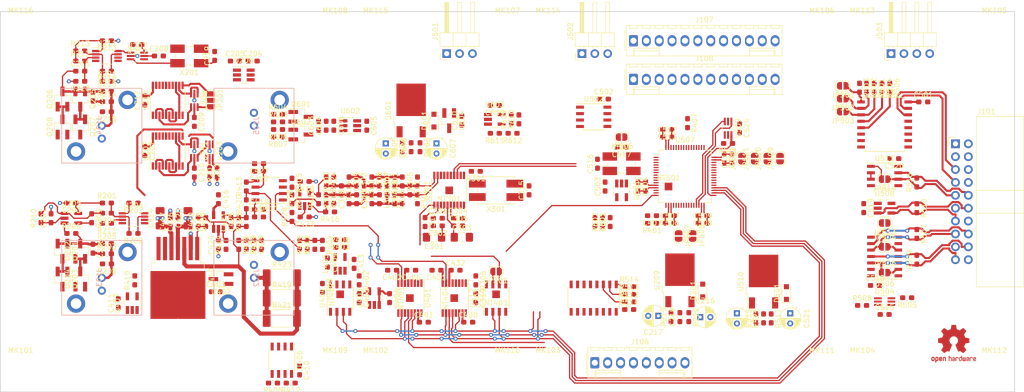
<source format=kicad_pcb>
(kicad_pcb (version 20171130) (host pcbnew "(5.0.1)-4")
  (layers (0 F.Cu signal) (31 B.Cu signal) (34 B.Paste user) (35 F.Paste user) (36 B.SilkS user) (37 F.SilkS user) (38 B.Mask user hide) (39 F.Mask user hide) (44 Edge.Cuts user))
  (net 0 "")
  (net 1 +12V)
  (net 2 /UMON_SQR)
  (net 3 +15V)
  (net 4 -15V)
  (net 5 /SQR)
  (net 6 /SYNC)
  (net 7 /PWM)
  (net 8 /RPM0)
  (net 9 /RPM1)
  (net 10 "Net-(Q201-Pad3)")
  (net 11 /EF)
  (net 12 /SIG_D)
  (net 13 /~DDS~)
  (net 14 /~FS_ADJ~)
  (net 15 /~LVL_CL~)
  (net 16 /~DAC_GAIN~)
  (net 17 /~DAC_OFFSET~)
  (net 18 "Net-(C304-Pad1)")
  (net 19 "Net-(C310-Pad1)")
  (net 20 "Net-(C311-Pad2)")
  (net 21 "Net-(C312-Pad2)")
  (net 22 "/Frequency Counter Input Stages/SIG_IN")
  (net 23 "Net-(R213-Pad2)")
  (net 24 "Net-(R216-Pad1)")
  (net 25 "/Frequency Counter Input Stages/D1_S")
  (net 26 "/Frequency Counter Input Stages/D0_S")
  (net 27 "/Frequency Counter Input Stages/D2_S")
  (net 28 "/Frequency Counter Input Stages/D3_S")
  (net 29 "/Frequency Counter Input Stages/D4_S")
  (net 30 "/Frequency Counter Input Stages/D1_R")
  (net 31 "/Frequency Counter Input Stages/D0_R")
  (net 32 "/Frequency Counter Input Stages/D2_R")
  (net 33 "/Frequency Counter Input Stages/D3_R")
  (net 34 "/Frequency Counter Input Stages/D4_R")
  (net 35 "Net-(U301-Pad8)")
  (net 36 /BUS_CLKR_N)
  (net 37 /BUS_CLKR_P)
  (net 38 /BUS_TRIG_N)
  (net 39 /BUS_TRIG_P)
  (net 40 /MISO)
  (net 41 /MOSI)
  (net 42 /SCLK)
  (net 43 /VREF)
  (net 44 /BUS_SCL)
  (net 45 /BUS_SDA)
  (net 46 /BUS_RX_N)
  (net 47 /BUS_RX_P)
  (net 48 /BUS_TX_N)
  (net 49 /BUS_TX_P)
  (net 50 "/Frequency Counter Input Stages/RCLK_IN")
  (net 51 "/Control logic/BOOT0")
  (net 52 "/Control logic/SWCLK")
  (net 53 "/Control logic/SWDIO")
  (net 54 "/Control logic/DBG_RX")
  (net 55 "/Control logic/DBG_TX")
  (net 56 "Net-(JP201-Pad3)")
  (net 57 "/Control logic/RCLK")
  (net 58 "Net-(JP201-Pad1)")
  (net 59 "Net-(JP301-Pad2)")
  (net 60 "Net-(JP301-Pad1)")
  (net 61 "Net-(JP501-Pad1)")
  (net 62 "Net-(JP502-Pad1)")
  (net 63 "Net-(JP503-Pad1)")
  (net 64 "/Control logic/TX")
  (net 65 "/Control logic/CLKR")
  (net 66 "/Control logic/RX")
  (net 67 "/Control logic/ID0")
  (net 68 "/Control logic/ID1")
  (net 69 "/Control logic/ID2")
  (net 70 "/Control logic/ID3")
  (net 71 "/Control logic/ID4")
  (net 72 "/Control logic/ID5")
  (net 73 "/Control logic/TRIG_OUT")
  (net 74 "/Control logic/DIV_SEL")
  (net 75 "/Control logic/ADJ_TRIG")
  (net 76 "/Control logic/RCLK_SEL")
  (net 77 /ADJ_SQR)
  (net 78 "Net-(R415-Pad2)")
  (net 79 "/Control logic/NRST")
  (net 80 /LDAC)
  (net 81 "/Frequency Counter Input Stages/SIG")
  (net 82 /TMON0)
  (net 83 /TMON1)
  (net 84 "/Control logic/RX_EN")
  (net 85 "/Control logic/TX_EN")
  (net 86 "/Control logic/TRIG_IN")
  (net 87 "/Control logic/TRIG_DIR")
  (net 88 /RESET)
  (net 89 "Net-(R405-Pad1)")
  (net 90 "Net-(R511-Pad1)")
  (net 91 "Net-(U203-Pad8)")
  (net 92 /UMON_VREF)
  (net 93 "/Control logic/CS_A2")
  (net 94 "/Control logic/CS_A1")
  (net 95 "/Control logic/CS_A0")
  (net 96 /~ADJ_NULL~)
  (net 97 "/Control logic/SDA")
  (net 98 "/Control logic/SCL")
  (net 99 "/Control logic/WP")
  (net 100 "Net-(C308-Pad2)")
  (net 101 "Net-(R403-Pad1)")
  (net 102 "Net-(R406-Pad1)")
  (net 103 GND)
  (net 104 +3V3D)
  (net 105 GNDA)
  (net 106 +5V0A)
  (net 107 +5V0D)
  (net 108 "Net-(C206-Pad2)")
  (net 109 "Net-(C206-Pad1)")
  (net 110 -5V0A)
  (net 111 +3V3A)
  (net 112 "Net-(C214-Pad1)")
  (net 113 "Net-(C214-Pad2)")
  (net 114 "Net-(C215-Pad2)")
  (net 115 "Net-(C218-Pad2)")
  (net 116 "Net-(C306-Pad2)")
  (net 117 "Net-(C307-Pad1)")
  (net 118 "Net-(C307-Pad2)")
  (net 119 "/Analog Output Stage/SIG_N")
  (net 120 "Net-(C313-Pad2)")
  (net 121 "/Analog Output Stage/SIG_P")
  (net 122 VREF)
  (net 123 "/Analog Output Stage/FB_NULL")
  (net 124 "Net-(C420-Pad1)")
  (net 125 "Net-(C420-Pad2)")
  (net 126 "Net-(C421-Pad2)")
  (net 127 "Net-(C425-Pad1)")
  (net 128 "/Analog Output Stage/UMON_OUT")
  (net 129 "Net-(C504-Pad2)")
  (net 130 "Net-(C516-Pad1)")
  (net 131 "Net-(C517-Pad1)")
  (net 132 "Net-(C523-Pad2)")
  (net 133 "Net-(C602-Pad1)")
  (net 134 "Net-(C608-Pad2)")
  (net 135 "/Analog Output Stage/ANALOG_OUT")
  (net 136 "/Digital Output Stage/DIGITAL_OUT")
  (net 137 "Net-(Q202-Pad1)")
  (net 138 "Net-(Q205-Pad3)")
  (net 139 "Net-(Q206-Pad1)")
  (net 140 "Net-(Q601-Pad2)")
  (net 141 "Net-(Q601-Pad1)")
  (net 142 "Net-(Q602-Pad2)")
  (net 143 "Net-(R201-Pad2)")
  (net 144 "Net-(R202-Pad1)")
  (net 145 "Net-(R204-Pad2)")
  (net 146 "Net-(R206-Pad1)")
  (net 147 "Net-(R209-Pad2)")
  (net 148 "Net-(R402-Pad1)")
  (net 149 "Net-(R405-Pad2)")
  (net 150 "Net-(R410-Pad1)")
  (net 151 "Net-(R410-Pad2)")
  (net 152 "Net-(R411-Pad2)")
  (net 153 "Net-(R412-Pad2)")
  (net 154 "Net-(R413-Pad2)")
  (net 155 "Net-(R414-Pad2)")
  (net 156 "Net-(R414-Pad1)")
  (net 157 "Net-(R417-Pad2)")
  (net 158 "Net-(R422-Pad2)")
  (net 159 "Net-(R428-Pad1)")
  (net 160 "Net-(R505-Pad2)")
  (net 161 "Net-(R508-Pad2)")
  (net 162 "Net-(R608-Pad2)")
  (net 163 "Net-(R609-Pad1)")
  (net 164 "Net-(U201-Pad6)")
  (net 165 "Net-(U201-Pad1)")
  (net 166 "Net-(U202-Pad11)")
  (net 167 "Net-(U204-Pad8)")
  (net 168 "Net-(U207-Pad1)")
  (net 169 "Net-(U207-Pad3)")
  (net 170 "Net-(U208-Pad1)")
  (net 171 "Net-(U404-Pad6)")
  (net 172 "Net-(U406-Pad6)")
  (net 173 "Net-(U503-Pad6)")
  (net 174 "Net-(U507-Pad30)")
  (module Resistor_SMD:R_0603_1608Metric_Pad1.05x0.95mm_HandSolder (layer F.Cu) (at 96.5 88.5 90)
    (fp_text reference R427 (at 0 -1.43 90) (layer F.SilkS))
    (fp_text value 2k4)
    (pad 2 smd roundrect (at 0.875 0 90) (size 1.05 0.95) (layers F.Cu F.Paste F.Mask) (net 128 "/Analog Output Stage/UMON_OUT"))
    (pad 1 smd roundrect (at -0.875 0 90) (size 1.05 0.95) (layers F.Cu F.Paste F.Mask) (net 122 VREF))
  )
  (module Resistor_SMD:R_0603_1608Metric_Pad1.05x0.95mm_HandSolder (layer F.Cu) (at 105.5 88.5 90)
    (fp_text reference R409 (at 0 -1.43 90) (layer F.SilkS))
    (fp_text value 2k7)
    (pad 2 smd roundrect (at 0.875 0 90) (size 1.05 0.95) (layers F.Cu F.Paste F.Mask) (net 123 "/Analog Output Stage/FB_NULL"))
    (pad 1 smd roundrect (at -0.875 0 90) (size 1.05 0.95) (layers F.Cu F.Paste F.Mask) (net 105 GNDA))
  )
  (module Resistor_SMD:R_0603_1608Metric_Pad1.05x0.95mm_HandSolder (layer F.Cu) (at 102.5 76.25 270)
    (fp_text reference R405 (at 0 -1.43 270) (layer F.SilkS))
    (fp_text value 100k)
    (pad 1 smd roundrect (at -0.875 0 270) (size 1.05 0.95) (layers F.Cu F.Paste F.Mask) (net 89 "Net-(R405-Pad1)"))
    (pad 2 smd roundrect (at 0.875 0 270) (size 1.05 0.95) (layers F.Cu F.Paste F.Mask) (net 149 "Net-(R405-Pad2)"))
  )
  (module Resistor_SMD:R_0603_1608Metric_Pad1.05x0.95mm_HandSolder (layer F.Cu) (at 138.75 95.5 270)
    (fp_text reference R306 (at 0 -1.43 270) (layer F.SilkS))
    (fp_text value 6k8)
    (pad 1 smd roundrect (at -0.875 0 270) (size 1.05 0.95) (layers F.Cu F.Paste F.Mask) (net 59 "Net-(JP301-Pad2)"))
    (pad 2 smd roundrect (at 0.875 0 270) (size 1.05 0.95) (layers F.Cu F.Paste F.Mask) (net 105 GNDA))
  )
  (module Capacitor_SMD:C_0603_1608Metric_Pad1.05x0.95mm_HandSolder (layer F.Cu) (at 71.25 80.25 180)
    (fp_text reference C202 (at 0 -1.43 180) (layer F.SilkS))
    (fp_text value 100n)
    (pad 1 smd roundrect (at -0.875 0 180) (size 1.05 0.95) (layers F.Cu F.Paste F.Mask) (net 105 GNDA))
    (pad 2 smd roundrect (at 0.875 0 180) (size 1.05 0.95) (layers F.Cu F.Paste F.Mask) (net 106 +5V0A))
  )
  (module Package_TO_SOT_SMD:SOT-23_Handsoldering (layer F.Cu) (at 57.25 89.75 270)
    (fp_text reference Q201 (at 0 -2.5 270) (layer F.SilkS))
    (fp_text value BCW60)
    (pad 3 smd rect (at 1.5 0 270) (size 1.9 0.8) (layers F.Cu F.Paste F.Mask) (net 10 "Net-(Q201-Pad3)"))
    (pad 2 smd rect (at -1.5 0.95 270) (size 1.9 0.8) (layers F.Cu F.Paste F.Mask) (net 109 "Net-(C206-Pad1)"))
    (pad 1 smd rect (at -1.5 -0.95 270) (size 1.9 0.8) (layers F.Cu F.Paste F.Mask) (net 109 "Net-(C206-Pad1)"))
  )
  (module Package_TO_SOT_SMD:SOT-23_Handsoldering (layer F.Cu) (at 57.25 95.25 270)
    (fp_text reference Q203 (at 0 -2.5 270) (layer F.SilkS))
    (fp_text value BCW60)
    (pad 1 smd rect (at -1.5 -0.95 270) (size 1.9 0.8) (layers F.Cu F.Paste F.Mask) (net 10 "Net-(Q201-Pad3)"))
    (pad 2 smd rect (at -1.5 0.95 270) (size 1.9 0.8) (layers F.Cu F.Paste F.Mask) (net 10 "Net-(Q201-Pad3)"))
    (pad 3 smd rect (at 1.5 0 270) (size 1.9 0.8) (layers F.Cu F.Paste F.Mask) (net 105 GNDA))
  )
  (module Crystal:Crystal_SMD_EuroQuartz_MQ-4Pin_7.0x5.0mm_HandSoldering (layer F.Cu) (at 142.75 77.75 180)
    (fp_text reference X301 (at 0 -3.7 180) (layer F.SilkS))
    (fp_text value CFPS-73)
    (pad 1 smd rect (at -3.7 1.32 180) (size 3.3 1.54) (layers F.Cu F.Paste F.Mask))
    (pad 2 smd rect (at 3.7 1.32 180) (size 3.3 1.54) (layers F.Cu F.Paste F.Mask) (net 103 GND))
    (pad 3 smd rect (at 3.7 -1.32 180) (size 3.3 1.54) (layers F.Cu F.Paste F.Mask) (net 35 "Net-(U301-Pad8)"))
    (pad 4 smd rect (at -3.7 -1.32 180) (size 3.3 1.54) (layers F.Cu F.Paste F.Mask) (net 104 +3V3D))
  )
  (module Package_QFP:LQFP-64_10x10mm_P0.5mm (layer F.Cu) (at 180 75)
    (fp_text reference U507 (at 0 -7.2) (layer F.SilkS))
    (fp_text value STM32F101RCTx)
    (pad 1 smd rect (at -5.7 -3.75) (size 1 0.25) (layers F.Cu F.Paste F.Mask) (net 104 +3V3D))
    (pad 2 smd rect (at -5.7 -3.25) (size 1 0.25) (layers F.Cu F.Paste F.Mask) (net 95 "/Control logic/CS_A0"))
    (pad 3 smd rect (at -5.7 -2.75) (size 1 0.25) (layers F.Cu F.Paste F.Mask) (net 94 "/Control logic/CS_A1"))
    (pad 4 smd rect (at -5.7 -2.25) (size 1 0.25) (layers F.Cu F.Paste F.Mask) (net 93 "/Control logic/CS_A2"))
    (pad 5 smd rect (at -5.7 -1.75) (size 1 0.25) (layers F.Cu F.Paste F.Mask) (net 131 "Net-(C517-Pad1)"))
    (pad 6 smd rect (at -5.7 -1.25) (size 1 0.25) (layers F.Cu F.Paste F.Mask) (net 130 "Net-(C516-Pad1)"))
    (pad 7 smd rect (at -5.7 -0.75) (size 1 0.25) (layers F.Cu F.Paste F.Mask) (net 79 "/Control logic/NRST"))
    (pad 8 smd rect (at -5.7 -0.25) (size 1 0.25) (layers F.Cu F.Paste F.Mask))
    (pad 9 smd rect (at -5.7 0.25) (size 1 0.25) (layers F.Cu F.Paste F.Mask))
    (pad 10 smd rect (at -5.7 0.75) (size 1 0.25) (layers F.Cu F.Paste F.Mask) (net 82 /TMON0))
    (pad 11 smd rect (at -5.7 1.25) (size 1 0.25) (layers F.Cu F.Paste F.Mask) (net 83 /TMON1))
    (pad 12 smd rect (at -5.7 1.75) (size 1 0.25) (layers F.Cu F.Paste F.Mask) (net 105 GNDA))
    (pad 13 smd rect (at -5.7 2.25) (size 1 0.25) (layers F.Cu F.Paste F.Mask) (net 129 "Net-(C504-Pad2)"))
    (pad 14 smd rect (at -5.7 2.75) (size 1 0.25) (layers F.Cu F.Paste F.Mask))
    (pad 15 smd rect (at -5.7 3.25) (size 1 0.25) (layers F.Cu F.Paste F.Mask))
    (pad 16 smd rect (at -5.7 3.75) (size 1 0.25) (layers F.Cu F.Paste F.Mask) (net 128 "/Analog Output Stage/UMON_OUT"))
    (pad 17 smd rect (at -3.75 5.7 90) (size 1 0.25) (layers F.Cu F.Paste F.Mask) (net 123 "/Analog Output Stage/FB_NULL"))
    (pad 18 smd rect (at -3.25 5.7 90) (size 1 0.25) (layers F.Cu F.Paste F.Mask) (net 103 GND))
    (pad 19 smd rect (at -2.75 5.7 90) (size 1 0.25) (layers F.Cu F.Paste F.Mask) (net 104 +3V3D))
    (pad 20 smd rect (at -2.25 5.7 90) (size 1 0.25) (layers F.Cu F.Paste F.Mask) (net 75 "/Control logic/ADJ_TRIG"))
    (pad 21 smd rect (at -1.75 5.7 90) (size 1 0.25) (layers F.Cu F.Paste F.Mask) (net 77 /ADJ_SQR))
    (pad 22 smd rect (at -1.25 5.7 90) (size 1 0.25) (layers F.Cu F.Paste F.Mask) (net 2 /UMON_SQR))
    (pad 23 smd rect (at -0.75 5.7 90) (size 1 0.25) (layers F.Cu F.Paste F.Mask) (net 92 /UMON_VREF))
    (pad 24 smd rect (at -0.25 5.7 90) (size 1 0.25) (layers F.Cu F.Paste F.Mask) (net 67 "/Control logic/ID0"))
    (pad 25 smd rect (at 0.25 5.7 90) (size 1 0.25) (layers F.Cu F.Paste F.Mask) (net 68 "/Control logic/ID1"))
    (pad 26 smd rect (at 0.75 5.7 90) (size 1 0.25) (layers F.Cu F.Paste F.Mask) (net 86 "/Control logic/TRIG_IN"))
    (pad 27 smd rect (at 1.25 5.7 90) (size 1 0.25) (layers F.Cu F.Paste F.Mask) (net 73 "/Control logic/TRIG_OUT"))
    (pad 28 smd rect (at 1.75 5.7 90) (size 1 0.25) (layers F.Cu F.Paste F.Mask) (net 87 "/Control logic/TRIG_DIR"))
    (pad 29 smd rect (at 2.25 5.7 90) (size 1 0.25) (layers F.Cu F.Paste F.Mask) (net 5 /SQR))
    (pad 30 smd rect (at 2.75 5.7 90) (size 1 0.25) (layers F.Cu F.Paste F.Mask) (net 174 "Net-(U507-Pad30)"))
    (pad 31 smd rect (at 3.25 5.7 90) (size 1 0.25) (layers F.Cu F.Paste F.Mask) (net 103 GND))
    (pad 32 smd rect (at 3.75 5.7 90) (size 1 0.25) (layers F.Cu F.Paste F.Mask) (net 104 +3V3D))
    (pad 33 smd rect (at 5.7 3.75) (size 1 0.25) (layers F.Cu F.Paste F.Mask) (net 90 "Net-(R511-Pad1)"))
    (pad 34 smd rect (at 5.7 3.25) (size 1 0.25) (layers F.Cu F.Paste F.Mask) (net 42 /SCLK))
    (pad 35 smd rect (at 5.7 2.75) (size 1 0.25) (layers F.Cu F.Paste F.Mask) (net 40 /MISO))
    (pad 36 smd rect (at 5.7 2.25) (size 1 0.25) (layers F.Cu F.Paste F.Mask) (net 41 /MOSI))
    (pad 37 smd rect (at 5.7 1.75) (size 1 0.25) (layers F.Cu F.Paste F.Mask) (net 69 "/Control logic/ID2"))
    (pad 38 smd rect (at 5.7 1.25) (size 1 0.25) (layers F.Cu F.Paste F.Mask) (net 70 "/Control logic/ID3"))
    (pad 39 smd rect (at 5.7 0.75) (size 1 0.25) (layers F.Cu F.Paste F.Mask) (net 71 "/Control logic/ID4"))
    (pad 40 smd rect (at 5.7 0.25) (size 1 0.25) (layers F.Cu F.Paste F.Mask) (net 72 "/Control logic/ID5"))
    (pad 41 smd rect (at 5.7 -0.25) (size 1 0.25) (layers F.Cu F.Paste F.Mask))
    (pad 42 smd rect (at 5.7 -0.75) (size 1 0.25) (layers F.Cu F.Paste F.Mask) (net 64 "/Control logic/TX"))
    (pad 43 smd rect (at 5.7 -1.25) (size 1 0.25) (layers F.Cu F.Paste F.Mask) (net 66 "/Control logic/RX"))
    (pad 44 smd rect (at 5.7 -1.75) (size 1 0.25) (layers F.Cu F.Paste F.Mask) (net 161 "Net-(R508-Pad2)"))
    (pad 45 smd rect (at 5.7 -2.25) (size 1 0.25) (layers F.Cu F.Paste F.Mask) (net 76 "/Control logic/RCLK_SEL"))
    (pad 46 smd rect (at 5.7 -2.75) (size 1 0.25) (layers F.Cu F.Paste F.Mask) (net 53 "/Control logic/SWDIO"))
    (pad 47 smd rect (at 5.7 -3.25) (size 1 0.25) (layers F.Cu F.Paste F.Mask) (net 103 GND))
    (pad 48 smd rect (at 5.7 -3.75) (size 1 0.25) (layers F.Cu F.Paste F.Mask) (net 104 +3V3D))
    (pad 49 smd rect (at 3.75 -5.7 90) (size 1 0.25) (layers F.Cu F.Paste F.Mask) (net 52 "/Control logic/SWCLK"))
    (pad 50 smd rect (at 3.25 -5.7 90) (size 1 0.25) (layers F.Cu F.Paste F.Mask) (net 57 "/Control logic/RCLK"))
    (pad 51 smd rect (at 2.75 -5.7 90) (size 1 0.25) (layers F.Cu F.Paste F.Mask) (net 54 "/Control logic/DBG_RX"))
    (pad 52 smd rect (at 2.25 -5.7 90) (size 1 0.25) (layers F.Cu F.Paste F.Mask) (net 55 "/Control logic/DBG_TX"))
    (pad 53 smd rect (at 1.75 -5.7 90) (size 1 0.25) (layers F.Cu F.Paste F.Mask) (net 88 /RESET))
    (pad 54 smd rect (at 1.25 -5.7 90) (size 1 0.25) (layers F.Cu F.Paste F.Mask) (net 11 /EF))
    (pad 55 smd rect (at 0.75 -5.7 90) (size 1 0.25) (layers F.Cu F.Paste F.Mask) (net 81 "/Frequency Counter Input Stages/SIG"))
    (pad 56 smd rect (at 0.25 -5.7 90) (size 1 0.25) (layers F.Cu F.Paste F.Mask) (net 74 "/Control logic/DIV_SEL"))
    (pad 57 smd rect (at -0.25 -5.7 90) (size 1 0.25) (layers F.Cu F.Paste F.Mask) (net 99 "/Control logic/WP"))
    (pad 58 smd rect (at -0.75 -5.7 90) (size 1 0.25) (layers F.Cu F.Paste F.Mask) (net 98 "/Control logic/SCL"))
    (pad 59 smd rect (at -1.25 -5.7 90) (size 1 0.25) (layers F.Cu F.Paste F.Mask) (net 97 "/Control logic/SDA"))
    (pad 60 smd rect (at -1.75 -5.7 90) (size 1 0.25) (layers F.Cu F.Paste F.Mask) (net 51 "/Control logic/BOOT0"))
    (pad 61 smd rect (at -2.25 -5.7 90) (size 1 0.25) (layers F.Cu F.Paste F.Mask))
    (pad 62 smd rect (at -2.75 -5.7 90) (size 1 0.25) (layers F.Cu F.Paste F.Mask))
    (pad 63 smd rect (at -3.25 -5.7 90) (size 1 0.25) (layers F.Cu F.Paste F.Mask) (net 103 GND))
    (pad 64 smd rect (at -3.75 -5.7 90) (size 1 0.25) (layers F.Cu F.Paste F.Mask) (net 104 +3V3D))
  )
  (module Package_TO_SOT_SMD:SOT-363_SC-70-6_Handsoldering (layer F.Cu) (at 83.25 70 270)
    (fp_text reference U201 (at 0 -2 270) (layer F.SilkS))
    (fp_text value 74LVC2G14)
    (pad 6 smd rect (at 1.33 -0.65 270) (size 1.5 0.4) (layers F.Cu F.Paste F.Mask) (net 164 "Net-(U201-Pad6)"))
    (pad 5 smd rect (at 1.33 0 270) (size 1.5 0.4) (layers F.Cu F.Paste F.Mask) (net 104 +3V3D))
    (pad 4 smd rect (at 1.33 0.65 270) (size 1.5 0.4) (layers F.Cu F.Paste F.Mask) (net 26 "/Frequency Counter Input Stages/D0_S"))
    (pad 3 smd rect (at -1.33 0.65 270) (size 1.5 0.4) (layers F.Cu F.Paste F.Mask) (net 165 "Net-(U201-Pad1)"))
    (pad 2 smd rect (at -1.33 0 270) (size 1.5 0.4) (layers F.Cu F.Paste F.Mask) (net 103 GND))
    (pad 1 smd rect (at -1.33 -0.65 270) (size 1.5 0.4) (layers F.Cu F.Paste F.Mask) (net 165 "Net-(U201-Pad1)"))
  )
  (module Package_TO_SOT_SMD:SOT-363_SC-70-6_Handsoldering (layer F.Cu) (at 86.25 70 270)
    (fp_text reference U203 (at 0 -2 270) (layer F.SilkS))
    (fp_text value 74LVC1G157)
    (pad 6 smd rect (at 1.33 -0.65 270) (size 1.5 0.4) (layers F.Cu F.Paste F.Mask) (net 74 "/Control logic/DIV_SEL"))
    (pad 5 smd rect (at 1.33 0 270) (size 1.5 0.4) (layers F.Cu F.Paste F.Mask) (net 104 +3V3D))
    (pad 4 smd rect (at 1.33 0.65 270) (size 1.5 0.4) (layers F.Cu F.Paste F.Mask) (net 81 "/Frequency Counter Input Stages/SIG"))
    (pad 3 smd rect (at -1.33 0.65 270) (size 1.5 0.4) (layers F.Cu F.Paste F.Mask) (net 164 "Net-(U201-Pad6)"))
    (pad 2 smd rect (at -1.33 0 270) (size 1.5 0.4) (layers F.Cu F.Paste F.Mask) (net 103 GND))
    (pad 1 smd rect (at -1.33 -0.65 270) (size 1.5 0.4) (layers F.Cu F.Paste F.Mask) (net 166 "Net-(U202-Pad11)"))
  )
  (module Package_TO_SOT_SMD:SOT-23-5_HandSoldering (layer F.Cu) (at 59 83.25)
    (fp_text reference U205 (at 0 -2.9) (layer F.SilkS))
    (fp_text value AD8065)
    (pad 5 smd rect (at 1.35 -0.95) (size 1.56 0.65) (layers F.Cu F.Paste F.Mask) (net 106 +5V0A))
    (pad 4 smd rect (at 1.35 0.95) (size 1.56 0.65) (layers F.Cu F.Paste F.Mask) (net 147 "Net-(R209-Pad2)"))
    (pad 3 smd rect (at -1.35 0.95) (size 1.56 0.65) (layers F.Cu F.Paste F.Mask) (net 146 "Net-(R206-Pad1)"))
    (pad 2 smd rect (at -1.35 0) (size 1.56 0.65) (layers F.Cu F.Paste F.Mask) (net 110 -5V0A))
    (pad 1 smd rect (at -1.35 -0.95) (size 1.56 0.65) (layers F.Cu F.Paste F.Mask) (net 145 "Net-(R204-Pad2)"))
  )
  (module Package_TO_SOT_SMD:SOT-363_SC-70-6_Handsoldering (layer F.Cu) (at 72 51.25)
    (fp_text reference U207 (at 0 -2) (layer F.SilkS))
    (fp_text value 74LVC1G157)
    (pad 1 smd rect (at -1.33 -0.65) (size 1.5 0.4) (layers F.Cu F.Paste F.Mask) (net 168 "Net-(U207-Pad1)"))
    (pad 2 smd rect (at -1.33 0) (size 1.5 0.4) (layers F.Cu F.Paste F.Mask) (net 103 GND))
    (pad 3 smd rect (at -1.33 0.65) (size 1.5 0.4) (layers F.Cu F.Paste F.Mask) (net 169 "Net-(U207-Pad3)"))
    (pad 4 smd rect (at 1.33 0.65) (size 1.5 0.4) (layers F.Cu F.Paste F.Mask) (net 58 "Net-(JP201-Pad1)"))
    (pad 5 smd rect (at 1.33 0) (size 1.5 0.4) (layers F.Cu F.Paste F.Mask) (net 104 +3V3D))
    (pad 6 smd rect (at 1.33 -0.65) (size 1.5 0.4) (layers F.Cu F.Paste F.Mask) (net 76 "/Control logic/RCLK_SEL"))
  )
  (module Package_TO_SOT_SMD:SOT-363_SC-70-6_Handsoldering (layer F.Cu) (at 83.25 60 270)
    (fp_text reference U208 (at 0 -2 270) (layer F.SilkS))
    (fp_text value 74LVC2G14)
    (pad 1 smd rect (at -1.33 -0.65 270) (size 1.5 0.4) (layers F.Cu F.Paste F.Mask) (net 170 "Net-(U208-Pad1)"))
    (pad 2 smd rect (at -1.33 0 270) (size 1.5 0.4) (layers F.Cu F.Paste F.Mask) (net 103 GND))
    (pad 3 smd rect (at -1.33 0.65 270) (size 1.5 0.4) (layers F.Cu F.Paste F.Mask) (net 170 "Net-(U208-Pad1)"))
    (pad 4 smd rect (at 1.33 0.65 270) (size 1.5 0.4) (layers F.Cu F.Paste F.Mask) (net 31 "/Frequency Counter Input Stages/D0_R"))
    (pad 5 smd rect (at 1.33 0 270) (size 1.5 0.4) (layers F.Cu F.Paste F.Mask) (net 104 +3V3D))
    (pad 6 smd rect (at 1.33 -0.65 270) (size 1.5 0.4) (layers F.Cu F.Paste F.Mask) (net 56 "Net-(JP201-Pad3)"))
  )
  (module Package_TO_SOT_SMD:SOT-23-5_HandSoldering (layer F.Cu) (at 118.75 99 90)
    (fp_text reference U403 (at 0 -2.9 90) (layer F.SilkS))
    (fp_text value LM4132-2)
    (pad 5 smd rect (at 1.35 -0.95 90) (size 1.56 0.65) (layers F.Cu F.Paste F.Mask) (net 122 VREF))
    (pad 4 smd rect (at 1.35 0.95 90) (size 1.56 0.65) (layers F.Cu F.Paste F.Mask) (net 106 +5V0A))
    (pad 3 smd rect (at -1.35 0.95 90) (size 1.56 0.65) (layers F.Cu F.Paste F.Mask) (net 106 +5V0A))
    (pad 2 smd rect (at -1.35 0 90) (size 1.56 0.65) (layers F.Cu F.Paste F.Mask) (net 105 GNDA))
    (pad 1 smd rect (at -1.35 -0.95 90) (size 1.56 0.65) (layers F.Cu F.Paste F.Mask))
  )
  (module Package_TO_SOT_SMD:SOT-23-5_HandSoldering (layer F.Cu) (at 105 79.5 90)
    (fp_text reference U408 (at 0 -2.9 90) (layer F.SilkS))
    (fp_text value TLV271)
    (pad 1 smd rect (at -1.35 -0.95 90) (size 1.56 0.65) (layers F.Cu F.Paste F.Mask) (net 157 "Net-(R417-Pad2)"))
    (pad 2 smd rect (at -1.35 0 90) (size 1.56 0.65) (layers F.Cu F.Paste F.Mask) (net 110 -5V0A))
    (pad 3 smd rect (at -1.35 0.95 90) (size 1.56 0.65) (layers F.Cu F.Paste F.Mask) (net 78 "Net-(R415-Pad2)"))
    (pad 4 smd rect (at 1.35 0.95 90) (size 1.56 0.65) (layers F.Cu F.Paste F.Mask) (net 158 "Net-(R422-Pad2)"))
    (pad 5 smd rect (at 1.35 -0.95 90) (size 1.56 0.65) (layers F.Cu F.Paste F.Mask) (net 106 +5V0A))
  )
  (module Package_TO_SOT_SMD:SOT-23-5_HandSoldering (layer F.Cu) (at 88 84 90)
    (fp_text reference U409 (at 0 -2.9 90) (layer F.SilkS))
    (fp_text value LM7121)
    (pad 1 smd rect (at -1.35 -0.95 90) (size 1.56 0.65) (layers F.Cu F.Paste F.Mask) (net 125 "Net-(C420-Pad2)"))
    (pad 2 smd rect (at -1.35 0 90) (size 1.56 0.65) (layers F.Cu F.Paste F.Mask) (net 4 -15V))
    (pad 3 smd rect (at -1.35 0.95 90) (size 1.56 0.65) (layers F.Cu F.Paste F.Mask) (net 155 "Net-(R414-Pad2)"))
    (pad 4 smd rect (at 1.35 0.95 90) (size 1.56 0.65) (layers F.Cu F.Paste F.Mask) (net 126 "Net-(C421-Pad2)"))
    (pad 5 smd rect (at 1.35 -0.95 90) (size 1.56 0.65) (layers F.Cu F.Paste F.Mask) (net 3 +15V))
  )
  (module Package_TO_SOT_SMD:TO-263-7_TabPin8 (layer F.Cu) (at 80 95 270)
    (fp_text reference U410 (at 0 -6.65 270) (layer F.SilkS))
    (fp_text value LMH6321)
    (pad 1 smd rect (at -5.775 -3.81 270) (size 4.6 0.8) (layers F.Cu F.Paste F.Mask) (net 124 "Net-(C420-Pad1)"))
    (pad 2 smd rect (at -5.775 -2.54 270) (size 4.6 0.8) (layers F.Cu F.Paste F.Mask) (net 105 GNDA))
    (pad 3 smd rect (at -5.775 -1.27 270) (size 4.6 0.8) (layers F.Cu F.Paste F.Mask) (net 127 "Net-(C425-Pad1)"))
    (pad 4 smd rect (at -5.775 0 270) (size 4.6 0.8) (layers F.Cu F.Paste F.Mask) (net 4 -15V))
    (pad 5 smd rect (at -5.775 1.27 270) (size 4.6 0.8) (layers F.Cu F.Paste F.Mask) (net 3 +15V))
    (pad 6 smd rect (at -5.775 2.54 270) (size 4.6 0.8) (layers F.Cu F.Paste F.Mask) (net 11 /EF))
    (pad 7 smd rect (at -5.775 3.81 270) (size 4.6 0.8) (layers F.Cu F.Paste F.Mask) (net 151 "Net-(R410-Pad2)"))
    (pad 8 smd rect (at 3.375 0 270) (size 9.4 10.8) (layers F.Cu F.Mask) (net 4 -15V))
    (pad 8 smd rect (at 5.8 2.775 270) (size 4.55 5.25) (layers F.Cu F.Paste) (net 4 -15V))
    (pad 8 smd rect (at 0.95 -2.775 270) (size 4.55 5.25) (layers F.Cu F.Paste) (net 4 -15V))
    (pad 8 smd rect (at 5.8 -2.775 270) (size 4.55 5.25) (layers F.Cu F.Paste) (net 4 -15V))
    (pad 8 smd rect (at 0.95 2.775 270) (size 4.55 5.25) (layers F.Cu F.Paste) (net 4 -15V))
  )
  (module Package_TO_SOT_SMD:SOT-363_SC-70-6_Handsoldering (layer F.Cu) (at 188.5 65.5 270)
    (fp_text reference U509 (at 0 -2 270) (layer F.SilkS))
    (fp_text value 74LVC1G157)
    (pad 6 smd rect (at 1.33 -0.65 270) (size 1.5 0.4) (layers F.Cu F.Paste F.Mask) (net 90 "Net-(R511-Pad1)"))
    (pad 5 smd rect (at 1.33 0 270) (size 1.5 0.4) (layers F.Cu F.Paste F.Mask) (net 103 GND))
    (pad 4 smd rect (at 1.33 0.65 270) (size 1.5 0.4) (layers F.Cu F.Paste F.Mask) (net 12 /SIG_D))
    (pad 3 smd rect (at -1.33 0.65 270) (size 1.5 0.4) (layers F.Cu F.Paste F.Mask) (net 5 /SQR))
    (pad 2 smd rect (at -1.33 0 270) (size 1.5 0.4) (layers F.Cu F.Paste F.Mask) (net 104 +3V3D))
    (pad 1 smd rect (at -1.33 -0.65 270) (size 1.5 0.4) (layers F.Cu F.Paste F.Mask) (net 174 "Net-(U507-Pad30)"))
  )
  (module Package_TO_SOT_SMD:SOT-363_SC-70-6_Handsoldering (layer F.Cu) (at 219.37 99.685)
    (fp_text reference U504 (at 0 -2) (layer F.SilkS))
    (fp_text value 74LVC1G157)
    (pad 1 smd rect (at -1.33 -0.65) (size 1.5 0.4) (layers F.Cu F.Paste F.Mask) (net 173 "Net-(U503-Pad6)"))
    (pad 2 smd rect (at -1.33 0) (size 1.5 0.4) (layers F.Cu F.Paste F.Mask) (net 104 +3V3D))
    (pad 3 smd rect (at -1.33 0.65) (size 1.5 0.4) (layers F.Cu F.Paste F.Mask) (net 161 "Net-(R508-Pad2)"))
    (pad 4 smd rect (at 1.33 0.65) (size 1.5 0.4) (layers F.Cu F.Paste F.Mask) (net 85 "/Control logic/TX_EN"))
    (pad 5 smd rect (at 1.33 0) (size 1.5 0.4) (layers F.Cu F.Paste F.Mask) (net 103 GND))
    (pad 6 smd rect (at 1.33 -0.65) (size 1.5 0.4) (layers F.Cu F.Paste F.Mask) (net 160 "Net-(R505-Pad2)"))
  )
  (module Package_TO_SOT_SMD:SOT-23-5_HandSoldering (layer F.Cu) (at 219.37 81.27)
    (fp_text reference U508 (at 0 -2.9) (layer F.SilkS))
    (fp_text value SN65LVDS2)
    (pad 1 smd rect (at -1.35 -0.95) (size 1.56 0.65) (layers F.Cu F.Paste F.Mask) (net 104 +3V3D))
    (pad 2 smd rect (at -1.35 0) (size 1.56 0.65) (layers F.Cu F.Paste F.Mask) (net 103 GND))
    (pad 3 smd rect (at -1.35 0.95) (size 1.56 0.65) (layers F.Cu F.Paste F.Mask) (net 37 /BUS_CLKR_P))
    (pad 4 smd rect (at 1.35 0.95) (size 1.56 0.65) (layers F.Cu F.Paste F.Mask) (net 36 /BUS_CLKR_N))
    (pad 5 smd rect (at 1.35 -0.95) (size 1.56 0.65) (layers F.Cu F.Paste F.Mask) (net 65 "/Control logic/CLKR"))
  )
  (module Crystal:Crystal_SMD_EuroQuartz_MJ-4Pin_5.0x3.2mm_HandSoldering (layer F.Cu) (at 82.25 51.25 180)
    (fp_text reference X201 (at 0 -3.25 180) (layer F.SilkS))
    (fp_text value FOX924B-10.000)
    (pad 1 smd rect (at -2.325 1.425 180) (size 2.85 1.65) (layers F.Cu F.Paste F.Mask))
    (pad 2 smd rect (at 2.325 1.425 180) (size 2.85 1.65) (layers F.Cu F.Paste F.Mask) (net 103 GND))
    (pad 3 smd rect (at 2.325 -1.425 180) (size 2.85 1.65) (layers F.Cu F.Paste F.Mask) (net 169 "Net-(U207-Pad3)"))
    (pad 4 smd rect (at -2.325 -1.425 180) (size 2.85 1.65) (layers F.Cu F.Paste F.Mask) (net 104 +3V3D))
  )
  (module Resistor_SMD:R_0603_1608Metric_Pad1.05x0.95mm_HandSolder (layer F.Cu) (at 138.75 74 180)
    (fp_text reference R301 (at 0 -1.43 180) (layer F.SilkS))
    (fp_text value 33k)
    (pad 1 smd roundrect (at -0.875 0 180) (size 1.05 0.95) (layers F.Cu F.Paste F.Mask) (net 104 +3V3D))
    (pad 2 smd roundrect (at 0.875 0 180) (size 1.05 0.95) (layers F.Cu F.Paste F.Mask) (net 88 /RESET))
  )
  (module Capacitor_SMD:C_0603_1608Metric_Pad1.05x0.95mm_HandSolder (layer F.Cu) (at 63.25 89.25 270)
    (fp_text reference C206 (at 0 -1.43 270) (layer F.SilkS))
    (fp_text value 22p)
    (pad 2 smd roundrect (at 0.875 0 270) (size 1.05 0.95) (layers F.Cu F.Paste F.Mask) (net 108 "Net-(C206-Pad2)"))
    (pad 1 smd roundrect (at -0.875 0 270) (size 1.05 0.95) (layers F.Cu F.Paste F.Mask) (net 109 "Net-(C206-Pad1)"))
  )
  (module Capacitor_SMD:C_0603_1608Metric_Pad1.05x0.95mm_HandSolder (layer F.Cu) (at 63.25 59.25 270)
    (fp_text reference C214 (at 0 -1.43 270) (layer F.SilkS))
    (fp_text value 22p)
    (pad 1 smd roundrect (at -0.875 0 270) (size 1.05 0.95) (layers F.Cu F.Paste F.Mask) (net 112 "Net-(C214-Pad1)"))
    (pad 2 smd roundrect (at 0.875 0 270) (size 1.05 0.95) (layers F.Cu F.Paste F.Mask) (net 113 "Net-(C214-Pad2)"))
  )
  (module Capacitor_SMD:C_0603_1608Metric_Pad1.05x0.95mm_HandSolder (layer F.Cu) (at 60.75 54.25)
    (fp_text reference C215 (at 0 -1.43) (layer F.SilkS))
    (fp_text value 10n)
    (pad 2 smd roundrect (at 0.875 0) (size 1.05 0.95) (layers F.Cu F.Paste F.Mask) (net 114 "Net-(C215-Pad2)"))
    (pad 1 smd roundrect (at -0.875 0) (size 1.05 0.95) (layers F.Cu F.Paste F.Mask) (net 112 "Net-(C214-Pad1)"))
  )
  (module Capacitor_SMD:C_0603_1608Metric_Pad1.05x0.95mm_HandSolder (layer F.Cu) (at 59 80.25 180)
    (fp_text reference C203 (at 0 -1.43 180) (layer F.SilkS))
    (fp_text value 100n)
    (pad 2 smd roundrect (at 0.875 0 180) (size 1.05 0.95) (layers F.Cu F.Paste F.Mask) (net 105 GNDA))
    (pad 1 smd roundrect (at -0.875 0 180) (size 1.05 0.95) (layers F.Cu F.Paste F.Mask) (net 106 +5V0A))
  )
  (module Capacitor_SMD:C_0603_1608Metric_Pad1.05x0.95mm_HandSolder (layer F.Cu) (at 87.25 51.25 90)
    (fp_text reference C219 (at 0 -1.43 90) (layer F.SilkS))
    (fp_text value 100n)
    (pad 1 smd roundrect (at -0.875 0 90) (size 1.05 0.95) (layers F.Cu F.Paste F.Mask) (net 104 +3V3D))
    (pad 2 smd roundrect (at 0.875 0 90) (size 1.05 0.95) (layers F.Cu F.Paste F.Mask) (net 103 GND))
  )
  (module Capacitor_SMD:C_0603_1608Metric_Pad1.05x0.95mm_HandSolder (layer F.Cu) (at 55 83.25 90)
    (fp_text reference C207 (at 0 -1.43 90) (layer F.SilkS))
    (fp_text value 100n)
    (pad 1 smd roundrect (at -0.875 0 90) (size 1.05 0.95) (layers F.Cu F.Paste F.Mask) (net 110 -5V0A))
    (pad 2 smd roundrect (at 0.875 0 90) (size 1.05 0.95) (layers F.Cu F.Paste F.Mask) (net 105 GNDA))
  )
  (module Capacitor_SMD:C_0603_1608Metric_Pad1.05x0.95mm_HandSolder (layer F.Cu) (at 66 48.25 180)
    (fp_text reference C213 (at 0 -1.43 180) (layer F.SilkS))
    (fp_text value 100n)
    (pad 1 smd roundrect (at -0.875 0 180) (size 1.05 0.95) (layers F.Cu F.Paste F.Mask) (net 105 GNDA))
    (pad 2 smd roundrect (at 0.875 0 180) (size 1.05 0.95) (layers F.Cu F.Paste F.Mask) (net 111 +3V3A))
  )
  (module Capacitor_SMD:C_0603_1608Metric_Pad1.05x0.95mm_HandSolder (layer F.Cu) (at 73.5 70 270)
    (fp_text reference C201 (at 0 -1.43 270) (layer F.SilkS))
    (fp_text value 100n)
    (pad 2 smd roundrect (at 0.875 0 270) (size 1.05 0.95) (layers F.Cu F.Paste F.Mask) (net 103 GND))
    (pad 1 smd roundrect (at -0.875 0 270) (size 1.05 0.95) (layers F.Cu F.Paste F.Mask) (net 104 +3V3D))
  )
  (module Capacitor_SMD:C_0603_1608Metric_Pad1.05x0.95mm_HandSolder (layer F.Cu) (at 73.5 60 90)
    (fp_text reference C212 (at 0 -1.43 90) (layer F.SilkS))
    (fp_text value 100n)
    (pad 1 smd roundrect (at -0.875 0 90) (size 1.05 0.95) (layers F.Cu F.Paste F.Mask) (net 103 GND))
    (pad 2 smd roundrect (at 0.875 0 90) (size 1.05 0.95) (layers F.Cu F.Paste F.Mask) (net 104 +3V3D))
  )
  (module Capacitor_SMD:C_0603_1608Metric_Pad1.05x0.95mm_HandSolder (layer F.Cu) (at 76.25 51.25)
    (fp_text reference C208 (at 0 -1.43) (layer F.SilkS))
    (fp_text value 100n)
    (pad 2 smd roundrect (at 0.875 0) (size 1.05 0.95) (layers F.Cu F.Paste F.Mask) (net 103 GND))
    (pad 1 smd roundrect (at -0.875 0) (size 1.05 0.95) (layers F.Cu F.Paste F.Mask) (net 104 +3V3D))
  )
  (module Capacitor_SMD:C_0603_1608Metric_Pad1.05x0.95mm_HandSolder (layer F.Cu) (at 83.25 64.25 270)
    (fp_text reference C209 (at 0 -1.43 270) (layer F.SilkS))
    (fp_text value 100n)
    (pad 1 smd roundrect (at -0.875 0 270) (size 1.05 0.95) (layers F.Cu F.Paste F.Mask) (net 104 +3V3D))
    (pad 2 smd roundrect (at 0.875 0 270) (size 1.05 0.95) (layers F.Cu F.Paste F.Mask) (net 103 GND))
  )
  (module Capacitor_SMD:C_0603_1608Metric_Pad1.05x0.95mm_HandSolder (layer F.Cu) (at 83.25 74.25 270)
    (fp_text reference C210 (at 0 -1.43 270) (layer F.SilkS))
    (fp_text value 100n)
    (pad 1 smd roundrect (at -0.875 0 270) (size 1.05 0.95) (layers F.Cu F.Paste F.Mask) (net 104 +3V3D))
    (pad 2 smd roundrect (at 0.875 0 270) (size 1.05 0.95) (layers F.Cu F.Paste F.Mask) (net 103 GND))
  )
  (module Capacitor_SMD:C_0603_1608Metric_Pad1.05x0.95mm_HandSolder (layer F.Cu) (at 86.25 74.25 270)
    (fp_text reference C211 (at 0 -1.43 270) (layer F.SilkS))
    (fp_text value 100n)
    (pad 2 smd roundrect (at 0.875 0 270) (size 1.05 0.95) (layers F.Cu F.Paste F.Mask) (net 103 GND))
    (pad 1 smd roundrect (at -0.875 0 270) (size 1.05 0.95) (layers F.Cu F.Paste F.Mask) (net 104 +3V3D))
  )
  (module Capacitor_SMD:C_0603_1608Metric_Pad1.05x0.95mm_HandSolder (layer F.Cu) (at 149.25 77.75 90)
    (fp_text reference C315 (at 0 -1.43 90) (layer F.SilkS))
    (fp_text value 100n)
    (pad 1 smd roundrect (at -0.875 0 90) (size 1.05 0.95) (layers F.Cu F.Paste F.Mask) (net 104 +3V3D))
    (pad 2 smd roundrect (at 0.875 0 90) (size 1.05 0.95) (layers F.Cu F.Paste F.Mask) (net 103 GND))
  )
  (module Capacitor_SMD:C_1206_3216Metric_Pad1.42x1.75mm_HandSolder (layer F.Cu) (at 130.5125 87 180)
    (fp_text reference C301 (at 0 -1.82 180) (layer F.SilkS))
    (fp_text value 10u)
    (pad 2 smd roundrect (at 1.4875 0 180) (size 1.425 1.75) (layers F.Cu F.Paste F.Mask) (roundrect_rratio 0.175439) (net 105 GNDA))
    (pad 1 smd roundrect (at -1.4875 0 180) (size 1.425 1.75) (layers F.Cu F.Paste F.Mask) (roundrect_rratio 0.175439) (net 106 +5V0A))
  )
  (module Capacitor_SMD:C_0603_1608Metric_Pad1.05x0.95mm_HandSolder (layer F.Cu) (at 131.25 84.75 180)
    (fp_text reference C302 (at 0 -1.43 180) (layer F.SilkS))
    (fp_text value 100n)
    (pad 2 smd roundrect (at 0.875 0 180) (size 1.05 0.95) (layers F.Cu F.Paste F.Mask) (net 105 GNDA))
    (pad 1 smd roundrect (at -0.875 0 180) (size 1.05 0.95) (layers F.Cu F.Paste F.Mask) (net 106 +5V0A))
  )
  (module Capacitor_SMD:C_0603_1608Metric_Pad1.05x0.95mm_HandSolder (layer F.Cu) (at 135.25 83.25)
    (fp_text reference C304 (at 0 -1.43) (layer F.SilkS))
    (fp_text value 10n)
    (pad 2 smd roundrect (at 0.875 0) (size 1.05 0.95) (layers F.Cu F.Paste F.Mask) (net 105 GNDA))
    (pad 1 smd roundrect (at -0.875 0) (size 1.05 0.95) (layers F.Cu F.Paste F.Mask) (net 18 "Net-(C304-Pad1)"))
  )
  (module Capacitor_SMD:C_0603_1608Metric_Pad1.05x0.95mm_HandSolder (layer F.Cu) (at 138.75 99 270)
    (fp_text reference C319 (at 0 -1.43 270) (layer F.SilkS))
    (fp_text value 100n)
    (pad 2 smd roundrect (at 0.875 0 270) (size 1.05 0.95) (layers F.Cu F.Paste F.Mask) (net 103 GND))
    (pad 1 smd roundrect (at -0.875 0 270) (size 1.05 0.95) (layers F.Cu F.Paste F.Mask) (net 104 +3V3D))
  )
  (module Capacitor_SMD:C_1206_3216Metric_Pad1.42x1.75mm_HandSolder (layer F.Cu) (at 136 87)
    (fp_text reference C303 (at 0 -1.82) (layer F.SilkS))
    (fp_text value 10u)
    (pad 1 smd roundrect (at -1.4875 0) (size 1.425 1.75) (layers F.Cu F.Paste F.Mask) (roundrect_rratio 0.175439) (net 104 +3V3D))
    (pad 2 smd roundrect (at 1.4875 0) (size 1.425 1.75) (layers F.Cu F.Paste F.Mask) (roundrect_rratio 0.175439) (net 103 GND))
  )
  (module Capacitor_SMD:C_0603_1608Metric_Pad1.05x0.95mm_HandSolder (layer F.Cu) (at 135.25 84.75)
    (fp_text reference C305 (at 0 -1.43) (layer F.SilkS))
    (fp_text value 100n)
    (pad 1 smd roundrect (at -0.875 0) (size 1.05 0.95) (layers F.Cu F.Paste F.Mask) (net 104 +3V3D))
    (pad 2 smd roundrect (at 0.875 0) (size 1.05 0.95) (layers F.Cu F.Paste F.Mask) (net 103 GND))
  )
  (module Capacitor_SMD:C_0603_1608Metric_Pad1.05x0.95mm_HandSolder (layer F.Cu) (at 131.25 83.25)
    (fp_text reference C306 (at 0 -1.43) (layer F.SilkS))
    (fp_text value 10n)
    (pad 1 smd roundrect (at -0.875 0) (size 1.05 0.95) (layers F.Cu F.Paste F.Mask) (net 106 +5V0A))
    (pad 2 smd roundrect (at 0.875 0) (size 1.05 0.95) (layers F.Cu F.Paste F.Mask) (net 116 "Net-(C306-Pad2)"))
  )
  (module Capacitor_SMD:C_0603_1608Metric_Pad1.05x0.95mm_HandSolder (layer F.Cu) (at 128.75 84 270)
    (fp_text reference C310 (at 0 -1.43 270) (layer F.SilkS))
    (fp_text value 10n)
    (pad 2 smd roundrect (at 0.875 0 270) (size 1.05 0.95) (layers F.Cu F.Paste F.Mask) (net 105 GNDA))
    (pad 1 smd roundrect (at -0.875 0 270) (size 1.05 0.95) (layers F.Cu F.Paste F.Mask) (net 19 "Net-(C310-Pad1)"))
  )
  (module Capacitor_SMD:C_0603_1608Metric_Pad1.05x0.95mm_HandSolder (layer F.Cu) (at 125.75 77.75 270)
    (fp_text reference C311 (at 0 -1.43 270) (layer F.SilkS))
    (fp_text value 22p)
    (pad 2 smd roundrect (at 0.875 0 270) (size 1.05 0.95) (layers F.Cu F.Paste F.Mask) (net 20 "Net-(C311-Pad2)"))
    (pad 1 smd roundrect (at -0.875 0 270) (size 1.05 0.95) (layers F.Cu F.Paste F.Mask) (net 117 "Net-(C307-Pad1)"))
  )
  (module Capacitor_SMD:C_0603_1608Metric_Pad1.05x0.95mm_HandSolder (layer F.Cu) (at 122.75 76 90)
    (fp_text reference C307 (at 0 -1.43 90) (layer F.SilkS))
    (fp_text value 3p3)
    (pad 1 smd roundrect (at -0.875 0 90) (size 1.05 0.95) (layers F.Cu F.Paste F.Mask) (net 117 "Net-(C307-Pad1)"))
    (pad 2 smd roundrect (at 0.875 0 90) (size 1.05 0.95) (layers F.Cu F.Paste F.Mask) (net 118 "Net-(C307-Pad2)"))
  )
  (module Capacitor_SMD:C_0603_1608Metric_Pad1.05x0.95mm_HandSolder (layer F.Cu) (at 122.75 79.5 270)
    (fp_text reference C316 (at 0 -1.43 270) (layer F.SilkS))
    (fp_text value 3p3)
    (pad 2 smd roundrect (at 0.875 0 270) (size 1.05 0.95) (layers F.Cu F.Paste F.Mask) (net 21 "Net-(C312-Pad2)"))
    (pad 1 smd roundrect (at -0.875 0 270) (size 1.05 0.95) (layers F.Cu F.Paste F.Mask) (net 20 "Net-(C311-Pad2)"))
  )
  (module Capacitor_SMD:C_0603_1608Metric_Pad1.05x0.95mm_HandSolder (layer F.Cu) (at 121.25 77.75 270)
    (fp_text reference C312 (at 0 -1.43 270) (layer F.SilkS))
    (fp_text value 56p)
    (pad 1 smd roundrect (at -0.875 0 270) (size 1.05 0.95) (layers F.Cu F.Paste F.Mask) (net 118 "Net-(C307-Pad2)"))
    (pad 2 smd roundrect (at 0.875 0 270) (size 1.05 0.95) (layers F.Cu F.Paste F.Mask) (net 21 "Net-(C312-Pad2)"))
  )
  (module Capacitor_SMD:C_0603_1608Metric_Pad1.05x0.95mm_HandSolder (layer F.Cu) (at 118.25 76 270)
    (fp_text reference C308 (at 0 -1.43 270) (layer F.SilkS))
    (fp_text value 10p)
    (pad 2 smd roundrect (at 0.875 0 270) (size 1.05 0.95) (layers F.Cu F.Paste F.Mask) (net 100 "Net-(C308-Pad2)"))
    (pad 1 smd roundrect (at -0.875 0 270) (size 1.05 0.95) (layers F.Cu F.Paste F.Mask) (net 118 "Net-(C307-Pad2)"))
  )
  (module Capacitor_SMD:C_0603_1608Metric_Pad1.05x0.95mm_HandSolder (layer F.Cu) (at 118.25 79.5 90)
    (fp_text reference C317 (at 0 -1.43 90) (layer F.SilkS))
    (fp_text value 10p)
    (pad 1 smd roundrect (at -0.875 0 90) (size 1.05 0.95) (layers F.Cu F.Paste F.Mask) (net 21 "Net-(C312-Pad2)"))
    (pad 2 smd roundrect (at 0.875 0 90) (size 1.05 0.95) (layers F.Cu F.Paste F.Mask) (net 120 "Net-(C313-Pad2)"))
  )
  (module Capacitor_SMD:C_0603_1608Metric_Pad1.05x0.95mm_HandSolder (layer F.Cu) (at 116.75 77.75 270)
    (fp_text reference C313 (at 0 -1.43 270) (layer F.SilkS))
    (fp_text value 56p)
    (pad 2 smd roundrect (at 0.875 0 270) (size 1.05 0.95) (layers F.Cu F.Paste F.Mask) (net 120 "Net-(C313-Pad2)"))
    (pad 1 smd roundrect (at -0.875 0 270) (size 1.05 0.95) (layers F.Cu F.Paste F.Mask) (net 100 "Net-(C308-Pad2)"))
  )
  (module Capacitor_SMD:C_0603_1608Metric_Pad1.05x0.95mm_HandSolder (layer F.Cu) (at 113.75 76 270)
    (fp_text reference C309 (at 0 -1.43 270) (layer F.SilkS))
    (fp_text value 6p8)
    (pad 1 smd roundrect (at -0.875 0 270) (size 1.05 0.95) (layers F.Cu F.Paste F.Mask) (net 100 "Net-(C308-Pad2)"))
    (pad 2 smd roundrect (at 0.875 0 270) (size 1.05 0.95) (layers F.Cu F.Paste F.Mask) (net 119 "/Analog Output Stage/SIG_N"))
  )
  (module Capacitor_SMD:C_0603_1608Metric_Pad1.05x0.95mm_HandSolder (layer F.Cu) (at 113.75 79.5 90)
    (fp_text reference C318 (at 0 -1.43 90) (layer F.SilkS))
    (fp_text value 6p8)
    (pad 2 smd roundrect (at 0.875 0 90) (size 1.05 0.95) (layers F.Cu F.Paste F.Mask) (net 121 "/Analog Output Stage/SIG_P"))
    (pad 1 smd roundrect (at -0.875 0 90) (size 1.05 0.95) (layers F.Cu F.Paste F.Mask) (net 120 "Net-(C313-Pad2)"))
  )
  (module Capacitor_SMD:C_0603_1608Metric_Pad1.05x0.95mm_HandSolder (layer F.Cu) (at 112.25 77.75 270)
    (fp_text reference C314 (at 0 -1.43 270) (layer F.SilkS))
    (fp_text value 33p)
    (pad 1 smd roundrect (at -0.875 0 270) (size 1.05 0.95) (layers F.Cu F.Paste F.Mask) (net 119 "/Analog Output Stage/SIG_N"))
    (pad 2 smd roundrect (at 0.875 0 270) (size 1.05 0.95) (layers F.Cu F.Paste F.Mask) (net 121 "/Analog Output Stage/SIG_P"))
  )
  (module Capacitor_SMD:C_0603_1608Metric_Pad1.05x0.95mm_HandSolder (layer F.Cu) (at 128.5 103.75)
    (fp_text reference C401 (at 0 -1.43) (layer F.SilkS))
    (fp_text value 100n)
    (pad 2 smd roundrect (at 0.875 0) (size 1.05 0.95) (layers F.Cu F.Paste F.Mask) (net 103 GND))
    (pad 1 smd roundrect (at -0.875 0) (size 1.05 0.95) (layers F.Cu F.Paste F.Mask) (net 104 +3V3D))
  )
  (module Capacitor_SMD:C_0603_1608Metric_Pad1.05x0.95mm_HandSolder (layer F.Cu) (at 137.25 103.75)
    (fp_text reference C430 (at 0 -1.43) (layer F.SilkS))
    (fp_text value 100n)
    (pad 1 smd roundrect (at -0.875 0) (size 1.05 0.95) (layers F.Cu F.Paste F.Mask) (net 104 +3V3D))
    (pad 2 smd roundrect (at 0.875 0) (size 1.05 0.95) (layers F.Cu F.Paste F.Mask) (net 103 GND))
  )
  (module Capacitor_SMD:C_0603_1608Metric_Pad1.05x0.95mm_HandSolder (layer F.Cu) (at 122.25 93.5 180)
    (fp_text reference C402 (at 0 -1.43 180) (layer F.SilkS))
    (fp_text value 100n)
    (pad 2 smd roundrect (at 0.875 0 180) (size 1.05 0.95) (layers F.Cu F.Paste F.Mask) (net 105 GNDA))
    (pad 1 smd roundrect (at -0.875 0 180) (size 1.05 0.95) (layers F.Cu F.Paste F.Mask) (net 106 +5V0A))
  )
  (module Capacitor_SMD:C_0603_1608Metric_Pad1.05x0.95mm_HandSolder (layer F.Cu) (at 126 93.5 180)
    (fp_text reference C406 (at 0 -1.43 180) (layer F.SilkS))
    (fp_text value 100n)
    (pad 1 smd roundrect (at -0.875 0 180) (size 1.05 0.95) (layers F.Cu F.Paste F.Mask) (net 105 GNDA))
    (pad 2 smd roundrect (at 0.875 0 180) (size 1.05 0.95) (layers F.Cu F.Paste F.Mask) (net 110 -5V0A))
  )
  (module Capacitor_SMD:C_0603_1608Metric_Pad1.05x0.95mm_HandSolder (layer F.Cu) (at 105 76 180)
    (fp_text reference C418 (at 0 -1.43 180) (layer F.SilkS))
    (fp_text value 100n)
    (pad 2 smd roundrect (at 0.875 0 180) (size 1.05 0.95) (layers F.Cu F.Paste F.Mask) (net 106 +5V0A))
    (pad 1 smd roundrect (at -0.875 0 180) (size 1.05 0.95) (layers F.Cu F.Paste F.Mask) (net 105 GNDA))
  )
  (module Capacitor_SMD:C_0603_1608Metric_Pad1.05x0.95mm_HandSolder (layer F.Cu) (at 105 83 180)
    (fp_text reference C423 (at 0 -1.43 180) (layer F.SilkS))
    (fp_text value 100n)
    (pad 1 smd roundrect (at -0.875 0 180) (size 1.05 0.95) (layers F.Cu F.Paste F.Mask) (net 105 GNDA))
    (pad 2 smd roundrect (at 0.875 0 180) (size 1.05 0.95) (layers F.Cu F.Paste F.Mask) (net 110 -5V0A))
  )
  (module Capacitor_SMD:C_0603_1608Metric_Pad1.05x0.95mm_HandSolder (layer F.Cu) (at 131 93.5 180)
    (fp_text reference C431 (at 0 -1.43 180) (layer F.SilkS))
    (fp_text value 100n)
    (pad 1 smd roundrect (at -0.875 0 180) (size 1.05 0.95) (layers F.Cu F.Paste F.Mask) (net 106 +5V0A))
    (pad 2 smd roundrect (at 0.875 0 180) (size 1.05 0.95) (layers F.Cu F.Paste F.Mask) (net 105 GNDA))
  )
  (module Capacitor_SMD:C_0603_1608Metric_Pad1.05x0.95mm_HandSolder (layer F.Cu) (at 134.75 93.5)
    (fp_text reference C432 (at 0 -1.43) (layer F.SilkS))
    (fp_text value 100n)
    (pad 2 smd roundrect (at 0.875 0) (size 1.05 0.95) (layers F.Cu F.Paste F.Mask) (net 105 GNDA))
    (pad 1 smd roundrect (at -0.875 0) (size 1.05 0.95) (layers F.Cu F.Paste F.Mask) (net 110 -5V0A))
  )
  (module Capacitor_SMD:C_0603_1608Metric_Pad1.05x0.95mm_HandSolder (layer F.Cu) (at 96 83)
    (fp_text reference C415 (at 0 -1.43) (layer F.SilkS))
    (fp_text value 1u)
    (pad 1 smd roundrect (at -0.875 0) (size 1.05 0.95) (layers F.Cu F.Paste F.Mask) (net 106 +5V0A))
    (pad 2 smd roundrect (at 0.875 0) (size 1.05 0.95) (layers F.Cu F.Paste F.Mask) (net 105 GNDA))
  )
  (module Capacitor_SMD:C_0603_1608Metric_Pad1.05x0.95mm_HandSolder (layer F.Cu) (at 96 81.5)
    (fp_text reference C419 (at 0 -1.43) (layer F.SilkS))
    (fp_text value 100n)
    (pad 2 smd roundrect (at 0.875 0) (size 1.05 0.95) (layers F.Cu F.Paste F.Mask) (net 105 GNDA))
    (pad 1 smd roundrect (at -0.875 0) (size 1.05 0.95) (layers F.Cu F.Paste F.Mask) (net 106 +5V0A))
  )
  (module Capacitor_SMD:C_0603_1608Metric_Pad1.05x0.95mm_HandSolder (layer F.Cu) (at 96 74 180)
    (fp_text reference C422 (at 0 -1.43 180) (layer F.SilkS))
    (fp_text value 100n)
    (pad 2 smd roundrect (at 0.875 0 180) (size 1.05 0.95) (layers F.Cu F.Paste F.Mask) (net 105 GNDA))
    (pad 1 smd roundrect (at -0.875 0 180) (size 1.05 0.95) (layers F.Cu F.Paste F.Mask) (net 110 -5V0A))
  )
  (module Capacitor_SMD:C_0603_1608Metric_Pad1.05x0.95mm_HandSolder (layer F.Cu) (at 96 72.5 180)
    (fp_text reference C427 (at 0 -1.43 180) (layer F.SilkS))
    (fp_text value 1u)
    (pad 2 smd roundrect (at 0.875 0 180) (size 1.05 0.95) (layers F.Cu F.Paste F.Mask) (net 105 GNDA))
    (pad 1 smd roundrect (at -0.875 0 180) (size 1.05 0.95) (layers F.Cu F.Paste F.Mask) (net 110 -5V0A))
  )
  (module Capacitor_SMD:C_0603_1608Metric_Pad1.05x0.95mm_HandSolder (layer F.Cu) (at 88 88.5 90)
    (fp_text reference C424 (at 0 -1.43 90) (layer F.SilkS))
    (fp_text value 100n)
    (pad 2 smd roundrect (at 0.875 0 90) (size 1.05 0.95) (layers F.Cu F.Paste F.Mask) (net 4 -15V))
    (pad 1 smd roundrect (at -0.875 0 90) (size 1.05 0.95) (layers F.Cu F.Paste F.Mask) (net 105 GNDA))
  )
  (module Capacitor_SMD:C_0603_1608Metric_Pad1.05x0.95mm_HandSolder (layer F.Cu) (at 121.75 99 270)
    (fp_text reference C404 (at 0 -1.43 270) (layer F.SilkS))
    (fp_text value 1u)
    (pad 1 smd roundrect (at -0.875 0 270) (size 1.05 0.95) (layers F.Cu F.Paste F.Mask) (net 106 +5V0A))
    (pad 2 smd roundrect (at 0.875 0 270) (size 1.05 0.95) (layers F.Cu F.Paste F.Mask) (net 105 GNDA))
  )
  (module Capacitor_SMD:C_0603_1608Metric_Pad1.05x0.95mm_HandSolder (layer F.Cu) (at 88 79.5 270)
    (fp_text reference C416 (at 0 -1.43 270) (layer F.SilkS))
    (fp_text value 100n)
    (pad 2 smd roundrect (at 0.875 0 270) (size 1.05 0.95) (layers F.Cu F.Paste F.Mask) (net 3 +15V))
    (pad 1 smd roundrect (at -0.875 0 270) (size 1.05 0.95) (layers F.Cu F.Paste F.Mask) (net 105 GNDA))
  )
  (module Capacitor_SMD:C_0603_1608Metric_Pad1.05x0.95mm_HandSolder (layer F.Cu) (at 90.5 84 90)
    (fp_text reference C421 (at 0 -1.43 90) (layer F.SilkS))
    (fp_text value 3p3)
    (pad 2 smd roundrect (at 0.875 0 90) (size 1.05 0.95) (layers F.Cu F.Paste F.Mask) (net 126 "Net-(C421-Pad2)"))
    (pad 1 smd roundrect (at -0.875 0 90) (size 1.05 0.95) (layers F.Cu F.Paste F.Mask) (net 125 "Net-(C420-Pad2)"))
  )
  (module Capacitor_SMD:C_0603_1608Metric_Pad1.05x0.95mm_HandSolder (layer F.Cu) (at 84 84 90)
    (fp_text reference C420 (at 0 -1.43 90) (layer F.SilkS))
    (fp_text value 1n)
    (pad 1 smd roundrect (at -0.875 0 90) (size 1.05 0.95) (layers F.Cu F.Paste F.Mask) (net 124 "Net-(C420-Pad1)"))
    (pad 2 smd roundrect (at 0.875 0 90) (size 1.05 0.95) (layers F.Cu F.Paste F.Mask) (net 125 "Net-(C420-Pad2)"))
  )
  (module Capacitor_SMD:C_0603_1608Metric_Pad1.05x0.95mm_HandSolder (layer F.Cu) (at 92 84 90)
    (fp_text reference C425 (at 0 -1.43 90) (layer F.SilkS))
    (fp_text value 3p3)
    (pad 2 smd roundrect (at 0.875 0 90) (size 1.05 0.95) (layers F.Cu F.Paste F.Mask) (net 126 "Net-(C421-Pad2)"))
    (pad 1 smd roundrect (at -0.875 0 90) (size 1.05 0.95) (layers F.Cu F.Paste F.Mask) (net 127 "Net-(C425-Pad1)"))
  )
  (module Capacitor_SMD:C_0603_1608Metric_Pad1.05x0.95mm_HandSolder (layer F.Cu) (at 115.75 99 270)
    (fp_text reference C405 (at 0 -1.43 270) (layer F.SilkS))
    (fp_text value 1u)
    (pad 2 smd roundrect (at 0.875 0 270) (size 1.05 0.95) (layers F.Cu F.Paste F.Mask) (net 105 GNDA))
    (pad 1 smd roundrect (at -0.875 0 270) (size 1.05 0.95) (layers F.Cu F.Paste F.Mask) (net 122 VREF))
  )
  (module Capacitor_SMD:C_0603_1608Metric_Pad1.05x0.95mm_HandSolder (layer F.Cu) (at 95 88.5 270)
    (fp_text reference C429 (at 0 -1.43 270) (layer F.SilkS))
    (fp_text value 1n)
    (pad 1 smd roundrect (at -0.875 0 270) (size 1.05 0.95) (layers F.Cu F.Paste F.Mask) (net 128 "/Analog Output Stage/UMON_OUT"))
    (pad 2 smd roundrect (at 0.875 0 270) (size 1.05 0.95) (layers F.Cu F.Paste F.Mask) (net 105 GNDA))
  )
  (module Capacitor_SMD:C_0603_1608Metric_Pad1.05x0.95mm_HandSolder (layer F.Cu) (at 78.5 84 90)
    (fp_text reference C417 (at 0 -1.43 90) (layer F.SilkS))
    (fp_text value 100n)
    (pad 2 smd roundrect (at 0.875 0 90) (size 1.05 0.95) (layers F.Cu F.Paste F.Mask) (net 105 GNDA))
    (pad 1 smd roundrect (at -0.875 0 90) (size 1.05 0.95) (layers F.Cu F.Paste F.Mask) (net 3 +15V))
  )
  (module Capacitor_SMD:C_0603_1608Metric_Pad1.05x0.95mm_HandSolder (layer F.Cu) (at 80 84 90)
    (fp_text reference C426 (at 0 -1.43 90) (layer F.SilkS))
    (fp_text value 100n)
    (pad 1 smd roundrect (at -0.875 0 90) (size 1.05 0.95) (layers F.Cu F.Paste F.Mask) (net 4 -15V))
    (pad 2 smd roundrect (at 0.875 0 90) (size 1.05 0.95) (layers F.Cu F.Paste F.Mask) (net 105 GNDA))
  )
  (module Capacitor_SMD:C_0603_1608Metric_Pad1.05x0.95mm_HandSolder (layer F.Cu) (at 87.5 97.75)
    (fp_text reference C403 (at 0 -1.43) (layer F.SilkS))
    (fp_text value 100n)
    (pad 1 smd roundrect (at -0.875 0) (size 1.05 0.95) (layers F.Cu F.Paste F.Mask) (net 105 GNDA))
    (pad 2 smd roundrect (at 0.875 0) (size 1.05 0.95) (layers F.Cu F.Paste F.Mask) (net 111 +3V3A))
  )
  (module Capacitor_SMD:C_0603_1608Metric_Pad1.05x0.95mm_HandSolder (layer F.Cu) (at 226.99 60.315)
    (fp_text reference C501 (at 0 -1.43) (layer F.SilkS))
    (fp_text value 100n)
    (pad 2 smd roundrect (at 0.875 0) (size 1.05 0.95) (layers F.Cu F.Paste F.Mask) (net 103 GND))
    (pad 1 smd roundrect (at -0.875 0) (size 1.05 0.95) (layers F.Cu F.Paste F.Mask) (net 104 +3V3D))
  )
  (module Capacitor_SMD:C_0603_1608Metric_Pad1.05x0.95mm_HandSolder (layer F.Cu) (at 221.275 71.491 180)
    (fp_text reference C520 (at 0 -1.43 180) (layer F.SilkS))
    (fp_text value 100n)
    (pad 1 smd roundrect (at -0.875 0 180) (size 1.05 0.95) (layers F.Cu F.Paste F.Mask) (net 104 +3V3D))
    (pad 2 smd roundrect (at 0.875 0 180) (size 1.05 0.95) (layers F.Cu F.Paste F.Mask) (net 103 GND))
  )
  (module Capacitor_SMD:C_0603_1608Metric_Pad1.05x0.95mm_HandSolder (layer F.Cu) (at 217.465 96.51)
    (fp_text reference C518 (at 0 -1.43) (layer F.SilkS))
    (fp_text value 100n)
    (pad 2 smd roundrect (at 0.875 0) (size 1.05 0.95) (layers F.Cu F.Paste F.Mask) (net 103 GND))
    (pad 1 smd roundrect (at -0.875 0) (size 1.05 0.95) (layers F.Cu F.Paste F.Mask) (net 104 +3V3D))
  )
  (module Capacitor_SMD:C_0603_1608Metric_Pad1.05x0.95mm_HandSolder (layer F.Cu) (at 215.25 81.25 270)
    (fp_text reference C519 (at 0 -1.43 270) (layer F.SilkS))
    (fp_text value 100n)
    (pad 2 smd roundrect (at 0.875 0 270) (size 1.05 0.95) (layers F.Cu F.Paste F.Mask) (net 103 GND))
    (pad 1 smd roundrect (at -0.875 0 270) (size 1.05 0.95) (layers F.Cu F.Paste F.Mask) (net 104 +3V3D))
  )
  (module Capacitor_SMD:C_0603_1608Metric_Pad1.05x0.95mm_HandSolder (layer F.Cu) (at 219.37 102.225)
    (fp_text reference C515 (at 0 -1.43) (layer F.SilkS))
    (fp_text value 100n)
    (pad 1 smd roundrect (at -0.875 0) (size 1.05 0.95) (layers F.Cu F.Paste F.Mask) (net 104 +3V3D))
    (pad 2 smd roundrect (at 0.875 0) (size 1.05 0.95) (layers F.Cu F.Paste F.Mask) (net 103 GND))
  )
  (module Capacitor_SMD:C_0603_1608Metric_Pad1.05x0.95mm_HandSolder (layer F.Cu) (at 170.75 77 270)
    (fp_text reference C504 (at 0 -1.43 270) (layer F.SilkS))
    (fp_text value 1u)
    (pad 1 smd roundrect (at -0.875 0 270) (size 1.05 0.95) (layers F.Cu F.Paste F.Mask) (net 105 GNDA))
    (pad 2 smd roundrect (at 0.875 0 270) (size 1.05 0.95) (layers F.Cu F.Paste F.Mask) (net 129 "Net-(C504-Pad2)"))
  )
  (module Capacitor_SMD:C_0603_1608Metric_Pad1.05x0.95mm_HandSolder (layer F.Cu) (at 172.25 77 90)
    (fp_text reference C505 (at 0 -1.43 90) (layer F.SilkS))
    (fp_text value 10n)
    (pad 2 smd roundrect (at 0.875 0 90) (size 1.05 0.95) (layers F.Cu F.Paste F.Mask) (net 105 GNDA))
    (pad 1 smd roundrect (at -0.875 0 90) (size 1.05 0.95) (layers F.Cu F.Paste F.Mask) (net 129 "Net-(C504-Pad2)"))
  )
  (module Capacitor_SMD:C_0603_1608Metric_Pad1.05x0.95mm_HandSolder (layer F.Cu) (at 190.75 65.5 270)
    (fp_text reference C524 (at 0 -1.43 270) (layer F.SilkS))
    (fp_text value 100n)
    (pad 1 smd roundrect (at -0.875 0 270) (size 1.05 0.95) (layers F.Cu F.Paste F.Mask) (net 104 +3V3D))
    (pad 2 smd roundrect (at 0.875 0 270) (size 1.05 0.95) (layers F.Cu F.Paste F.Mask) (net 103 GND))
  )
  (module Capacitor_SMD:C_0603_1608Metric_Pad1.05x0.95mm_HandSolder (layer F.Cu) (at 177 82.75 180)
    (fp_text reference C506 (at 0 -1.43 180) (layer F.SilkS))
    (fp_text value 100n)
    (pad 1 smd roundrect (at -0.875 0 180) (size 1.05 0.95) (layers F.Cu F.Paste F.Mask) (net 104 +3V3D))
    (pad 2 smd roundrect (at 0.875 0 180) (size 1.05 0.95) (layers F.Cu F.Paste F.Mask) (net 103 GND))
  )
  (module Capacitor_SMD:C_0603_1608Metric_Pad1.05x0.95mm_HandSolder (layer F.Cu) (at 177 84.25)
    (fp_text reference C507 (at 0 -1.43) (layer F.SilkS))
    (fp_text value 4u7)
    (pad 1 smd roundrect (at -0.875 0) (size 1.05 0.95) (layers F.Cu F.Paste F.Mask) (net 103 GND))
    (pad 2 smd roundrect (at 0.875 0) (size 1.05 0.95) (layers F.Cu F.Paste F.Mask) (net 104 +3V3D))
  )
  (module Capacitor_SMD:C_0603_1608Metric_Pad1.05x0.95mm_HandSolder (layer F.Cu) (at 183.5 82.75 180)
    (fp_text reference C508 (at 0 -1.43 180) (layer F.SilkS))
    (fp_text value 100n)
    (pad 2 smd roundrect (at 0.875 0 180) (size 1.05 0.95) (layers F.Cu F.Paste F.Mask) (net 103 GND))
    (pad 1 smd roundrect (at -0.875 0 180) (size 1.05 0.95) (layers F.Cu F.Paste F.Mask) (net 104 +3V3D))
  )
  (module Capacitor_SMD:C_0603_1608Metric_Pad1.05x0.95mm_HandSolder (layer F.Cu) (at 183.5 84.25)
    (fp_text reference C509 (at 0 -1.43) (layer F.SilkS))
    (fp_text value 4u7)
    (pad 1 smd roundrect (at -0.875 0) (size 1.05 0.95) (layers F.Cu F.Paste F.Mask) (net 103 GND))
    (pad 2 smd roundrect (at 0.875 0) (size 1.05 0.95) (layers F.Cu F.Paste F.Mask) (net 104 +3V3D))
  )
  (module Capacitor_SMD:C_0603_1608Metric_Pad1.05x0.95mm_HandSolder (layer F.Cu) (at 187.75 71.5 270)
    (fp_text reference C510 (at 0 -1.43 270) (layer F.SilkS))
    (fp_text value 100n)
    (pad 1 smd roundrect (at -0.875 0 270) (size 1.05 0.95) (layers F.Cu F.Paste F.Mask) (net 104 +3V3D))
    (pad 2 smd roundrect (at 0.875 0 270) (size 1.05 0.95) (layers F.Cu F.Paste F.Mask) (net 103 GND))
  )
  (module Capacitor_SMD:C_0603_1608Metric_Pad1.05x0.95mm_HandSolder (layer F.Cu) (at 189.25 71.5 90)
    (fp_text reference C511 (at 0 -1.43 90) (layer F.SilkS))
    (fp_text value 4u7)
    (pad 2 smd roundrect (at 0.875 0 90) (size 1.05 0.95) (layers F.Cu F.Paste F.Mask) (net 104 +3V3D))
    (pad 1 smd roundrect (at -0.875 0 90) (size 1.05 0.95) (layers F.Cu F.Paste F.Mask) (net 103 GND))
  )
  (module Capacitor_SMD:C_0603_1608Metric_Pad1.05x0.95mm_HandSolder (layer F.Cu) (at 176.5 67.25)
    (fp_text reference C512 (at 0 -1.43) (layer F.SilkS))
    (fp_text value 100n)
    (pad 2 smd roundrect (at 0.875 0) (size 1.05 0.95) (layers F.Cu F.Paste F.Mask) (net 103 GND))
    (pad 1 smd roundrect (at -0.875 0) (size 1.05 0.95) (layers F.Cu F.Paste F.Mask) (net 104 +3V3D))
  )
  (module Capacitor_SMD:C_0603_1608Metric_Pad1.05x0.95mm_HandSolder (layer F.Cu) (at 176.5 65.75 180)
    (fp_text reference C513 (at 0 -1.43 180) (layer F.SilkS))
    (fp_text value 4u7)
    (pad 1 smd roundrect (at -0.875 0 180) (size 1.05 0.95) (layers F.Cu F.Paste F.Mask) (net 103 GND))
    (pad 2 smd roundrect (at 0.875 0 180) (size 1.05 0.95) (layers F.Cu F.Paste F.Mask) (net 104 +3V3D))
  )
  (module Capacitor_SMD:C_0603_1608Metric_Pad1.05x0.95mm_HandSolder (layer F.Cu) (at 162.75 72.5 90)
    (fp_text reference C516 (at 0 -1.43 90) (layer F.SilkS))
    (fp_text value 22p)
    (pad 2 smd roundrect (at 0.875 0 90) (size 1.05 0.95) (layers F.Cu F.Paste F.Mask) (net 103 GND))
    (pad 1 smd roundrect (at -0.875 0 90) (size 1.05 0.95) (layers F.Cu F.Paste F.Mask) (net 130 "Net-(C516-Pad1)"))
  )
  (module Capacitor_SMD:C_0603_1608Metric_Pad1.05x0.95mm_HandSolder (layer F.Cu) (at 167.5 69.25 180)
    (fp_text reference C517 (at 0 -1.43 180) (layer F.SilkS))
    (fp_text value 22p)
    (pad 2 smd roundrect (at 0.875 0 180) (size 1.05 0.95) (layers F.Cu F.Paste F.Mask) (net 103 GND))
    (pad 1 smd roundrect (at -0.875 0 180) (size 1.05 0.95) (layers F.Cu F.Paste F.Mask) (net 131 "Net-(C517-Pad1)"))
  )
  (module Connector_IDC:IDC-Header_2x10_P2.54mm_Horizontal (layer F.Cu) (at 233.34 68.57)
    (fp_text reference J101 (at 6.105 -6.35) (layer F.SilkS))
    (fp_text value Conn_02x10_Odd_Even)
    (pad 1 thru_hole rect (at 0 0) (size 1.7272 1.7272) (drill 1.016) (layers *.Cu *.Mask))
    (pad 2 thru_hole oval (at 2.54 0) (size 1.7272 1.7272) (drill 1.016) (layers *.Cu *.Mask) (net 103 GND))
    (pad 3 thru_hole oval (at 0 2.54) (size 1.7272 1.7272) (drill 1.016) (layers *.Cu *.Mask))
    (pad 4 thru_hole oval (at 2.54 2.54) (size 1.7272 1.7272) (drill 1.016) (layers *.Cu *.Mask) (net 103 GND))
    (pad 5 thru_hole oval (at 0 5.08) (size 1.7272 1.7272) (drill 1.016) (layers *.Cu *.Mask) (net 44 /BUS_SCL))
    (pad 6 thru_hole oval (at 2.54 5.08) (size 1.7272 1.7272) (drill 1.016) (layers *.Cu *.Mask) (net 103 GND))
    (pad 7 thru_hole oval (at 0 7.62) (size 1.7272 1.7272) (drill 1.016) (layers *.Cu *.Mask) (net 45 /BUS_SDA))
    (pad 8 thru_hole oval (at 2.54 7.62) (size 1.7272 1.7272) (drill 1.016) (layers *.Cu *.Mask) (net 103 GND))
    (pad 9 thru_hole oval (at 0 10.16) (size 1.7272 1.7272) (drill 1.016) (layers *.Cu *.Mask) (net 39 /BUS_TRIG_P))
    (pad 10 thru_hole oval (at 2.54 10.16) (size 1.7272 1.7272) (drill 1.016) (layers *.Cu *.Mask) (net 38 /BUS_TRIG_N))
    (pad 11 thru_hole oval (at 0 12.7) (size 1.7272 1.7272) (drill 1.016) (layers *.Cu *.Mask) (net 103 GND))
    (pad 12 thru_hole oval (at 2.54 12.7) (size 1.7272 1.7272) (drill 1.016) (layers *.Cu *.Mask) (net 37 /BUS_CLKR_P))
    (pad 13 thru_hole oval (at 0 15.24) (size 1.7272 1.7272) (drill 1.016) (layers *.Cu *.Mask) (net 36 /BUS_CLKR_N))
    (pad 14 thru_hole oval (at 2.54 15.24) (size 1.7272 1.7272) (drill 1.016) (layers *.Cu *.Mask) (net 103 GND))
    (pad 15 thru_hole oval (at 0 17.78) (size 1.7272 1.7272) (drill 1.016) (layers *.Cu *.Mask) (net 46 /BUS_RX_N))
    (pad 16 thru_hole oval (at 2.54 17.78) (size 1.7272 1.7272) (drill 1.016) (layers *.Cu *.Mask) (net 47 /BUS_RX_P))
    (pad 17 thru_hole oval (at 0 20.32) (size 1.7272 1.7272) (drill 1.016) (layers *.Cu *.Mask) (net 103 GND))
    (pad 18 thru_hole oval (at 2.54 20.32) (size 1.7272 1.7272) (drill 1.016) (layers *.Cu *.Mask) (net 48 /BUS_TX_N))
    (pad 19 thru_hole oval (at 0 22.86) (size 1.7272 1.7272) (drill 1.016) (layers *.Cu *.Mask) (net 49 /BUS_TX_P))
    (pad 20 thru_hole oval (at 2.54 22.86) (size 1.7272 1.7272) (drill 1.016) (layers *.Cu *.Mask) (net 103 GND))
  )
  (module Connector_Molex:Molex_KK-254_AE-6410-08A_1x08_P2.54mm_Vertical (layer F.Cu) (at 162.22 111.75)
    (fp_text reference J106 (at 8.89 -4.12) (layer F.SilkS))
    (fp_text value MOLEX_KK-254)
    (pad 1 thru_hole roundrect (at 0 0) (size 1.74 2.2) (drill 1.2) (layers *.Cu *.Mask) (roundrect_rratio 0.143678) (net 3 +15V))
    (pad 2 thru_hole oval (at 2.54 0) (size 1.74 2.2) (drill 1.2) (layers *.Cu *.Mask) (net 105 GNDA))
    (pad 3 thru_hole oval (at 5.08 0) (size 1.74 2.2) (drill 1.2) (layers *.Cu *.Mask) (net 4 -15V))
    (pad 4 thru_hole oval (at 7.62 0) (size 1.74 2.2) (drill 1.2) (layers *.Cu *.Mask) (net 105 GNDA))
    (pad 5 thru_hole oval (at 10.16 0) (size 1.74 2.2) (drill 1.2) (layers *.Cu *.Mask) (net 106 +5V0A))
    (pad 6 thru_hole oval (at 12.7 0) (size 1.74 2.2) (drill 1.2) (layers *.Cu *.Mask) (net 105 GNDA))
    (pad 7 thru_hole oval (at 15.24 0) (size 1.74 2.2) (drill 1.2) (layers *.Cu *.Mask) (net 110 -5V0A))
    (pad 8 thru_hole oval (at 17.78 0) (size 1.74 2.2) (drill 1.2) (layers *.Cu *.Mask) (net 105 GNDA))
  )
  (module Connector_Molex:Molex_KK-254_AE-6410-12A_1x12_P2.54mm_Vertical (layer F.Cu) (at 169.84 48.25)
    (fp_text reference J107 (at 13.97 -4.12) (layer F.SilkS))
    (fp_text value MOLEX_KK-254)
    (pad 1 thru_hole roundrect (at 0 0) (size 1.74 2.2) (drill 1.2) (layers *.Cu *.Mask) (roundrect_rratio 0.143678) (net 1 +12V))
    (pad 2 thru_hole oval (at 2.54 0) (size 1.74 2.2) (drill 1.2) (layers *.Cu *.Mask) (net 103 GND))
    (pad 3 thru_hole oval (at 5.08 0) (size 1.74 2.2) (drill 1.2) (layers *.Cu *.Mask) (net 107 +5V0D))
    (pad 4 thru_hole oval (at 7.62 0) (size 1.74 2.2) (drill 1.2) (layers *.Cu *.Mask) (net 103 GND))
    (pad 5 thru_hole oval (at 10.16 0) (size 1.74 2.2) (drill 1.2) (layers *.Cu *.Mask) (net 6 /SYNC))
    (pad 6 thru_hole oval (at 12.7 0) (size 1.74 2.2) (drill 1.2) (layers *.Cu *.Mask) (net 103 GND))
    (pad 7 thru_hole oval (at 15.24 0) (size 1.74 2.2) (drill 1.2) (layers *.Cu *.Mask) (net 7 /PWM))
    (pad 8 thru_hole oval (at 17.78 0) (size 1.74 2.2) (drill 1.2) (layers *.Cu *.Mask) (net 103 GND))
    (pad 9 thru_hole oval (at 20.32 0) (size 1.74 2.2) (drill 1.2) (layers *.Cu *.Mask) (net 8 /RPM0))
    (pad 10 thru_hole oval (at 22.86 0) (size 1.74 2.2) (drill 1.2) (layers *.Cu *.Mask) (net 103 GND))
    (pad 11 thru_hole oval (at 25.4 0) (size 1.74 2.2) (drill 1.2) (layers *.Cu *.Mask) (net 9 /RPM1))
    (pad 12 thru_hole oval (at 27.94 0) (size 1.74 2.2) (drill 1.2) (layers *.Cu *.Mask) (net 103 GND))
  )
  (module Connector_Molex:Molex_KK-254_AE-6410-12A_1x12_P2.54mm_Vertical (layer F.Cu) (at 169.84 55.87)
    (fp_text reference J108 (at 13.97 -4.12) (layer F.SilkS))
    (fp_text value MOLEX_KK-254)
    (pad 12 thru_hole oval (at 27.94 0) (size 1.74 2.2) (drill 1.2) (layers *.Cu *.Mask) (net 103 GND))
    (pad 11 thru_hole oval (at 25.4 0) (size 1.74 2.2) (drill 1.2) (layers *.Cu *.Mask) (net 9 /RPM1))
    (pad 10 thru_hole oval (at 22.86 0) (size 1.74 2.2) (drill 1.2) (layers *.Cu *.Mask) (net 103 GND))
    (pad 9 thru_hole oval (at 20.32 0) (size 1.74 2.2) (drill 1.2) (layers *.Cu *.Mask) (net 8 /RPM0))
    (pad 8 thru_hole oval (at 17.78 0) (size 1.74 2.2) (drill 1.2) (layers *.Cu *.Mask) (net 103 GND))
    (pad 7 thru_hole oval (at 15.24 0) (size 1.74 2.2) (drill 1.2) (layers *.Cu *.Mask) (net 7 /PWM))
    (pad 6 thru_hole oval (at 12.7 0) (size 1.74 2.2) (drill 1.2) (layers *.Cu *.Mask) (net 103 GND))
    (pad 5 thru_hole oval (at 10.16 0) (size 1.74 2.2) (drill 1.2) (layers *.Cu *.Mask) (net 6 /SYNC))
    (pad 4 thru_hole oval (at 7.62 0) (size 1.74 2.2) (drill 1.2) (layers *.Cu *.Mask) (net 103 GND))
    (pad 3 thru_hole oval (at 5.08 0) (size 1.74 2.2) (drill 1.2) (layers *.Cu *.Mask) (net 107 +5V0D))
    (pad 2 thru_hole oval (at 2.54 0) (size 1.74 2.2) (drill 1.2) (layers *.Cu *.Mask) (net 103 GND))
    (pad 1 thru_hole roundrect (at 0 0) (size 1.74 2.2) (drill 1.2) (layers *.Cu *.Mask) (roundrect_rratio 0.143678) (net 1 +12V))
  )
  (module Connector_PinHeader_2.54mm:PinHeader_1x03_P2.54mm_Horizontal (layer F.Cu) (at 133.01 50.79 90)
    (fp_text reference J501 (at 4.385 -2.27 90) (layer F.SilkS))
    (fp_text value Conn_01x03)
    (pad 1 thru_hole rect (at 0 0 90) (size 1.7 1.7) (drill 1) (layers *.Cu *.Mask) (net 104 +3V3D))
    (pad 2 thru_hole oval (at 0 2.54 90) (size 1.7 1.7) (drill 1) (layers *.Cu *.Mask) (net 104 +3V3D))
    (pad 3 thru_hole oval (at 0 5.08 90) (size 1.7 1.7) (drill 1) (layers *.Cu *.Mask) (net 51 "/Control logic/BOOT0"))
  )
  (module Connector_PinHeader_2.54mm:PinHeader_1x04_P2.54mm_Horizontal (layer F.Cu) (at 220.64 50.79 90)
    (fp_text reference J503 (at 4.385 -2.27 90) (layer F.SilkS))
    (fp_text value Conn_01x04)
    (pad 1 thru_hole rect (at 0 0 90) (size 1.7 1.7) (drill 1) (layers *.Cu *.Mask) (net 104 +3V3D))
    (pad 2 thru_hole oval (at 0 2.54 90) (size 1.7 1.7) (drill 1) (layers *.Cu *.Mask) (net 53 "/Control logic/SWDIO"))
    (pad 3 thru_hole oval (at 0 5.08 90) (size 1.7 1.7) (drill 1) (layers *.Cu *.Mask) (net 52 "/Control logic/SWCLK"))
    (pad 4 thru_hole oval (at 0 7.62 90) (size 1.7 1.7) (drill 1) (layers *.Cu *.Mask) (net 103 GND))
  )
  (module Connector_PinHeader_2.54mm:PinHeader_1x03_P2.54mm_Horizontal (layer F.Cu) (at 159.68 50.79 90)
    (fp_text reference J502 (at 4.385 -2.27 90) (layer F.SilkS))
    (fp_text value Conn_01x03)
    (pad 3 thru_hole oval (at 0 5.08 90) (size 1.7 1.7) (drill 1) (layers *.Cu *.Mask) (net 103 GND))
    (pad 2 thru_hole oval (at 0 2.54 90) (size 1.7 1.7) (drill 1) (layers *.Cu *.Mask) (net 55 "/Control logic/DBG_TX"))
    (pad 1 thru_hole rect (at 0 0 90) (size 1.7 1.7) (drill 1) (layers *.Cu *.Mask) (net 54 "/Control logic/DBG_RX"))
  )
  (module Jumper:SolderJumper-3_P1.3mm_Open_RoundedPad1.0x1.5mm (layer F.Cu) (at 86.5 60 270)
    (fp_text reference JP201 (at 0 -1.8 270) (layer F.SilkS))
    (fp_text value SolderJumper_3_Open)
    (pad 1 smd custom (at -1.3 0 270) (size 1 0.5) (layers F.Cu F.Mask) (net 58 "Net-(JP201-Pad1)") (options (clearance outline) (anchor rect)) (primitives (gr_circle (center 0 0.25) (end 0.5 0.25) (width 0)) (gr_circle (center 0 -0.25) (end 0.5 -0.25) (width 0)) (gr_poly (pts (xy 0.55 -0.75) (xy 0 -0.75) (xy 0 0.75) (xy 0.55 0.75)) (width 0))))
    (pad 3 smd custom (at 1.3 0 270) (size 1 0.5) (layers F.Cu F.Mask) (net 56 "Net-(JP201-Pad3)") (options (clearance outline) (anchor rect)) (primitives (gr_circle (center 0 0.25) (end 0.5 0.25) (width 0)) (gr_circle (center 0 -0.25) (end 0.5 -0.25) (width 0)) (gr_poly (pts (xy -0.55 -0.75) (xy 0 -0.75) (xy 0 0.75) (xy -0.55 0.75)) (width 0))))
    (pad 2 smd rect (at 0 0 270) (size 1 1.5) (layers F.Cu F.Mask) (net 57 "/Control logic/RCLK"))
  )
  (module Jumper:SolderJumper-2_P1.3mm_Open_RoundedPad1.0x1.5mm (layer F.Cu) (at 142.75 93.75 180)
    (fp_text reference JP301 (at 0 -1.8 180) (layer F.SilkS))
    (fp_text value SolderJumper_2_Open)
    (pad 2 smd custom (at 0.65 0 180) (size 1 0.5) (layers F.Cu F.Mask) (net 59 "Net-(JP301-Pad2)") (options (clearance outline) (anchor rect)) (primitives (gr_circle (center 0 0.25) (end 0.5 0.25) (width 0)) (gr_circle (center 0 -0.25) (end 0.5 -0.25) (width 0)) (gr_poly (pts (xy 0 -0.75) (xy -0.5 -0.75) (xy -0.5 0.75) (xy 0 0.75)) (width 0))))
    (pad 1 smd custom (at -0.65 0 180) (size 1 0.5) (layers F.Cu F.Mask) (net 60 "Net-(JP301-Pad1)") (options (clearance outline) (anchor rect)) (primitives (gr_circle (center 0 0.25) (end 0.5 0.25) (width 0)) (gr_circle (center 0 -0.25) (end 0.5 -0.25) (width 0)) (gr_poly (pts (xy 0 -0.75) (xy 0.5 -0.75) (xy 0.5 0.75) (xy 0 0.75)) (width 0))))
  )
  (module Jumper:SolderJumper-2_P1.3mm_Open_RoundedPad1.0x1.5mm (layer F.Cu) (at 211.115 57.14 180)
    (fp_text reference JP501 (at 0 -1.8 180) (layer F.SilkS))
    (fp_text value SolderJumper_2_Open)
    (pad 1 smd custom (at -0.65 0 180) (size 1 0.5) (layers F.Cu F.Mask) (net 61 "Net-(JP501-Pad1)") (options (clearance outline) (anchor rect)) (primitives (gr_circle (center 0 0.25) (end 0.5 0.25) (width 0)) (gr_circle (center 0 -0.25) (end 0.5 -0.25) (width 0)) (gr_poly (pts (xy 0 -0.75) (xy 0.5 -0.75) (xy 0.5 0.75) (xy 0 0.75)) (width 0))))
    (pad 2 smd custom (at 0.65 0 180) (size 1 0.5) (layers F.Cu F.Mask) (net 103 GND) (options (clearance outline) (anchor rect)) (primitives (gr_circle (center 0 0.25) (end 0.5 0.25) (width 0)) (gr_circle (center 0 -0.25) (end 0.5 -0.25) (width 0)) (gr_poly (pts (xy 0 -0.75) (xy -0.5 -0.75) (xy -0.5 0.75) (xy 0 0.75)) (width 0))))
  )
  (module Jumper:SolderJumper-2_P1.3mm_Open_RoundedPad1.0x1.5mm (layer F.Cu) (at 211.115 59.68 180)
    (fp_text reference JP502 (at 0 -1.8 180) (layer F.SilkS))
    (fp_text value SolderJumper_2_Open)
    (pad 2 smd custom (at 0.65 0 180) (size 1 0.5) (layers F.Cu F.Mask) (net 103 GND) (options (clearance outline) (anchor rect)) (primitives (gr_circle (center 0 0.25) (end 0.5 0.25) (width 0)) (gr_circle (center 0 -0.25) (end 0.5 -0.25) (width 0)) (gr_poly (pts (xy 0 -0.75) (xy -0.5 -0.75) (xy -0.5 0.75) (xy 0 0.75)) (width 0))))
    (pad 1 smd custom (at -0.65 0 180) (size 1 0.5) (layers F.Cu F.Mask) (net 62 "Net-(JP502-Pad1)") (options (clearance outline) (anchor rect)) (primitives (gr_circle (center 0 0.25) (end 0.5 0.25) (width 0)) (gr_circle (center 0 -0.25) (end 0.5 -0.25) (width 0)) (gr_poly (pts (xy 0 -0.75) (xy 0.5 -0.75) (xy 0.5 0.75) (xy 0 0.75)) (width 0))))
  )
  (module Jumper:SolderJumper-2_P1.3mm_Open_RoundedPad1.0x1.5mm (layer F.Cu) (at 211.115 62.22 180)
    (fp_text reference JP503 (at 0 -1.8 180) (layer F.SilkS))
    (fp_text value SolderJumper_2_Open)
    (pad 1 smd custom (at -0.65 0 180) (size 1 0.5) (layers F.Cu F.Mask) (net 63 "Net-(JP503-Pad1)") (options (clearance outline) (anchor rect)) (primitives (gr_circle (center 0 0.25) (end 0.5 0.25) (width 0)) (gr_circle (center 0 -0.25) (end 0.5 -0.25) (width 0)) (gr_poly (pts (xy 0 -0.75) (xy 0.5 -0.75) (xy 0.5 0.75) (xy 0 0.75)) (width 0))))
    (pad 2 smd custom (at 0.65 0 180) (size 1 0.5) (layers F.Cu F.Mask) (net 103 GND) (options (clearance outline) (anchor rect)) (primitives (gr_circle (center 0 0.25) (end 0.5 0.25) (width 0)) (gr_circle (center 0 -0.25) (end 0.5 -0.25) (width 0)) (gr_poly (pts (xy 0 -0.75) (xy -0.5 -0.75) (xy -0.5 0.75) (xy 0 0.75)) (width 0))))
  )
  (module Jumper:SolderJumper-2_P1.3mm_Open_RoundedPad1.0x1.5mm (layer F.Cu) (at 219.37 84.191 180)
    (fp_text reference JP513 (at 0 -1.8 180) (layer F.SilkS))
    (fp_text value SolderJumper_2_Open)
    (pad 1 smd custom (at -0.65 0 180) (size 1 0.5) (layers F.Cu F.Mask) (net 36 /BUS_CLKR_N) (options (clearance outline) (anchor rect)) (primitives (gr_circle (center 0 0.25) (end 0.5 0.25) (width 0)) (gr_circle (center 0 -0.25) (end 0.5 -0.25) (width 0)) (gr_poly (pts (xy 0 -0.75) (xy 0.5 -0.75) (xy 0.5 0.75) (xy 0 0.75)) (width 0))))
    (pad 2 smd custom (at 0.65 0 180) (size 1 0.5) (layers F.Cu F.Mask) (net 65 "/Control logic/CLKR") (options (clearance outline) (anchor rect)) (primitives (gr_circle (center 0 0.25) (end 0.5 0.25) (width 0)) (gr_circle (center 0 -0.25) (end 0.5 -0.25) (width 0)) (gr_poly (pts (xy 0 -0.75) (xy -0.5 -0.75) (xy -0.5 0.75) (xy 0 0.75)) (width 0))))
  )
  (module Jumper:SolderJumper-2_P1.3mm_Open_RoundedPad1.0x1.5mm (layer F.Cu) (at 219.37 88.89)
    (fp_text reference JP504 (at 0 -1.8) (layer F.SilkS))
    (fp_text value SolderJumper_2_Open)
    (pad 2 smd custom (at 0.65 0) (size 1 0.5) (layers F.Cu F.Mask) (net 64 "/Control logic/TX") (options (clearance outline) (anchor rect)) (primitives (gr_circle (center 0 0.25) (end 0.5 0.25) (width 0)) (gr_circle (center 0 -0.25) (end 0.5 -0.25) (width 0)) (gr_poly (pts (xy 0 -0.75) (xy -0.5 -0.75) (xy -0.5 0.75) (xy 0 0.75)) (width 0))))
    (pad 1 smd custom (at -0.65 0) (size 1 0.5) (layers F.Cu F.Mask) (net 46 /BUS_RX_N) (options (clearance outline) (anchor rect)) (primitives (gr_circle (center 0 0.25) (end 0.5 0.25) (width 0)) (gr_circle (center 0 -0.25) (end 0.5 -0.25) (width 0)) (gr_poly (pts (xy 0 -0.75) (xy 0.5 -0.75) (xy 0.5 0.75) (xy 0 0.75)) (width 0))))
  )
  (module Jumper:SolderJumper-2_P1.3mm_Open_RoundedPad1.0x1.5mm (layer F.Cu) (at 219.37 93.97)
    (fp_text reference JP506 (at 0 -1.8) (layer F.SilkS))
    (fp_text value SolderJumper_2_Open)
    (pad 2 smd custom (at 0.65 0) (size 1 0.5) (layers F.Cu F.Mask) (net 66 "/Control logic/RX") (options (clearance outline) (anchor rect)) (primitives (gr_circle (center 0 0.25) (end 0.5 0.25) (width 0)) (gr_circle (center 0 -0.25) (end 0.5 -0.25) (width 0)) (gr_poly (pts (xy 0 -0.75) (xy -0.5 -0.75) (xy -0.5 0.75) (xy 0 0.75)) (width 0))))
    (pad 1 smd custom (at -0.65 0) (size 1 0.5) (layers F.Cu F.Mask) (net 49 /BUS_TX_P) (options (clearance outline) (anchor rect)) (primitives (gr_circle (center 0 0.25) (end 0.5 0.25) (width 0)) (gr_circle (center 0 -0.25) (end 0.5 -0.25) (width 0)) (gr_poly (pts (xy 0 -0.75) (xy 0.5 -0.75) (xy 0.5 0.75) (xy 0 0.75)) (width 0))))
  )
  (module Jumper:SolderJumper-2_P1.3mm_Open_RoundedPad1.0x1.5mm (layer F.Cu) (at 219.37 75.555 180)
    (fp_text reference JP514 (at 0 -1.8 180) (layer F.SilkS))
    (fp_text value SolderJumper_2_Open)
    (pad 1 smd custom (at -0.65 0 180) (size 1 0.5) (layers F.Cu F.Mask) (net 39 /BUS_TRIG_P) (options (clearance outline) (anchor rect)) (primitives (gr_circle (center 0 0.25) (end 0.5 0.25) (width 0)) (gr_circle (center 0 -0.25) (end 0.5 -0.25) (width 0)) (gr_poly (pts (xy 0 -0.75) (xy 0.5 -0.75) (xy 0.5 0.75) (xy 0 0.75)) (width 0))))
    (pad 2 smd custom (at 0.65 0 180) (size 1 0.5) (layers F.Cu F.Mask) (net 73 "/Control logic/TRIG_OUT") (options (clearance outline) (anchor rect)) (primitives (gr_circle (center 0 0.25) (end 0.5 0.25) (width 0)) (gr_circle (center 0 -0.25) (end 0.5 -0.25) (width 0)) (gr_poly (pts (xy 0 -0.75) (xy -0.5 -0.75) (xy -0.5 0.75) (xy 0 0.75)) (width 0))))
  )
  (module Jumper:SolderJumper-2_P1.3mm_Open_RoundedPad1.0x1.5mm (layer F.Cu) (at 178.75 86.75 270)
    (fp_text reference JP507 (at 0 -1.8 270) (layer F.SilkS))
    (fp_text value SolderJumper_2_Open)
    (pad 1 smd custom (at -0.65 0 270) (size 1 0.5) (layers F.Cu F.Mask) (net 67 "/Control logic/ID0") (options (clearance outline) (anchor rect)) (primitives (gr_circle (center 0 0.25) (end 0.5 0.25) (width 0)) (gr_circle (center 0 -0.25) (end 0.5 -0.25) (width 0)) (gr_poly (pts (xy 0 -0.75) (xy 0.5 -0.75) (xy 0.5 0.75) (xy 0 0.75)) (width 0))))
    (pad 2 smd custom (at 0.65 0 270) (size 1 0.5) (layers F.Cu F.Mask) (net 103 GND) (options (clearance outline) (anchor rect)) (primitives (gr_circle (center 0 0.25) (end 0.5 0.25) (width 0)) (gr_circle (center 0 -0.25) (end 0.5 -0.25) (width 0)) (gr_poly (pts (xy 0 -0.75) (xy -0.5 -0.75) (xy -0.5 0.75) (xy 0 0.75)) (width 0))))
  )
  (module Jumper:SolderJumper-2_P1.3mm_Open_RoundedPad1.0x1.5mm (layer F.Cu) (at 181.5 86.75 270)
    (fp_text reference JP508 (at 0 -1.8 270) (layer F.SilkS))
    (fp_text value SolderJumper_2_Open)
    (pad 2 smd custom (at 0.65 0 270) (size 1 0.5) (layers F.Cu F.Mask) (net 103 GND) (options (clearance outline) (anchor rect)) (primitives (gr_circle (center 0 0.25) (end 0.5 0.25) (width 0)) (gr_circle (center 0 -0.25) (end 0.5 -0.25) (width 0)) (gr_poly (pts (xy 0 -0.75) (xy -0.5 -0.75) (xy -0.5 0.75) (xy 0 0.75)) (width 0))))
    (pad 1 smd custom (at -0.65 0 270) (size 1 0.5) (layers F.Cu F.Mask) (net 68 "/Control logic/ID1") (options (clearance outline) (anchor rect)) (primitives (gr_circle (center 0 0.25) (end 0.5 0.25) (width 0)) (gr_circle (center 0 -0.25) (end 0.5 -0.25) (width 0)) (gr_poly (pts (xy 0 -0.75) (xy 0.5 -0.75) (xy 0.5 0.75) (xy 0 0.75)) (width 0))))
  )
  (module Jumper:SolderJumper-2_P1.3mm_Open_RoundedPad1.0x1.5mm (layer F.Cu) (at 198.75 71.5 90)
    (fp_text reference JP509 (at 0 -1.8 90) (layer F.SilkS))
    (fp_text value SolderJumper_2_Open)
    (pad 1 smd custom (at -0.65 0 90) (size 1 0.5) (layers F.Cu F.Mask) (net 69 "/Control logic/ID2") (options (clearance outline) (anchor rect)) (primitives (gr_circle (center 0 0.25) (end 0.5 0.25) (width 0)) (gr_circle (center 0 -0.25) (end 0.5 -0.25) (width 0)) (gr_poly (pts (xy 0 -0.75) (xy 0.5 -0.75) (xy 0.5 0.75) (xy 0 0.75)) (width 0))))
    (pad 2 smd custom (at 0.65 0 90) (size 1 0.5) (layers F.Cu F.Mask) (net 103 GND) (options (clearance outline) (anchor rect)) (primitives (gr_circle (center 0 0.25) (end 0.5 0.25) (width 0)) (gr_circle (center 0 -0.25) (end 0.5 -0.25) (width 0)) (gr_poly (pts (xy 0 -0.75) (xy -0.5 -0.75) (xy -0.5 0.75) (xy 0 0.75)) (width 0))))
  )
  (module Jumper:SolderJumper-2_P1.3mm_Open_RoundedPad1.0x1.5mm (layer F.Cu) (at 196.25 71.5 90)
    (fp_text reference JP510 (at 0 -1.8 90) (layer F.SilkS))
    (fp_text value SolderJumper_2_Open)
    (pad 2 smd custom (at 0.65 0 90) (size 1 0.5) (layers F.Cu F.Mask) (net 103 GND) (options (clearance outline) (anchor rect)) (primitives (gr_circle (center 0 0.25) (end 0.5 0.25) (width 0)) (gr_circle (center 0 -0.25) (end 0.5 -0.25) (width 0)) (gr_poly (pts (xy 0 -0.75) (xy -0.5 -0.75) (xy -0.5 0.75) (xy 0 0.75)) (width 0))))
    (pad 1 smd custom (at -0.65 0 90) (size 1 0.5) (layers F.Cu F.Mask) (net 70 "/Control logic/ID3") (options (clearance outline) (anchor rect)) (primitives (gr_circle (center 0 0.25) (end 0.5 0.25) (width 0)) (gr_circle (center 0 -0.25) (end 0.5 -0.25) (width 0)) (gr_poly (pts (xy 0 -0.75) (xy 0.5 -0.75) (xy 0.5 0.75) (xy 0 0.75)) (width 0))))
  )
  (module Jumper:SolderJumper-2_P1.3mm_Open_RoundedPad1.0x1.5mm (layer F.Cu) (at 193.75 71.5 90)
    (fp_text reference JP511 (at 0 -1.8 90) (layer F.SilkS))
    (fp_text value SolderJumper_2_Open)
    (pad 1 smd custom (at -0.65 0 90) (size 1 0.5) (layers F.Cu F.Mask) (net 71 "/Control logic/ID4") (options (clearance outline) (anchor rect)) (primitives (gr_circle (center 0 0.25) (end 0.5 0.25) (width 0)) (gr_circle (center 0 -0.25) (end 0.5 -0.25) (width 0)) (gr_poly (pts (xy 0 -0.75) (xy 0.5 -0.75) (xy 0.5 0.75) (xy 0 0.75)) (width 0))))
    (pad 2 smd custom (at 0.65 0 90) (size 1 0.5) (layers F.Cu F.Mask) (net 103 GND) (options (clearance outline) (anchor rect)) (primitives (gr_circle (center 0 0.25) (end 0.5 0.25) (width 0)) (gr_circle (center 0 -0.25) (end 0.5 -0.25) (width 0)) (gr_poly (pts (xy 0 -0.75) (xy -0.5 -0.75) (xy -0.5 0.75) (xy 0 0.75)) (width 0))))
  )
  (module Jumper:SolderJumper-2_P1.3mm_Open_RoundedPad1.0x1.5mm (layer F.Cu) (at 191.25 71.5 90)
    (fp_text reference JP512 (at 0 -1.8 90) (layer F.SilkS))
    (fp_text value SolderJumper_2_Open)
    (pad 2 smd custom (at 0.65 0 90) (size 1 0.5) (layers F.Cu F.Mask) (net 103 GND) (options (clearance outline) (anchor rect)) (primitives (gr_circle (center 0 0.25) (end 0.5 0.25) (width 0)) (gr_circle (center 0 -0.25) (end 0.5 -0.25) (width 0)) (gr_poly (pts (xy 0 -0.75) (xy -0.5 -0.75) (xy -0.5 0.75) (xy 0 0.75)) (width 0))))
    (pad 1 smd custom (at -0.65 0 90) (size 1 0.5) (layers F.Cu F.Mask) (net 72 "/Control logic/ID5") (options (clearance outline) (anchor rect)) (primitives (gr_circle (center 0 0.25) (end 0.5 0.25) (width 0)) (gr_circle (center 0 -0.25) (end 0.5 -0.25) (width 0)) (gr_poly (pts (xy 0 -0.75) (xy 0.5 -0.75) (xy 0.5 0.75) (xy 0 0.75)) (width 0))))
  )
  (module Jumper:SolderJumper-2_P1.3mm_Open_RoundedPad1.0x1.5mm (layer F.Cu) (at 167.5 67.25 180)
    (fp_text reference JP505 (at 0 -1.8 180) (layer F.SilkS))
    (fp_text value SolderJumper_2_Open)
    (pad 1 smd custom (at -0.65 0 180) (size 1 0.5) (layers F.Cu F.Mask) (net 131 "Net-(C517-Pad1)") (options (clearance outline) (anchor rect)) (primitives (gr_circle (center 0 0.25) (end 0.5 0.25) (width 0)) (gr_circle (center 0 -0.25) (end 0.5 -0.25) (width 0)) (gr_poly (pts (xy 0 -0.75) (xy 0.5 -0.75) (xy 0.5 0.75) (xy 0 0.75)) (width 0))))
    (pad 2 smd custom (at 0.65 0 180) (size 1 0.5) (layers F.Cu F.Mask) (net 65 "/Control logic/CLKR") (options (clearance outline) (anchor rect)) (primitives (gr_circle (center 0 0.25) (end 0.5 0.25) (width 0)) (gr_circle (center 0 -0.25) (end 0.5 -0.25) (width 0)) (gr_poly (pts (xy 0 -0.75) (xy -0.5 -0.75) (xy -0.5 0.75) (xy 0 0.75)) (width 0))))
  )
  (module Inductor_SMD:L_0603_1608Metric_Pad1.05x0.95mm_HandSolder (layer F.Cu) (at 124.25 76 90)
    (fp_text reference L301 (at 0 -1.43 90) (layer F.SilkS))
    (fp_text value 3u3)
    (pad 2 smd roundrect (at 0.875 0 90) (size 1.05 0.95) (layers F.Cu F.Paste F.Mask) (net 118 "Net-(C307-Pad2)"))
    (pad 1 smd roundrect (at -0.875 0 90) (size 1.05 0.95) (layers F.Cu F.Paste F.Mask) (net 117 "Net-(C307-Pad1)"))
  )
  (module Inductor_SMD:L_0603_1608Metric_Pad1.05x0.95mm_HandSolder (layer F.Cu) (at 124.25 79.5 90)
    (fp_text reference L304 (at 0 -1.43 90) (layer F.SilkS))
    (fp_text value 3u3)
    (pad 1 smd roundrect (at -0.875 0 90) (size 1.05 0.95) (layers F.Cu F.Paste F.Mask) (net 21 "Net-(C312-Pad2)"))
    (pad 2 smd roundrect (at 0.875 0 90) (size 1.05 0.95) (layers F.Cu F.Paste F.Mask) (net 20 "Net-(C311-Pad2)"))
  )
  (module Inductor_SMD:L_0603_1608Metric_Pad1.05x0.95mm_HandSolder (layer F.Cu) (at 119.75 76 270)
    (fp_text reference L302 (at 0 -1.43 270) (layer F.SilkS))
    (fp_text value 4u7)
    (pad 2 smd roundrect (at 0.875 0 270) (size 1.05 0.95) (layers F.Cu F.Paste F.Mask) (net 100 "Net-(C308-Pad2)"))
    (pad 1 smd roundrect (at -0.875 0 270) (size 1.05 0.95) (layers F.Cu F.Paste F.Mask) (net 118 "Net-(C307-Pad2)"))
  )
  (module Inductor_SMD:L_0603_1608Metric_Pad1.05x0.95mm_HandSolder (layer F.Cu) (at 119.75 79.5 270)
    (fp_text reference L305 (at 0 -1.43 270) (layer F.SilkS))
    (fp_text value 4u7)
    (pad 2 smd roundrect (at 0.875 0 270) (size 1.05 0.95) (layers F.Cu F.Paste F.Mask) (net 21 "Net-(C312-Pad2)"))
    (pad 1 smd roundrect (at -0.875 0 270) (size 1.05 0.95) (layers F.Cu F.Paste F.Mask) (net 120 "Net-(C313-Pad2)"))
  )
  (module Inductor_SMD:L_0603_1608Metric_Pad1.05x0.95mm_HandSolder (layer F.Cu) (at 115.25 76 270)
    (fp_text reference L303 (at 0 -1.43 270) (layer F.SilkS))
    (fp_text value 4u7)
    (pad 1 smd roundrect (at -0.875 0 270) (size 1.05 0.95) (layers F.Cu F.Paste F.Mask) (net 100 "Net-(C308-Pad2)"))
    (pad 2 smd roundrect (at 0.875 0 270) (size 1.05 0.95) (layers F.Cu F.Paste F.Mask) (net 119 "/Analog Output Stage/SIG_N"))
  )
  (module Inductor_SMD:L_0603_1608Metric_Pad1.05x0.95mm_HandSolder (layer F.Cu) (at 115.25 79.5 270)
    (fp_text reference L306 (at 0 -1.43 270) (layer F.SilkS))
    (fp_text value 4u7)
    (pad 1 smd roundrect (at -0.875 0 270) (size 1.05 0.95) (layers F.Cu F.Paste F.Mask) (net 121 "/Analog Output Stage/SIG_P"))
    (pad 2 smd roundrect (at 0.875 0 270) (size 1.05 0.95) (layers F.Cu F.Paste F.Mask) (net 120 "Net-(C313-Pad2)"))
  )
  (module Symbol:OSHW-Logo2_9.8x8mm_Copper (layer F.Cu) (at 233 108)
    (fp_text reference LOGO101 hide)
    (fp_text value OSHW hide)
    (fp_poly (pts (xy -3.231114 2.584505) (xy -3.156461 2.621727) (xy -3.090569 2.690261) (xy -3.072423 2.715648) (xy -3.052655 2.748866) (xy -3.039828 2.784945) (xy -3.03249 2.833098) (xy -3.029187 2.902536) (xy -3.028462 2.994206) (xy -3.031737 3.11983) (xy -3.043123 3.214154) (xy -3.064959 3.284523) (xy -3.099581 3.338286) (xy -3.14933 3.382788) (xy -3.152986 3.385423) (xy -3.202015 3.412377) (xy -3.261055 3.425712) (xy -3.336141 3.429) (xy -3.458205 3.429) (xy -3.458256 3.547497) (xy -3.459392 3.613492) (xy -3.466314 3.652202) (xy -3.484402 3.675419) (xy -3.519038 3.694933) (xy -3.527355 3.69892) (xy -3.56628 3.717603) (xy -3.596417 3.729403) (xy -3.618826 3.730422) (xy -3.634567 3.716761) (xy -3.644698 3.684522) (xy -3.650277 3.629804) (xy -3.652365 3.548711) (xy -3.652019 3.437344) (xy -3.6503 3.291802) (xy -3.649763 3.248269) (xy -3.647828 3.098205) (xy -3.646096 3.000042) (xy -3.458308 3.000042) (xy -3.457252 3.083364) (xy -3.452562 3.13788) (xy -3.441949 3.173837) (xy -3.423128 3.201482) (xy -3.41035 3.214965) (xy -3.35811 3.254417) (xy -3.311858 3.257628) (xy -3.264133 3.225049) (xy -3.262923 3.223846) (xy -3.243506 3.198668) (xy -3.231693 3.164447) (xy -3.225735 3.111748) (xy -3.22388 3.031131) (xy -3.223846 3.013271) (xy -3.22833 2.902175) (xy -3.242926 2.825161) (xy -3.26935 2.778147) (xy -3.309317 2.75705) (xy -3.332416 2.754923) (xy -3.387238 2.7649) (xy -3.424842 2.797752) (xy -3.447477 2.857857) (xy -3.457394 2.949598) (xy -3.458308 3.000042) (xy -3.646096 3.000042) (xy -3.645778 2.98206) (xy -3.643127 2.894679) (xy -3.639394 2.830905) (xy -3.634093 2.785582) (xy -3.626742 2.753555) (xy -3.616857 2.729668) (xy -3.603954 2.708764) (xy -3.598421 2.700898) (xy -3.525031 2.626595) (xy -3.43224 2.584467) (xy -3.324904 2.572722) (xy -3.231114 2.584505)) (layer F.Cu) (width 0.01))
    (fp_poly (pts (xy -1.728336 2.595089) (xy -1.665633 2.631358) (xy -1.622039 2.667358) (xy -1.590155 2.705075) (xy -1.56819 2.751199) (xy -1.554351 2.812421) (xy -1.546847 2.895431) (xy -1.543883 3.006919) (xy -1.543539 3.087062) (xy -1.543539 3.382065) (xy -1.709615 3.456515) (xy -1.719385 3.133402) (xy -1.723421 3.012729) (xy -1.727656 2.925141) (xy -1.732903 2.86465) (xy -1.739975 2.825268) (xy -1.749689 2.801007) (xy -1.762856 2.78588) (xy -1.767081 2.782606) (xy -1.831091 2.757034) (xy -1.895792 2.767153) (xy -1.934308 2.794) (xy -1.949975 2.813024) (xy -1.96082 2.837988) (xy -1.967712 2.875834) (xy -1.971521 2.933502) (xy -1.973117 3.017935) (xy -1.973385 3.105928) (xy -1.973437 3.216323) (xy -1.975328 3.294463) (xy -1.981655 3.347165) (xy -1.995017 3.381242) (xy -2.018015 3.403511) (xy -2.053246 3.420787) (xy -2.100303 3.438738) (xy -2.151697 3.458278) (xy -2.145579 3.111485) (xy -2.143116 2.986468) (xy -2.140233 2.894082) (xy -2.136102 2.827881) (xy -2.129893 2.78142) (xy -2.120774 2.748256) (xy -2.107917 2.721944) (xy -2.092416 2.698729) (xy -2.017629 2.624569) (xy -1.926372 2.581684) (xy -1.827117 2.571412) (xy -1.728336 2.595089)) (layer F.Cu) (width 0.01))
    (fp_poly (pts (xy -3.983114 2.587256) (xy -3.891536 2.635409) (xy -3.823951 2.712905) (xy -3.799943 2.762727) (xy -3.781262 2.837533) (xy -3.771699 2.932052) (xy -3.770792 3.03521) (xy -3.778079 3.135935) (xy -3.793097 3.223153) (xy -3.815385 3.285791) (xy -3.822235 3.296579) (xy -3.903368 3.377105) (xy -3.999734 3.425336) (xy -4.104299 3.43945) (xy -4.210032 3.417629) (xy -4.239457 3.404547) (xy -4.296759 3.364231) (xy -4.34705 3.310775) (xy -4.351803 3.303995) (xy -4.371122 3.271321) (xy -4.383892 3.236394) (xy -4.391436 3.190414) (xy -4.395076 3.124584) (xy -4.396135 3.030105) (xy -4.396154 3.008923) (xy -4.396106 3.002182) (xy -4.200769 3.002182) (xy -4.199632 3.091349) (xy -4.195159 3.15052) (xy -4.185754 3.188741) (xy -4.169824 3.215053) (xy -4.161692 3.223846) (xy -4.114942 3.257261) (xy -4.069553 3.255737) (xy -4.02366 3.226752) (xy -3.996288 3.195809) (xy -3.980077 3.150643) (xy -3.970974 3.07942) (xy -3.970349 3.071114) (xy -3.968796 2.942037) (xy -3.985035 2.846172) (xy -4.018848 2.784107) (xy -4.070016 2.756432) (xy -4.08828 2.754923) (xy -4.13624 2.762513) (xy -4.169047 2.788808) (xy -4.189105 2.839095) (xy -4.198822 2.918664) (xy -4.200769 3.002182) (xy -4.396106 3.002182) (xy -4.395426 2.908249) (xy -4.392371 2.837906) (xy -4.385678 2.789163) (xy -4.37404 2.753288) (xy -4.356147 2.721548) (xy -4.352192 2.715648) (xy -4.285733 2.636104) (xy -4.213315 2.589929) (xy -4.125151 2.571599) (xy -4.095213 2.570703) (xy -3.983114 2.587256)) (layer F.Cu) (width 0.01))
    (fp_poly (pts (xy -2.465746 2.599745) (xy -2.388714 2.651567) (xy -2.329184 2.726412) (xy -2.293622 2.821654) (xy -2.286429 2.891756) (xy -2.287246 2.921009) (xy -2.294086 2.943407) (xy -2.312888 2.963474) (xy -2.349592 2.985733) (xy -2.410138 3.014709) (xy -2.500466 3.054927) (xy -2.500923 3.055129) (xy -2.584067 3.09321) (xy -2.652247 3.127025) (xy -2.698495 3.152933) (xy -2.715842 3.167295) (xy -2.715846 3.167411) (xy -2.700557 3.198685) (xy -2.664804 3.233157) (xy -2.623758 3.25799) (xy -2.602963 3.262923) (xy -2.54623 3.245862) (xy -2.497373 3.203133) (xy -2.473535 3.156155) (xy -2.450603 3.121522) (xy -2.405682 3.082081) (xy -2.352877 3.048009) (xy -2.30629 3.02948) (xy -2.296548 3.028462) (xy -2.285582 3.045215) (xy -2.284921 3.088039) (xy -2.29298 3.145781) (xy -2.308173 3.207289) (xy -2.328914 3.261409) (xy -2.329962 3.26351) (xy -2.392379 3.35066) (xy -2.473274 3.409939) (xy -2.565144 3.439034) (xy -2.660487 3.435634) (xy -2.751802 3.397428) (xy -2.755862 3.394741) (xy -2.827694 3.329642) (xy -2.874927 3.244705) (xy -2.901066 3.133021) (xy -2.904574 3.101643) (xy -2.910787 2.953536) (xy -2.903339 2.884468) (xy -2.715846 2.884468) (xy -2.71341 2.927552) (xy -2.700086 2.940126) (xy -2.666868 2.930719) (xy -2.614506 2.908483) (xy -2.555976 2.88061) (xy -2.554521 2.879872) (xy -2.504911 2.853777) (xy -2.485 2.836363) (xy -2.48991 2.818107) (xy -2.510584 2.79412) (xy -2.563181 2.759406) (xy -2.619823 2.756856) (xy -2.670631 2.782119) (xy -2.705724 2.830847) (xy -2.715846 2.884468) (xy -2.903339 2.884468) (xy -2.898008 2.835036) (xy -2.865222 2.741055) (xy -2.819579 2.675215) (xy -2.737198 2.608681) (xy -2.646454 2.575676) (xy -2.553815 2.573573) (xy -2.465746 2.599745)) (layer F.Cu) (width 0.01))
    (fp_poly (pts (xy -0.840154 2.49212) (xy -0.834428 2.57198) (xy -0.827851 2.619039) (xy -0.818738 2.639566) (xy -0.805402 2.639829) (xy -0.801077 2.637378) (xy -0.743556 2.619636) (xy -0.668732 2.620672) (xy -0.592661 2.63891) (xy -0.545082 2.662505) (xy -0.496298 2.700198) (xy -0.460636 2.742855) (xy -0.436155 2.797057) (xy -0.420913 2.869384) (xy -0.41297 2.966419) (xy -0.410384 3.094742) (xy -0.410338 3.119358) (xy -0.410308 3.39587) (xy -0.471839 3.41732) (xy -0.515541 3.431912) (xy -0.539518 3.438706) (xy -0.540223 3.438769) (xy -0.542585 3.420345) (xy -0.544594 3.369526) (xy -0.546099 3.292993) (xy -0.546947 3.19743) (xy -0.547077 3.139329) (xy -0.547349 3.024771) (xy -0.548748 2.942667) (xy -0.552151 2.886393) (xy -0.558433 2.849326) (xy -0.568471 2.824844) (xy -0.583139 2.806325) (xy -0.592298 2.797406) (xy -0.655211 2.761466) (xy -0.723864 2.758775) (xy -0.786152 2.78917) (xy -0.797671 2.800144) (xy -0.814567 2.820779) (xy -0.826286 2.845256) (xy -0.833767 2.880647) (xy -0.837946 2.934026) (xy -0.839763 3.012466) (xy -0.840154 3.120617) (xy -0.840154 3.39587) (xy -0.901685 3.41732) (xy -0.945387 3.431912) (xy -0.969364 3.438706) (xy -0.97007 3.438769) (xy -0.971874 3.420069) (xy -0.9735 3.367322) (xy -0.974883 3.285557) (xy -0.975958 3.179805) (xy -0.97666 3.055094) (xy -0.976923 2.916455) (xy -0.976923 2.381806) (xy -0.849923 2.328236) (xy -0.840154 2.49212)) (layer F.Cu) (width 0.01))
    (fp_poly (pts (xy 0.053501 2.626303) (xy 0.13006 2.654733) (xy 0.130936 2.655279) (xy 0.178285 2.690127) (xy 0.213241 2.730852) (xy 0.237825 2.783925) (xy 0.254062 2.855814) (xy 0.263975 2.952992) (xy 0.269586 3.081928) (xy 0.270077 3.100298) (xy 0.277141 3.377287) (xy 0.217695 3.408028) (xy 0.174681 3.428802) (xy 0.14871 3.438646) (xy 0.147509 3.438769) (xy 0.143014 3.420606) (xy 0.139444 3.371612) (xy 0.137248 3.300031) (xy 0.136769 3.242068) (xy 0.136758 3.14817) (xy 0.132466 3.089203) (xy 0.117503 3.061079) (xy 0.085482 3.059706) (xy 0.030014 3.080998) (xy -0.053731 3.120136) (xy -0.115311 3.152643) (xy -0.146983 3.180845) (xy -0.156294 3.211582) (xy -0.156308 3.213104) (xy -0.140943 3.266054) (xy -0.095453 3.29466) (xy -0.025834 3.298803) (xy 0.024313 3.298084) (xy 0.050754 3.312527) (xy 0.067243 3.347218) (xy 0.076733 3.391416) (xy 0.063057 3.416493) (xy 0.057907 3.420082) (xy 0.009425 3.434496) (xy -0.058469 3.436537) (xy -0.128388 3.426983) (xy -0.177932 3.409522) (xy -0.24643 3.351364) (xy -0.285366 3.270408) (xy -0.293077 3.20716) (xy -0.287193 3.150111) (xy -0.265899 3.103542) (xy -0.223735 3.062181) (xy -0.155241 3.020755) (xy -0.054956 2.973993) (xy -0.048846 2.97135) (xy 0.04149 2.929617) (xy 0.097235 2.895391) (xy 0.121129 2.864635) (xy 0.115913 2.833311) (xy 0.084328 2.797383) (xy 0.074883 2.789116) (xy 0.011617 2.757058) (xy -0.053936 2.758407) (xy -0.111028 2.789838) (xy -0.148907 2.848024) (xy -0.152426 2.859446) (xy -0.1867 2.914837) (xy -0.230191 2.941518) (xy -0.293077 2.96796) (xy -0.293077 2.899548) (xy -0.273948 2.80011) (xy -0.217169 2.708902) (xy -0.187622 2.678389) (xy -0.120458 2.639228) (xy -0.035044 2.6215) (xy 0.053501 2.626303)) (layer F.Cu) (width 0.01))
    (fp_poly (pts (xy 0.713362 2.62467) (xy 0.802117 2.657421) (xy 0.874022 2.71535) (xy 0.902144 2.756128) (xy 0.932802 2.830954) (xy 0.932165 2.885058) (xy 0.899987 2.921446) (xy 0.888081 2.927633) (xy 0.836675 2.946925) (xy 0.810422 2.941982) (xy 0.80153 2.909587) (xy 0.801077 2.891692) (xy 0.784797 2.825859) (xy 0.742365 2.779807) (xy 0.683388 2.757564) (xy 0.617475 2.763161) (xy 0.563895 2.792229) (xy 0.545798 2.80881) (xy 0.532971 2.828925) (xy 0.524306 2.859332) (xy 0.518696 2.906788) (xy 0.515035 2.97805) (xy 0.512215 3.079875) (xy 0.511484 3.112115) (xy 0.50882 3.22241) (xy 0.505792 3.300036) (xy 0.50125 3.351396) (xy 0.494046 3.38289) (xy 0.483033 3.40092) (xy 0.46706 3.411888) (xy 0.456834 3.416733) (xy 0.413406 3.433301) (xy 0.387842 3.438769) (xy 0.379395 3.420507) (xy 0.374239 3.365296) (xy 0.372346 3.272499) (xy 0.373689 3.141478) (xy 0.374107 3.121269) (xy 0.377058 3.001733) (xy 0.380548 2.914449) (xy 0.385514 2.852591) (xy 0.392893 2.809336) (xy 0.403624 2.77786) (xy 0.418645 2.751339) (xy 0.426502 2.739975) (xy 0.471553 2.689692) (xy 0.52194 2.650581) (xy 0.528108 2.647167) (xy 0.618458 2.620212) (xy 0.713362 2.62467)) (layer F.Cu) (width 0.01))
    (fp_poly (pts (xy 1.602081 2.780289) (xy 1.601833 2.92632) (xy 1.600872 3.038655) (xy 1.598794 3.122678) (xy 1.595193 3.183769) (xy 1.589665 3.227309) (xy 1.581804 3.258679) (xy 1.571207 3.283262) (xy 1.563182 3.297294) (xy 1.496728 3.373388) (xy 1.41247 3.421084) (xy 1.319249 3.438199) (xy 1.2259 3.422546) (xy 1.170312 3.394418) (xy 1.111957 3.34576) (xy 1.072186 3.286333) (xy 1.04819 3.208507) (xy 1.037161 3.104652) (xy 1.035599 3.028462) (xy 1.035809 3.022986) (xy 1.172308 3.022986) (xy 1.173141 3.110355) (xy 1.176961 3.168192) (xy 1.185746 3.206029) (xy 1.201474 3.233398) (xy 1.220266 3.254042) (xy 1.283375 3.29389) (xy 1.351137 3.297295) (xy 1.415179 3.264025) (xy 1.420164 3.259517) (xy 1.441439 3.236067) (xy 1.454779 3.208166) (xy 1.462001 3.166641) (xy 1.464923 3.102316) (xy 1.465385 3.0312) (xy 1.464383 2.941858) (xy 1.460238 2.882258) (xy 1.451236 2.843089) (xy 1.435667 2.81504) (xy 1.422902 2.800144) (xy 1.3636 2.762575) (xy 1.295301 2.758057) (xy 1.23011 2.786753) (xy 1.217528 2.797406) (xy 1.196111 2.821063) (xy 1.182744 2.849251) (xy 1.175566 2.891245) (xy 1.172719 2.956319) (xy 1.172308 3.022986) (xy 1.035809 3.022986) (xy 1.040322 2.905765) (xy 1.056362 2.813577) (xy 1.086528 2.744269) (xy 1.133629 2.690211) (xy 1.170312 2.662505) (xy 1.23699 2.632572) (xy 1.314272 2.618678) (xy 1.38611 2.622397) (xy 1.426308 2.6374) (xy 1.442082 2.64167) (xy 1.45255 2.62575) (xy 1.459856 2.583089) (xy 1.465385 2.518106) (xy 1.471437 2.445732) (xy 1.479844 2.402187) (xy 1.495141 2.377287) (xy 1.521864 2.360845) (xy 1.538654 2.353564) (xy 1.602154 2.326963) (xy 1.602081 2.780289)) (layer F.Cu) (width 0.01))
    (fp_poly (pts (xy 2.395929 2.636662) (xy 2.398911 2.688068) (xy 2.401247 2.766192) (xy 2.402749 2.864857) (xy 2.403231 2.968343) (xy 2.403231 3.318533) (xy 2.341401 3.380363) (xy 2.298793 3.418462) (xy 2.26139 3.433895) (xy 2.21027 3.432918) (xy 2.189978 3.430433) (xy 2.126554 3.4232) (xy 2.074095 3.419055) (xy 2.061308 3.418672) (xy 2.018199 3.421176) (xy 1.956544 3.427462) (xy 1.932638 3.430433) (xy 1.873922 3.435028) (xy 1.834464 3.425046) (xy 1.795338 3.394228) (xy 1.781215 3.380363) (xy 1.719385 3.318533) (xy 1.719385 2.663503) (xy 1.76915 2.640829) (xy 1.812002 2.624034) (xy 1.837073 2.618154) (xy 1.843501 2.636736) (xy 1.849509 2.688655) (xy 1.854697 2.768172) (xy 1.858664 2.869546) (xy 1.860577 2.955192) (xy 1.865923 3.292231) (xy 1.91256 3.298825) (xy 1.954976 3.294214) (xy 1.97576 3.279287) (xy 1.98157 3.251377) (xy 1.98653 3.191925) (xy 1.990246 3.108466) (xy 1.992324 3.008532) (xy 1.992624 2.957104) (xy 1.992923 2.661054) (xy 2.054454 2.639604) (xy 2.098004 2.62502) (xy 2.121694 2.618219) (xy 2.122377 2.618154) (xy 2.124754 2.636642) (xy 2.127366 2.687906) (xy 2.129995 2.765649) (xy 2.132421 2.863574) (xy 2.134115 2.955192) (xy 2.139461 3.292231) (xy 2.256692 3.292231) (xy 2.262072 2.984746) (xy 2.267451 2.677261) (xy 2.324601 2.647707) (xy 2.366797 2.627413) (xy 2.39177 2.618204) (xy 2.392491 2.618154) (xy 2.395929 2.636662)) (layer F.Cu) (width 0.01))
    (fp_poly (pts (xy 2.887333 2.633528) (xy 2.94359 2.659117) (xy 2.987747 2.690124) (xy 3.020101 2.724795) (xy 3.042438 2.76952) (xy 3.056546 2.830692) (xy 3.064211 2.914701) (xy 3.06722 3.02794) (xy 3.067538 3.102509) (xy 3.067538 3.39342) (xy 3.017773 3.416095) (xy 2.978576 3.432667) (xy 2.959157 3.438769) (xy 2.955442 3.42061) (xy 2.952495 3.371648) (xy 2.950691 3.300153) (xy 2.950308 3.243385) (xy 2.948661 3.161371) (xy 2.944222 3.096309) (xy 2.93774 3.056467) (xy 2.93259 3.048) (xy 2.897977 3.056646) (xy 2.84364 3.078823) (xy 2.780722 3.108886) (xy 2.720368 3.141192) (xy 2.673721 3.170098) (xy 2.651926 3.189961) (xy 2.651839 3.190175) (xy 2.653714 3.226935) (xy 2.670525 3.262026) (xy 2.700039 3.290528) (xy 2.743116 3.300061) (xy 2.779932 3.29895) (xy 2.832074 3.298133) (xy 2.859444 3.310349) (xy 2.875882 3.342624) (xy 2.877955 3.34871) (xy 2.885081 3.394739) (xy 2.866024 3.422687) (xy 2.816353 3.436007) (xy 2.762697 3.43847) (xy 2.666142 3.42021) (xy 2.616159 3.394131) (xy 2.554429 3.332868) (xy 2.52169 3.25767) (xy 2.518753 3.178211) (xy 2.546424 3.104167) (xy 2.588047 3.057769) (xy 2.629604 3.031793) (xy 2.694922 2.998907) (xy 2.771038 2.965557) (xy 2.783726 2.960461) (xy 2.867333 2.923565) (xy 2.91553 2.891046) (xy 2.93103 2.858718) (xy 2.91655 2.822394) (xy 2.891692 2.794) (xy 2.832939 2.759039) (xy 2.768293 2.756417) (xy 2.709008 2.783358) (xy 2.666339 2.837088) (xy 2.660739 2.85095) (xy 2.628133 2.901936) (xy 2.58053 2.939787) (xy 2.520461 2.97085) (xy 2.520461 2.882768) (xy 2.523997 2.828951) (xy 2.539156 2.786534) (xy 2.572768 2.741279) (xy 2.605035 2.70642) (xy 2.655209 2.657062) (xy 2.694193 2.630547) (xy 2.736064 2.619911) (xy 2.78346 2.618154) (xy 2.887333 2.633528)) (layer F.Cu) (width 0.01))
    (fp_poly (pts (xy 3.570807 2.636782) (xy 3.594161 2.646988) (xy 3.649902 2.691134) (xy 3.697569 2.754967) (xy 3.727048 2.823087) (xy 3.731846 2.85667) (xy 3.71576 2.903556) (xy 3.680475 2.928365) (xy 3.642644 2.943387) (xy 3.625321 2.946155) (xy 3.616886 2.926066) (xy 3.60023 2.882351) (xy 3.592923 2.862598) (xy 3.551948 2.794271) (xy 3.492622 2.760191) (xy 3.416552 2.761239) (xy 3.410918 2.762581) (xy 3.370305 2.781836) (xy 3.340448 2.819375) (xy 3.320055 2.879809) (xy 3.307836 2.967751) (xy 3.3025 3.087813) (xy 3.302 3.151698) (xy 3.301752 3.252403) (xy 3.300126 3.321054) (xy 3.295801 3.364673) (xy 3.287454 3.390282) (xy 3.273765 3.404903) (xy 3.253411 3.415558) (xy 3.252234 3.416095) (xy 3.213038 3.432667) (xy 3.193619 3.438769) (xy 3.190635 3.420319) (xy 3.188081 3.369323) (xy 3.18614 3.292308) (xy 3.184997 3.195805) (xy 3.184769 3.125184) (xy 3.185932 2.988525) (xy 3.190479 2.884851) (xy 3.199999 2.808108) (xy 3.216081 2.752246) (xy 3.240313 2.711212) (xy 3.274286 2.678954) (xy 3.307833 2.65644) (xy 3.388499 2.626476) (xy 3.482381 2.619718) (xy 3.570807 2.636782)) (layer F.Cu) (width 0.01))
    (fp_poly (pts (xy 4.245224 2.647838) (xy 4.322528 2.698361) (xy 4.359814 2.74359) (xy 4.389353 2.825663) (xy 4.391699 2.890607) (xy 4.386385 2.977445) (xy 4.186115 3.065103) (xy 4.088739 3.109887) (xy 4.025113 3.145913) (xy 3.992029 3.177117) (xy 3.98628 3.207436) (xy 4.004658 3.240805) (xy 4.024923 3.262923) (xy 4.083889 3.298393) (xy 4.148024 3.300879) (xy 4.206926 3.273235) (xy 4.250197 3.21832) (xy 4.257936 3.198928) (xy 4.295006 3.138364) (xy 4.337654 3.112552) (xy 4.396154 3.090471) (xy 4.396154 3.174184) (xy 4.390982 3.23115) (xy 4.370723 3.279189) (xy 4.328262 3.334346) (xy 4.321951 3.341514) (xy 4.27472 3.390585) (xy 4.234121 3.41692) (xy 4.183328 3.429035) (xy 4.14122 3.433003) (xy 4.065902 3.433991) (xy 4.012286 3.421466) (xy 3.978838 3.402869) (xy 3.926268 3.361975) (xy 3.889879 3.317748) (xy 3.86685 3.262126) (xy 3.854359 3.187047) (xy 3.849587 3.084449) (xy 3.849206 3.032376) (xy 3.850501 2.969948) (xy 3.968471 2.969948) (xy 3.969839 3.003438) (xy 3.973249 3.008923) (xy 3.995753 3.001472) (xy 4.044182 2.981753) (xy 4.108908 2.953718) (xy 4.122443 2.947692) (xy 4.204244 2.906096) (xy 4.249312 2.869538) (xy 4.259217 2.835296) (xy 4.235526 2.800648) (xy 4.21596 2.785339) (xy 4.14536 2.754721) (xy 4.07928 2.75978) (xy 4.023959 2.797151) (xy 3.985636 2.863473) (xy 3.973349 2.916116) (xy 3.968471 2.969948) (xy 3.850501 2.969948) (xy 3.85173 2.91072) (xy 3.861032 2.82071) (xy 3.87946 2.755167) (xy 3.90936 2.706912) (xy 3.95308 2.668767) (xy 3.972141 2.65644) (xy 4.058726 2.624336) (xy 4.153522 2.622316) (xy 4.245224 2.647838)) (layer F.Cu) (width 0.01))
    (fp_poly (pts (xy 0.139878 -3.712224) (xy 0.245612 -3.711645) (xy 0.322132 -3.710078) (xy 0.374372 -3.707028) (xy 0.407263 -3.702004) (xy 0.425737 -3.694511) (xy 0.434727 -3.684056) (xy 0.439163 -3.670147) (xy 0.439594 -3.668346) (xy 0.446333 -3.635855) (xy 0.458808 -3.571748) (xy 0.475719 -3.482849) (xy 0.495771 -3.375981) (xy 0.517664 -3.257967) (xy 0.518429 -3.253822) (xy 0.540359 -3.138169) (xy 0.560877 -3.035986) (xy 0.578659 -2.953402) (xy 0.592381 -2.896544) (xy 0.600718 -2.871542) (xy 0.601116 -2.871099) (xy 0.625677 -2.85889) (xy 0.676315 -2.838544) (xy 0.742095 -2.814455) (xy 0.742461 -2.814326) (xy 0.825317 -2.783182) (xy 0.923 -2.743509) (xy 1.015077 -2.703619) (xy 1.019434 -2.701647) (xy 1.169407 -2.63358) (xy 1.501498 -2.860361) (xy 1.603374 -2.929496) (xy 1.695657 -2.991303) (xy 1.773003 -3.042267) (xy 1.830064 -3.078873) (xy 1.861495 -3.097606) (xy 1.864479 -3.098996) (xy 1.887321 -3.09281) (xy 1.929982 -3.062965) (xy 1.994128 -3.008053) (xy 2.081421 -2.926666) (xy 2.170535 -2.840078) (xy 2.256441 -2.754753) (xy 2.333327 -2.676892) (xy 2.396564 -2.611303) (xy 2.441523 -2.562795) (xy 2.463576 -2.536175) (xy 2.464396 -2.534805) (xy 2.466834 -2.516537) (xy 2.45765 -2.486705) (xy 2.434574 -2.441279) (xy 2.395337 -2.37623) (xy 2.33767 -2.28753) (xy 2.260795 -2.173343) (xy 2.19257 -2.072838) (xy 2.131582 -1.982697) (xy 2.081356 -1.908151) (xy 2.045416 -1.854435) (xy 2.027287 -1.826782) (xy 2.026146 -1.824905) (xy 2.028359 -1.79841) (xy 2.045138 -1.746914) (xy 2.073142 -1.680149) (xy 2.083122 -1.658828) (xy 2.126672 -1.563841) (xy 2.173134 -1.456063) (xy 2.210877 -1.362808) (xy 2.238073 -1.293594) (xy 2.259675 -1.240994) (xy 2.272158 -1.213503) (xy 2.273709 -1.211384) (xy 2.296668 -1.207876) (xy 2.350786 -1.198262) (xy 2.428868 -1.183911) (xy 2.523719 -1.166193) (xy 2.628143 -1.146475) (xy 2.734944 -1.126126) (xy 2.836926 -1.106514) (xy 2.926894 -1.089009) (xy 2.997653 -1.074978) (xy 3.042006 -1.065791) (xy 3.052885 -1.063193) (xy 3.064122 -1.056782) (xy 3.072605 -1.042303) (xy 3.078714 -1.014867) (xy 3.082832 -0.969589) (xy 3.085341 -0.90158) (xy 3.086621 -0.805953) (xy 3.087054 -0.67782) (xy 3.087077 -0.625299) (xy 3.087077 -0.198155) (xy 2.9845 -0.177909) (xy 2.927431 -0.16693) (xy 2.842269 -0.150905) (xy 2.739372 -0.131767) (xy 2.629096 -0.111449) (xy 2.598615 -0.105868) (xy 2.496855 -0.086083) (xy 2.408205 -0.066627) (xy 2.340108 -0.049303) (xy 2.300004 -0.035912) (xy 2.293323 -0.031921) (xy 2.276919 -0.003658) (xy 2.253399 0.051109) (xy 2.227316 0.121588) (xy 2.222142 0.136769) (xy 2.187956 0.230896) (xy 2.145523 0.337101) (xy 2.103997 0.432473) (xy 2.103792 0.432916) (xy 2.03464 0.582525) (xy 2.489512 1.251617) (xy 2.1975 1.544116) (xy 2.10918 1.63117) (xy 2.028625 1.707909) (xy 1.96036 1.770237) (xy 1.908908 1.814056) (xy 1.878794 1.83527) (xy 1.874474 1.836616) (xy 1.849111 1.826016) (xy 1.797358 1.796547) (xy 1.724868 1.751705) (xy 1.637294 1.694984) (xy 1.542612 1.631462) (xy 1.446516 1.566668) (xy 1.360837 1.510287) (xy 1.291016 1.465788) (xy 1.242494 1.436639) (xy 1.220782 1.426308) (xy 1.194293 1.43505) (xy 1.144062 1.458087) (xy 1.080451 1.490631) (xy 1.073708 1.494249) (xy 0.988046 1.53721) (xy 0.929306 1.558279) (xy 0.892772 1.558503) (xy 0.873731 1.538928) (xy 0.87362 1.538654) (xy 0.864102 1.515472) (xy 0.841403 1.460441) (xy 0.807282 1.377822) (xy 0.7635 1.271872) (xy 0.711816 1.146852) (xy 0.653992 1.00702) (xy 0.597991 0.871637) (xy 0.536447 0.722234) (xy 0.479939 0.583832) (xy 0.430161 0.460673) (xy 0.388806 0.357002) (xy 0.357568 0.277059) (xy 0.338141 0.225088) (xy 0.332154 0.205692) (xy 0.347168 0.183443) (xy 0.386439 0.147982) (xy 0.438807 0.108887) (xy 0.587941 -0.014755) (xy 0.704511 -0.156478) (xy 0.787118 -0.313296) (xy 0.834366 -0.482225) (xy 0.844857 -0.660278) (xy 0.837231 -0.742461) (xy 0.795682 -0.912969) (xy 0.724123 -1.063541) (xy 0.626995 -1.192691) (xy 0.508734 -1.298936) (xy 0.37378 -1.38079) (xy 0.226571 -1.436768) (xy 0.071544 -1.465385) (xy -0.086861 -1.465156) (xy -0.244206 -1.434595) (xy -0.396054 -1.372218) (xy -0.537965 -1.27654) (xy -0.597197 -1.222428) (xy -0.710797 -1.08348) (xy -0.789894 -0.931639) (xy -0.835014 -0.771333) (xy -0.846684 -0.606988) (xy -0.825431 -0.443029) (xy -0.77178 -0.283882) (xy -0.68626 -0.133975) (xy -0.569395 0.002267) (xy -0.438807 0.108887) (xy -0.384412 0.149642) (xy -0.345986 0.184718) (xy -0.332154 0.205726) (xy -0.339397 0.228635) (xy -0.359995 0.283365) (xy -0.392254 0.365672) (xy -0.434479 0.471315) (xy -0.484977 0.59605) (xy -0.542052 0.735636) (xy -0.598146 0.87167) (xy -0.660033 1.021201) (xy -0.717356 1.159767) (xy -0.768356 1.283107) (xy -0.811273 1.386964) (xy -0.844347 1.46708) (xy -0.865819 1.519195) (xy -0.873775 1.538654) (xy -0.892571 1.558423) (xy -0.928926 1.558365) (xy -0.987521 1.537441) (xy -1.073032 1.494613) (xy -1.073708 1.494249) (xy -1.138093 1.461012) (xy -1.190139 1.436802) (xy -1.219488 1.426404) (xy -1.220783 1.426308) (xy -1.242876 1.436855) (xy -1.291652 1.466184) (xy -1.361669 1.510827) (xy -1.447486 1.567314) (xy -1.542612 1.631462) (xy -1.63946 1.696411) (xy -1.726747 1.752896) (xy -1.798819 1.797421) (xy -1.850023 1.82649) (xy -1.874474 1.836616) (xy -1.89699 1.823307) (xy -1.942258 1.786112) (xy -2.005756 1.729128) (xy -2.082961 1.656449) (xy -2.169349 1.572171) (xy -2.197601 1.544016) (xy -2.489713 1.251416) (xy -2.267369 0.925104) (xy -2.199798 0.824897) (xy -2.140493 0.734963) (xy -2.092783 0.66051) (xy -2.059993 0.606751) (xy -2.045452 0.578894) (xy -2.045026 0.576912) (xy -2.052692 0.550655) (xy -2.073311 0.497837) (xy -2.103315 0.42731) (xy -2.124375 0.380093) (xy -2.163752 0.289694) (xy -2.200835 0.198366) (xy -2.229585 0.1212) (xy -2.237395 0.097692) (xy -2.259583 0.034916) (xy -2.281273 -0.013589) (xy -2.293187 -0.031921) (xy -2.319477 -0.043141) (xy -2.376858 -0.059046) (xy -2.457882 -0.077833) (xy -2.555105 -0.097701) (xy -2.598615 -0.105868) (xy -2.709104 -0.126171) (xy -2.815084 -0.14583) (xy -2.906199 -0.162912) (xy -2.972092 -0.175482) (xy -2.9845 -0.177909) (xy -3.087077 -0.198155) (xy -3.087077 -0.625299) (xy -3.086847 -0.765754) (xy -3.085901 -0.872021) (xy -3.083859 -0.948987) (xy -3.080338 -1.00154) (xy -3.074957 -1.034567) (xy -3.067334 -1.052955) (xy -3.057088 -1.061592) (xy -3.052885 -1.063193) (xy -3.02753 -1.068873) (xy -2.971516 -1.080205) (xy -2.892036 -1.095821) (xy -2.796288 -1.114353) (xy -2.691467 -1.134431) (xy -2.584768 -1.154688) (xy -2.483387 -1.173754) (xy -2.394521 -1.190261) (xy -2.325363 -1.202841) (xy -2.283111 -1.210125) (xy -2.27371 -1.211384) (xy -2.265193 -1.228237) (xy -2.24634 -1.27313) (xy -2.220676 -1.33757) (xy -2.210877 -1.362808) (xy -2.171352 -1.460314) (xy -2.124808 -1.568041) (xy -2.083123 -1.658828) (xy -2.05245 -1.728247) (xy -2.032044 -1.78529) (xy -2.025232 -1.820223) (xy -2.026318 -1.824905) (xy -2.040715 -1.847009) (xy -2.073588 -1.896169) (xy -2.12141 -1.967152) (xy -2.180652 -2.054722) (xy -2.247785 -2.153643) (xy -2.261059 -2.17317) (xy -2.338954 -2.28886) (xy -2.396213 -2.376956) (xy -2.435119 -2.441514) (xy -2.457956 -2.486589) (xy -2.467006 -2.516237) (xy -2.464552 -2.534515) (xy -2.464489 -2.534631) (xy -2.445173 -2.558639) (xy -2.402449 -2.605053) (xy -2.340949 -2.669063) (xy -2.265302 -2.745855) (xy -2.180139 -2.830618) (xy -2.170535 -2.840078) (xy -2.06321 -2.944011) (xy -1.980385 -3.020325) (xy -1.920395 -3.070429) (xy -1.881577 -3.09573) (xy -1.86448 -3.098996) (xy -1.839527 -3.08475) (xy -1.787745 -3.051844) (xy -1.71448 -3.003792) (xy -1.62508 -2.94411) (xy -1.524889 -2.876312) (xy -1.501499 -2.860361) (xy -1.169407 -2.63358) (xy -1.019435 -2.701647) (xy -0.92823 -2.741315) (xy -0.830331 -2.781209) (xy -0.746169 -2.813017) (xy -0.742462 -2.814326) (xy -0.676631 -2.838424) (xy -0.625884 -2.8588) (xy -0.601158 -2.871064) (xy -0.601116 -2.871099) (xy -0.593271 -2.893266) (xy -0.579934 -2.947783) (xy -0.56243 -3.02852) (xy -0.542083 -3.12935) (xy -0.520218 -3.244144) (xy -0.518429 -3.253822) (xy -0.496496 -3.372096) (xy -0.47636 -3.479458) (xy -0.45932 -3.569083) (xy -0.446672 -3.634149) (xy -0.439716 -3.667832) (xy -0.439594 -3.668346) (xy -0.435361 -3.682675) (xy -0.427129 -3.693493) (xy -0.409967 -3.701294) (xy -0.378942 -3.706571) (xy -0.329122 -3.709818) (xy -0.255576 -3.711528) (xy -0.153371 -3.712193) (xy -0.017575 -3.712307) (xy 0 -3.712308) (xy 0.139878 -3.712224)) (layer F.Cu) (width 0.01))
  )
  (module MountingHole:MountingHole_3.2mm_M3 (layer F.Cu) (at 49 113.5)
    (fp_text reference MK101 (at 0 -4.2) (layer F.SilkS))
    (fp_text value mechanical:Mounting_Hole)
    (pad 1 np_thru_hole circle (at 0 0) (size 3.2 3.2) (drill 3.2) (layers *.Cu *.Mask))
  )
  (module MountingHole:MountingHole_3.2mm_M3 (layer F.Cu) (at 111 113.5)
    (fp_text reference MK109 (at 0 -4.2) (layer F.SilkS))
    (fp_text value mechanical:Mounting_Hole)
    (pad 1 np_thru_hole circle (at 0 0) (size 3.2 3.2) (drill 3.2) (layers *.Cu *.Mask))
  )
  (module MountingHole:MountingHole_3.2mm_M3 (layer F.Cu) (at 119 113.5)
    (fp_text reference MK102 (at 0 -4.2) (layer F.SilkS))
    (fp_text value mechanical:Mounting_Hole)
    (pad 1 np_thru_hole circle (at 0 0) (size 3.2 3.2) (drill 3.2) (layers *.Cu *.Mask))
  )
  (module MountingHole:MountingHole_3.2mm_M3 (layer F.Cu) (at 145 113.5)
    (fp_text reference MK110 (at 0 -4.2) (layer F.SilkS))
    (fp_text value mechanical:Mounting_Hole)
    (pad 1 np_thru_hole circle (at 0 0) (size 3.2 3.2) (drill 3.2) (layers *.Cu *.Mask))
  )
  (module MountingHole:MountingHole_3.2mm_M3 (layer F.Cu) (at 153 113.5)
    (fp_text reference MK103 (at 0 -4.2) (layer F.SilkS))
    (fp_text value mechanical:Mounting_Hole)
    (pad 1 np_thru_hole circle (at 0 0) (size 3.2 3.2) (drill 3.2) (layers *.Cu *.Mask))
  )
  (module MountingHole:MountingHole_3.2mm_M3 (layer F.Cu) (at 207 113.5)
    (fp_text reference MK111 (at 0 -4.2) (layer F.SilkS))
    (fp_text value mechanical:Mounting_Hole)
    (pad 1 np_thru_hole circle (at 0 0) (size 3.2 3.2) (drill 3.2) (layers *.Cu *.Mask))
  )
  (module MountingHole:MountingHole_3.2mm_M3 (layer F.Cu) (at 215 113.5)
    (fp_text reference MK104 (at 0 -4.2) (layer F.SilkS))
    (fp_text value mechanical:Mounting_Hole)
    (pad 1 np_thru_hole circle (at 0 0) (size 3.2 3.2) (drill 3.2) (layers *.Cu *.Mask))
  )
  (module MountingHole:MountingHole_3.2mm_M3 (layer F.Cu) (at 241 113.5)
    (fp_text reference MK112 (at 0 -4.2) (layer F.SilkS))
    (fp_text value mechanical:Mounting_Hole)
    (pad 1 np_thru_hole circle (at 0 0) (size 3.2 3.2) (drill 3.2) (layers *.Cu *.Mask))
  )
  (module MountingHole:MountingHole_3.2mm_M3 (layer F.Cu) (at 241 46.5)
    (fp_text reference MK105 (at 0 -4.2) (layer F.SilkS))
    (fp_text value mechanical:Mounting_Hole)
    (pad 1 np_thru_hole circle (at 0 0) (size 3.2 3.2) (drill 3.2) (layers *.Cu *.Mask))
  )
  (module MountingHole:MountingHole_3.2mm_M3 (layer F.Cu) (at 215 46.5)
    (fp_text reference MK113 (at 0 -4.2) (layer F.SilkS))
    (fp_text value mechanical:Mounting_Hole)
    (pad 1 np_thru_hole circle (at 0 0) (size 3.2 3.2) (drill 3.2) (layers *.Cu *.Mask))
  )
  (module MountingHole:MountingHole_3.2mm_M3 (layer F.Cu) (at 207 46.5)
    (fp_text reference MK106 (at 0 -4.2) (layer F.SilkS))
    (fp_text value mechanical:Mounting_Hole)
    (pad 1 np_thru_hole circle (at 0 0) (size 3.2 3.2) (drill 3.2) (layers *.Cu *.Mask))
  )
  (module MountingHole:MountingHole_3.2mm_M3 (layer F.Cu) (at 153 46.5)
    (fp_text reference MK114 (at 0 -4.2) (layer F.SilkS))
    (fp_text value mechanical:Mounting_Hole)
    (pad 1 np_thru_hole circle (at 0 0) (size 3.2 3.2) (drill 3.2) (layers *.Cu *.Mask))
  )
  (module MountingHole:MountingHole_3.2mm_M3 (layer F.Cu) (at 145 46.5)
    (fp_text reference MK107 (at 0 -4.2) (layer F.SilkS))
    (fp_text value mechanical:Mounting_Hole)
    (pad 1 np_thru_hole circle (at 0 0) (size 3.2 3.2) (drill 3.2) (layers *.Cu *.Mask))
  )
  (module MountingHole:MountingHole_3.2mm_M3 (layer F.Cu) (at 119 46.5)
    (fp_text reference MK115 (at 0 -4.2) (layer F.SilkS))
    (fp_text value mechanical:Mounting_Hole)
    (pad 1 np_thru_hole circle (at 0 0) (size 3.2 3.2) (drill 3.2) (layers *.Cu *.Mask))
  )
  (module MountingHole:MountingHole_3.2mm_M3 (layer F.Cu) (at 111 46.5)
    (fp_text reference MK108 (at 0 -4.2) (layer F.SilkS))
    (fp_text value mechanical:Mounting_Hole)
    (pad 1 np_thru_hole circle (at 0 0) (size 3.2 3.2) (drill 3.2) (layers *.Cu *.Mask))
  )
  (module MountingHole:MountingHole_3.2mm_M3 (layer F.Cu) (at 49 46.5)
    (fp_text reference MK116 (at 0 -4.2) (layer F.SilkS))
    (fp_text value mechanical:Mounting_Hole)
    (pad 1 np_thru_hole circle (at 0 0) (size 3.2 3.2) (drill 3.2) (layers *.Cu *.Mask))
  )
  (module Package_TO_SOT_SMD:SOT-23_Handsoldering (layer F.Cu) (at 60.75 59.75 270)
    (fp_text reference Q205 (at 0 -2.5 270) (layer F.SilkS))
    (fp_text value BCW60)
    (pad 1 smd rect (at -1.5 -0.95 270) (size 1.9 0.8) (layers F.Cu F.Paste F.Mask) (net 112 "Net-(C214-Pad1)"))
    (pad 2 smd rect (at -1.5 0.95 270) (size 1.9 0.8) (layers F.Cu F.Paste F.Mask) (net 112 "Net-(C214-Pad1)"))
    (pad 3 smd rect (at 1.5 0 270) (size 1.9 0.8) (layers F.Cu F.Paste F.Mask) (net 138 "Net-(Q205-Pad3)"))
  )
  (module Package_TO_SOT_SMD:SOT-23_Handsoldering (layer F.Cu) (at 60.75 65.25 270)
    (fp_text reference Q207 (at 0 -2.5 270) (layer F.SilkS))
    (fp_text value BCW60)
    (pad 1 smd rect (at -1.5 -0.95 270) (size 1.9 0.8) (layers F.Cu F.Paste F.Mask) (net 138 "Net-(Q205-Pad3)"))
    (pad 2 smd rect (at -1.5 0.95 270) (size 1.9 0.8) (layers F.Cu F.Paste F.Mask) (net 138 "Net-(Q205-Pad3)"))
    (pad 3 smd rect (at 1.5 0 270) (size 1.9 0.8) (layers F.Cu F.Paste F.Mask) (net 105 GNDA))
  )
  (module Package_TO_SOT_SMD:SOT-23_Handsoldering (layer F.Cu) (at 60.75 89.75 90)
    (fp_text reference Q202 (at 0 -2.5 90) (layer F.SilkS))
    (fp_text value BCW60)
    (pad 3 smd rect (at 1.5 0 90) (size 1.9 0.8) (layers F.Cu F.Paste F.Mask) (net 109 "Net-(C206-Pad1)"))
    (pad 2 smd rect (at -1.5 0.95 90) (size 1.9 0.8) (layers F.Cu F.Paste F.Mask) (net 137 "Net-(Q202-Pad1)"))
    (pad 1 smd rect (at -1.5 -0.95 90) (size 1.9 0.8) (layers F.Cu F.Paste F.Mask) (net 137 "Net-(Q202-Pad1)"))
  )
  (module Package_TO_SOT_SMD:SOT-23_Handsoldering (layer F.Cu) (at 60.75 95.25 90)
    (fp_text reference Q204 (at 0 -2.5 90) (layer F.SilkS))
    (fp_text value BCW60)
    (pad 3 smd rect (at 1.5 0 90) (size 1.9 0.8) (layers F.Cu F.Paste F.Mask) (net 137 "Net-(Q202-Pad1)"))
    (pad 2 smd rect (at -1.5 0.95 90) (size 1.9 0.8) (layers F.Cu F.Paste F.Mask) (net 105 GNDA))
    (pad 1 smd rect (at -1.5 -0.95 90) (size 1.9 0.8) (layers F.Cu F.Paste F.Mask) (net 105 GNDA))
  )
  (module Package_TO_SOT_SMD:SOT-23_Handsoldering (layer F.Cu) (at 57.25 59.75 90)
    (fp_text reference Q206 (at 0 -2.5 90) (layer F.SilkS))
    (fp_text value BCW60)
    (pad 1 smd rect (at -1.5 -0.95 90) (size 1.9 0.8) (layers F.Cu F.Paste F.Mask) (net 139 "Net-(Q206-Pad1)"))
    (pad 2 smd rect (at -1.5 0.95 90) (size 1.9 0.8) (layers F.Cu F.Paste F.Mask) (net 139 "Net-(Q206-Pad1)"))
    (pad 3 smd rect (at 1.5 0 90) (size 1.9 0.8) (layers F.Cu F.Paste F.Mask) (net 112 "Net-(C214-Pad1)"))
  )
  (module Package_TO_SOT_SMD:SOT-23_Handsoldering (layer F.Cu) (at 57.25 65.25 90)
    (fp_text reference Q208 (at 0 -2.5 90) (layer F.SilkS))
    (fp_text value BCW60)
    (pad 1 smd rect (at -1.5 -0.95 90) (size 1.9 0.8) (layers F.Cu F.Paste F.Mask) (net 105 GNDA))
    (pad 2 smd rect (at -1.5 0.95 90) (size 1.9 0.8) (layers F.Cu F.Paste F.Mask) (net 105 GNDA))
    (pad 3 smd rect (at 1.5 0 90) (size 1.9 0.8) (layers F.Cu F.Paste F.Mask) (net 139 "Net-(Q206-Pad1)"))
  )
  (module Resistor_SMD:R_0603_1608Metric_Pad1.05x0.95mm_HandSolder (layer F.Cu) (at 66.014108 92.25 180)
    (fp_text reference R208 (at 0 -1.43 180) (layer F.SilkS))
    (fp_text value 1M)
    (pad 2 smd roundrect (at 0.875 0 180) (size 1.05 0.95) (layers F.Cu F.Paste F.Mask) (net 105 GNDA))
    (pad 1 smd roundrect (at -0.875 0 180) (size 1.05 0.95) (layers F.Cu F.Paste F.Mask) (net 22 "/Frequency Counter Input Stages/SIG_IN"))
  )
  (module Resistor_SMD:R_0603_1608Metric_Pad1.05x0.95mm_HandSolder (layer F.Cu) (at 66 62.25 180)
    (fp_text reference R218 (at 0 -1.43 180) (layer F.SilkS))
    (fp_text value 1M)
    (pad 2 smd roundrect (at 0.875 0 180) (size 1.05 0.95) (layers F.Cu F.Paste F.Mask) (net 105 GNDA))
    (pad 1 smd roundrect (at -0.875 0 180) (size 1.05 0.95) (layers F.Cu F.Paste F.Mask) (net 50 "/Frequency Counter Input Stages/RCLK_IN"))
  )
  (module Resistor_SMD:R_0603_1608Metric_Pad1.05x0.95mm_HandSolder (layer F.Cu) (at 66 90.25)
    (fp_text reference R203 (at 0 -1.43) (layer F.SilkS))
    (fp_text value 1M)
    (pad 2 smd roundrect (at 0.875 0) (size 1.05 0.95) (layers F.Cu F.Paste F.Mask) (net 22 "/Frequency Counter Input Stages/SIG_IN"))
    (pad 1 smd roundrect (at -0.875 0) (size 1.05 0.95) (layers F.Cu F.Paste F.Mask) (net 108 "Net-(C206-Pad2)"))
  )
  (module Resistor_SMD:R_0603_1608Metric_Pad1.05x0.95mm_HandSolder (layer F.Cu) (at 66 88.25)
    (fp_text reference R205 (at 0 -1.43) (layer F.SilkS))
    (fp_text value 1M)
    (pad 1 smd roundrect (at -0.875 0) (size 1.05 0.95) (layers F.Cu F.Paste F.Mask) (net 109 "Net-(C206-Pad1)"))
    (pad 2 smd roundrect (at 0.875 0) (size 1.05 0.95) (layers F.Cu F.Paste F.Mask) (net 22 "/Frequency Counter Input Stages/SIG_IN"))
  )
  (module Resistor_SMD:R_0603_1608Metric_Pad1.05x0.95mm_HandSolder (layer F.Cu) (at 66 60.25)
    (fp_text reference R214 (at 0 -1.43) (layer F.SilkS))
    (fp_text value 1M)
    (pad 2 smd roundrect (at 0.875 0) (size 1.05 0.95) (layers F.Cu F.Paste F.Mask) (net 50 "/Frequency Counter Input Stages/RCLK_IN"))
    (pad 1 smd roundrect (at -0.875 0) (size 1.05 0.95) (layers F.Cu F.Paste F.Mask) (net 113 "Net-(C214-Pad2)"))
  )
  (module Resistor_SMD:R_0603_1608Metric_Pad1.05x0.95mm_HandSolder (layer F.Cu) (at 66 58.25)
    (fp_text reference R215 (at 0 -1.43) (layer F.SilkS))
    (fp_text value 1M)
    (pad 1 smd roundrect (at -0.875 0) (size 1.05 0.95) (layers F.Cu F.Paste F.Mask) (net 112 "Net-(C214-Pad1)"))
    (pad 2 smd roundrect (at 0.875 0) (size 1.05 0.95) (layers F.Cu F.Paste F.Mask) (net 50 "/Frequency Counter Input Stages/RCLK_IN"))
  )
  (module Resistor_SMD:R_0603_1608Metric_Pad1.05x0.95mm_HandSolder (layer F.Cu) (at 59 86.25)
    (fp_text reference R206 (at 0 -1.43) (layer F.SilkS))
    (fp_text value 300R)
    (pad 1 smd roundrect (at -0.875 0) (size 1.05 0.95) (layers F.Cu F.Paste F.Mask) (net 146 "Net-(R206-Pad1)"))
    (pad 2 smd roundrect (at 0.875 0) (size 1.05 0.95) (layers F.Cu F.Paste F.Mask) (net 109 "Net-(C206-Pad1)"))
  )
  (module Resistor_SMD:R_0603_1608Metric_Pad1.05x0.95mm_HandSolder (layer F.Cu) (at 60.75 52.25)
    (fp_text reference R212 (at 0 -1.43) (layer F.SilkS))
    (fp_text value 1M)
    (pad 2 smd roundrect (at 0.875 0) (size 1.05 0.95) (layers F.Cu F.Paste F.Mask) (net 114 "Net-(C215-Pad2)"))
    (pad 1 smd roundrect (at -0.875 0) (size 1.05 0.95) (layers F.Cu F.Paste F.Mask) (net 111 +3V3A))
  )
  (module Resistor_SMD:R_0603_1608Metric_Pad1.05x0.95mm_HandSolder (layer F.Cu) (at 60.75 56.25 180)
    (fp_text reference R220 (at 0 -1.43 180) (layer F.SilkS))
    (fp_text value 1M)
    (pad 1 smd roundrect (at -0.875 0 180) (size 1.05 0.95) (layers F.Cu F.Paste F.Mask) (net 114 "Net-(C215-Pad2)"))
    (pad 2 smd roundrect (at 0.875 0 180) (size 1.05 0.95) (layers F.Cu F.Paste F.Mask) (net 105 GNDA))
  )
  (module Resistor_SMD:R_0603_1608Metric_Pad1.05x0.95mm_HandSolder (layer F.Cu) (at 60.75 50.25)
    (fp_text reference R213 (at 0 -1.43) (layer F.SilkS))
    (fp_text value 1k5)
    (pad 1 smd roundrect (at -0.875 0) (size 1.05 0.95) (layers F.Cu F.Paste F.Mask) (net 111 +3V3A))
    (pad 2 smd roundrect (at 0.875 0) (size 1.05 0.95) (layers F.Cu F.Paste F.Mask) (net 23 "Net-(R213-Pad2)"))
  )
  (module Resistor_SMD:R_0603_1608Metric_Pad1.05x0.95mm_HandSolder (layer F.Cu) (at 66 56.25)
    (fp_text reference R221 (at 0 -1.43) (layer F.SilkS))
    (fp_text value 1k5)
    (pad 1 smd roundrect (at -0.875 0) (size 1.05 0.95) (layers F.Cu F.Paste F.Mask) (net 23 "Net-(R213-Pad2)"))
    (pad 2 smd roundrect (at 0.875 0) (size 1.05 0.95) (layers F.Cu F.Paste F.Mask) (net 105 GNDA))
  )
  (module Resistor_SMD:R_0603_1608Metric_Pad1.05x0.95mm_HandSolder (layer F.Cu) (at 63 83.25 270)
    (fp_text reference R209 (at 0 -1.43 270) (layer F.SilkS))
    (fp_text value 300R)
    (pad 2 smd roundrect (at 0.875 0 270) (size 1.05 0.95) (layers F.Cu F.Paste F.Mask) (net 147 "Net-(R209-Pad2)"))
    (pad 1 smd roundrect (at -0.875 0 270) (size 1.05 0.95) (layers F.Cu F.Paste F.Mask) (net 145 "Net-(R204-Pad2)"))
  )
  (module Resistor_SMD:R_0603_1608Metric_Pad1.05x0.95mm_HandSolder (layer F.Cu) (at 66 80.25)
    (fp_text reference R201 (at 0 -1.43) (layer F.SilkS))
    (fp_text value 1k5)
    (pad 2 smd roundrect (at 0.875 0) (size 1.05 0.95) (layers F.Cu F.Paste F.Mask) (net 143 "Net-(R201-Pad2)"))
    (pad 1 smd roundrect (at -0.875 0) (size 1.05 0.95) (layers F.Cu F.Paste F.Mask) (net 106 +5V0A))
  )
  (module Resistor_SMD:R_0603_1608Metric_Pad1.05x0.95mm_HandSolder (layer F.Cu) (at 66 82.25 180)
    (fp_text reference R204 (at 0 -1.43 180) (layer F.SilkS))
    (fp_text value 1k5)
    (pad 1 smd roundrect (at -0.875 0 180) (size 1.05 0.95) (layers F.Cu F.Paste F.Mask) (net 143 "Net-(R201-Pad2)"))
    (pad 2 smd roundrect (at 0.875 0 180) (size 1.05 0.95) (layers F.Cu F.Paste F.Mask) (net 145 "Net-(R204-Pad2)"))
  )
  (module Resistor_SMD:R_0603_1608Metric_Pad1.05x0.95mm_HandSolder (layer F.Cu) (at 53 83.25 90)
    (fp_text reference R210 (at 0 -1.43 90) (layer F.SilkS))
    (fp_text value 3k)
    (pad 2 smd roundrect (at 0.875 0 90) (size 1.05 0.95) (layers F.Cu F.Paste F.Mask) (net 145 "Net-(R204-Pad2)"))
    (pad 1 smd roundrect (at -0.875 0 90) (size 1.05 0.95) (layers F.Cu F.Paste F.Mask) (net 110 -5V0A))
  )
  (module Resistor_SMD:R_0603_1608Metric_Pad1.05x0.95mm_HandSolder (layer F.Cu) (at 66 54.25 180)
    (fp_text reference R216 (at 0 -1.43 180) (layer F.SilkS))
    (fp_text value 7k5)
    (pad 2 smd roundrect (at 0.875 0 180) (size 1.05 0.95) (layers F.Cu F.Paste F.Mask) (net 23 "Net-(R213-Pad2)"))
    (pad 1 smd roundrect (at -0.875 0 180) (size 1.05 0.95) (layers F.Cu F.Paste F.Mask) (net 24 "Net-(R216-Pad1)"))
  )
  (module Resistor_SMD:R_0603_1608Metric_Pad1.05x0.95mm_HandSolder (layer F.Cu) (at 66 84.25 180)
    (fp_text reference R211 (at 0 -1.43 180) (layer F.SilkS))
    (fp_text value 100k)
    (pad 1 smd roundrect (at -0.875 0 180) (size 1.05 0.95) (layers F.Cu F.Paste F.Mask) (net 75 "/Control logic/ADJ_TRIG"))
    (pad 2 smd roundrect (at 0.875 0 180) (size 1.05 0.95) (layers F.Cu F.Paste F.Mask) (net 105 GNDA))
  )
  (module Resistor_SMD:R_0603_1608Metric_Pad1.05x0.95mm_HandSolder (layer F.Cu) (at 72 49 180)
    (fp_text reference R217 (at 0 -1.43 180) (layer F.SilkS))
    (fp_text value 100k)
    (pad 1 smd roundrect (at -0.875 0 180) (size 1.05 0.95) (layers F.Cu F.Paste F.Mask) (net 76 "/Control logic/RCLK_SEL"))
    (pad 2 smd roundrect (at 0.875 0 180) (size 1.05 0.95) (layers F.Cu F.Paste F.Mask) (net 103 GND))
  )
  (module Resistor_SMD:R_0603_1608Metric_Pad1.05x0.95mm_HandSolder (layer F.Cu) (at 71.25 86.25 180)
    (fp_text reference R202 (at 0 -1.43 180) (layer F.SilkS))
    (fp_text value 75k)
    (pad 1 smd roundrect (at -0.875 0 180) (size 1.05 0.95) (layers F.Cu F.Paste F.Mask) (net 144 "Net-(R202-Pad1)"))
    (pad 2 smd roundrect (at 0.875 0 180) (size 1.05 0.95) (layers F.Cu F.Paste F.Mask) (net 143 "Net-(R201-Pad2)"))
  )
  (module Resistor_SMD:R_0603_1608Metric_Pad1.05x0.95mm_HandSolder (layer F.Cu) (at 87.75 74.25 90)
    (fp_text reference R207 (at 0 -1.43 90) (layer F.SilkS))
    (fp_text value 100k)
    (pad 2 smd roundrect (at 0.875 0 90) (size 1.05 0.95) (layers F.Cu F.Paste F.Mask) (net 74 "/Control logic/DIV_SEL"))
    (pad 1 smd roundrect (at -0.875 0 90) (size 1.05 0.95) (layers F.Cu F.Paste F.Mask) (net 103 GND))
  )
  (module Resistor_SMD:R_0603_1608Metric_Pad1.05x0.95mm_HandSolder (layer F.Cu) (at 127.25 79.5 270)
    (fp_text reference R304 (at 0 -1.43 270) (layer F.SilkS))
    (fp_text value 200R)
    (pad 2 smd roundrect (at 0.875 0 270) (size 1.05 0.95) (layers F.Cu F.Paste F.Mask) (net 105 GNDA))
    (pad 1 smd roundrect (at -0.875 0 270) (size 1.05 0.95) (layers F.Cu F.Paste F.Mask) (net 20 "Net-(C311-Pad2)"))
  )
  (module Resistor_SMD:R_0603_1608Metric_Pad1.05x0.95mm_HandSolder (layer F.Cu) (at 127.25 76 90)
    (fp_text reference R305 (at 0 -1.43 90) (layer F.SilkS))
    (fp_text value 200R)
    (pad 1 smd roundrect (at -0.875 0 90) (size 1.05 0.95) (layers F.Cu F.Paste F.Mask) (net 117 "Net-(C307-Pad1)"))
    (pad 2 smd roundrect (at 0.875 0 90) (size 1.05 0.95) (layers F.Cu F.Paste F.Mask) (net 105 GNDA))
  )
  (module Resistor_SMD:R_0603_1608Metric_Pad1.05x0.95mm_HandSolder (layer F.Cu) (at 110.75 79.5 90)
    (fp_text reference R302 (at 0 -1.43 90) (layer F.SilkS))
    (fp_text value 220R)
    (pad 1 smd roundrect (at -0.875 0 90) (size 1.05 0.95) (layers F.Cu F.Paste F.Mask) (net 105 GNDA))
    (pad 2 smd roundrect (at 0.875 0 90) (size 1.05 0.95) (layers F.Cu F.Paste F.Mask) (net 121 "/Analog Output Stage/SIG_P"))
  )
  (module Resistor_SMD:R_0603_1608Metric_Pad1.05x0.95mm_HandSolder (layer F.Cu) (at 110.75 76 90)
    (fp_text reference R303 (at 0 -1.43 90) (layer F.SilkS))
    (fp_text value 220R)
    (pad 2 smd roundrect (at 0.875 0 90) (size 1.05 0.95) (layers F.Cu F.Paste F.Mask) (net 105 GNDA))
    (pad 1 smd roundrect (at -0.875 0 90) (size 1.05 0.95) (layers F.Cu F.Paste F.Mask) (net 119 "/Analog Output Stage/SIG_N"))
  )
  (module Resistor_SMD:R_0603_1608Metric_Pad1.05x0.95mm_HandSolder (layer F.Cu) (at 109.25 79.5 270)
    (fp_text reference R415 (at 0 -1.43 270) (layer F.SilkS))
    (fp_text value 1k1)
    (pad 1 smd roundrect (at -0.875 0 270) (size 1.05 0.95) (layers F.Cu F.Paste F.Mask) (net 121 "/Analog Output Stage/SIG_P"))
    (pad 2 smd roundrect (at 0.875 0 270) (size 1.05 0.95) (layers F.Cu F.Paste F.Mask) (net 78 "Net-(R415-Pad2)"))
  )
  (module Resistor_SMD:R_0603_1608Metric_Pad1.05x0.95mm_HandSolder (layer F.Cu) (at 110 82 180)
    (fp_text reference R416 (at 0 -1.43 180) (layer F.SilkS))
    (fp_text value 1k1)
    (pad 2 smd roundrect (at 0.875 0 180) (size 1.05 0.95) (layers F.Cu F.Paste F.Mask) (net 78 "Net-(R415-Pad2)"))
    (pad 1 smd roundrect (at -0.875 0 180) (size 1.05 0.95) (layers F.Cu F.Paste F.Mask) (net 105 GNDA))
  )
  (module Resistor_SMD:R_0603_1608Metric_Pad1.05x0.95mm_HandSolder (layer F.Cu) (at 109.25 76 270)
    (fp_text reference R424 (at 0 -1.43 270) (layer F.SilkS))
    (fp_text value 2k2)
    (pad 1 smd roundrect (at -0.875 0 270) (size 1.05 0.95) (layers F.Cu F.Paste F.Mask) (net 158 "Net-(R422-Pad2)"))
    (pad 2 smd roundrect (at 0.875 0 270) (size 1.05 0.95) (layers F.Cu F.Paste F.Mask) (net 119 "/Analog Output Stage/SIG_N"))
  )
  (module Resistor_SMD:R_0603_1608Metric_Pad1.05x0.95mm_HandSolder (layer F.Cu) (at 107.75 79.5 90)
    (fp_text reference R422 (at 0 -1.43 90) (layer F.SilkS))
    (fp_text value 2k2)
    (pad 2 smd roundrect (at 0.875 0 90) (size 1.05 0.95) (layers F.Cu F.Paste F.Mask) (net 158 "Net-(R422-Pad2)"))
    (pad 1 smd roundrect (at -0.875 0 90) (size 1.05 0.95) (layers F.Cu F.Paste F.Mask) (net 157 "Net-(R417-Pad2)"))
  )
  (module Resistor_SMD:R_0603_1608Metric_Pad1.05x0.95mm_HandSolder (layer F.Cu) (at 102.5 79.5 270)
    (fp_text reference R417 (at 0 -1.43 270) (layer F.SilkS))
    (fp_text value 390R)
    (pad 2 smd roundrect (at 0.875 0 270) (size 1.05 0.95) (layers F.Cu F.Paste F.Mask) (net 157 "Net-(R417-Pad2)"))
    (pad 1 smd roundrect (at -0.875 0 270) (size 1.05 0.95) (layers F.Cu F.Paste F.Mask) (net 89 "Net-(R405-Pad1)"))
  )
  (module Resistor_SMD:R_0603_1608Metric_Pad1.05x0.95mm_HandSolder (layer F.Cu) (at 102.5 83 90)
    (fp_text reference R428 (at 0 -1.43 90) (layer F.SilkS))
    (fp_text value 10k)
    (pad 2 smd roundrect (at 0.875 0 90) (size 1.05 0.95) (layers F.Cu F.Paste F.Mask) (net 105 GNDA))
    (pad 1 smd roundrect (at -0.875 0 90) (size 1.05 0.95) (layers F.Cu F.Paste F.Mask) (net 159 "Net-(R428-Pad1)"))
  )
  (module Resistor_SMD:R_0603_1608Metric_Pad1.05x0.95mm_HandSolder (layer F.Cu) (at 93.5 77 90)
    (fp_text reference R413 (at 0 -1.43 90) (layer F.SilkS))
    (fp_text value 33R)
    (pad 1 smd roundrect (at -0.875 0 90) (size 1.05 0.95) (layers F.Cu F.Paste F.Mask) (net 152 "Net-(R411-Pad2)"))
    (pad 2 smd roundrect (at 0.875 0 90) (size 1.05 0.95) (layers F.Cu F.Paste F.Mask) (net 154 "Net-(R413-Pad2)"))
  )
  (module Resistor_SMD:R_0603_1608Metric_Pad1.05x0.95mm_HandSolder (layer F.Cu) (at 93.5 80.5 90)
    (fp_text reference R420 (at 0 -1.43 90) (layer F.SilkS))
    (fp_text value 200R)
    (pad 2 smd roundrect (at 0.875 0 90) (size 1.05 0.95) (layers F.Cu F.Paste F.Mask) (net 152 "Net-(R411-Pad2)"))
    (pad 1 smd roundrect (at -0.875 0 90) (size 1.05 0.95) (layers F.Cu F.Paste F.Mask) (net 126 "Net-(C421-Pad2)"))
  )
  (module Resistor_SMD:R_0603_1608Metric_Pad1.05x0.95mm_HandSolder (layer F.Cu) (at 89.5 88.5 90)
    (fp_text reference R414 (at 0 -1.43 90) (layer F.SilkS))
    (fp_text value 200R)
    (pad 2 smd roundrect (at 0.875 0 90) (size 1.05 0.95) (layers F.Cu F.Paste F.Mask) (net 155 "Net-(R414-Pad2)"))
    (pad 1 smd roundrect (at -0.875 0 90) (size 1.05 0.95) (layers F.Cu F.Paste F.Mask) (net 156 "Net-(R414-Pad1)"))
  )
  (module Resistor_SMD:R_0603_1608Metric_Pad1.05x0.95mm_HandSolder (layer F.Cu) (at 85.5 84 90)
    (fp_text reference R418 (at 0 -1.43 90) (layer F.SilkS))
    (fp_text value 10k)
    (pad 1 smd roundrect (at -0.875 0 90) (size 1.05 0.95) (layers F.Cu F.Paste F.Mask) (net 124 "Net-(C420-Pad1)"))
    (pad 2 smd roundrect (at 0.875 0 90) (size 1.05 0.95) (layers F.Cu F.Paste F.Mask) (net 125 "Net-(C420-Pad2)"))
  )
  (module Resistor_SMD:R_0603_1608Metric_Pad1.05x0.95mm_HandSolder (layer F.Cu) (at 93.5 84 90)
    (fp_text reference R425 (at 0 -1.43 90) (layer F.SilkS))
    (fp_text value 1k)
    (pad 1 smd roundrect (at -0.875 0 90) (size 1.05 0.95) (layers F.Cu F.Paste F.Mask) (net 127 "Net-(C425-Pad1)"))
    (pad 2 smd roundrect (at 0.875 0 90) (size 1.05 0.95) (layers F.Cu F.Paste F.Mask) (net 126 "Net-(C421-Pad2)"))
  )
  (module Resistor_SMD:R_0603_1608Metric_Pad1.05x0.95mm_HandSolder (layer F.Cu) (at 93.5 88.5 270)
    (fp_text reference R429 (at 0 -1.43 270) (layer F.SilkS))
    (fp_text value 2k7)
    (pad 1 smd roundrect (at -0.875 0 270) (size 1.05 0.95) (layers F.Cu F.Paste F.Mask) (net 128 "/Analog Output Stage/UMON_OUT"))
    (pad 2 smd roundrect (at 0.875 0 270) (size 1.05 0.95) (layers F.Cu F.Paste F.Mask) (net 105 GNDA))
  )
  (module Resistor_SMD:R_0603_1608Metric_Pad1.05x0.95mm_HandSolder (layer F.Cu) (at 92 88.5 270)
    (fp_text reference R426 (at 0 -1.43 270) (layer F.SilkS))
    (fp_text value 18k)
    (pad 1 smd roundrect (at -0.875 0 270) (size 1.05 0.95) (layers F.Cu F.Paste F.Mask) (net 128 "/Analog Output Stage/UMON_OUT"))
    (pad 2 smd roundrect (at 0.875 0 270) (size 1.05 0.95) (layers F.Cu F.Paste F.Mask) (net 127 "Net-(C425-Pad1)"))
  )
  (module Resistor_SMD:R_0603_1608Metric_Pad1.05x0.95mm_HandSolder (layer F.Cu) (at 180.5 64.5 270)
    (fp_text reference R407 (at 0 -1.43 270) (layer F.SilkS))
    (fp_text value 10k)
    (pad 2 smd roundrect (at 0.875 0 270) (size 1.05 0.95) (layers F.Cu F.Paste F.Mask) (net 11 /EF))
    (pad 1 smd roundrect (at -0.875 0 270) (size 1.05 0.95) (layers F.Cu F.Paste F.Mask) (net 104 +3V3D))
  )
  (module Resistor_SMD:R_0603_1608Metric_Pad1.05x0.95mm_HandSolder (layer F.Cu) (at 71.5 95.5 90)
    (fp_text reference R410 (at 0 -1.43 90) (layer F.SilkS))
    (fp_text value 3k9)
    (pad 1 smd roundrect (at -0.875 0 90) (size 1.05 0.95) (layers F.Cu F.Paste F.Mask) (net 150 "Net-(R410-Pad1)"))
    (pad 2 smd roundrect (at 0.875 0 90) (size 1.05 0.95) (layers F.Cu F.Paste F.Mask) (net 151 "Net-(R410-Pad2)"))
  )
  (module Resistor_SMD:R_2512_6332Metric_Pad1.52x3.35mm_HandSolder (layer F.Cu) (at 100.5 99)
    (fp_text reference R419 (at 0 -2.62) (layer F.SilkS))
    (fp_text value 150R)
    (pad 2 smd roundrect (at 2.9875 0) (size 1.525 3.35) (layers F.Cu F.Paste F.Mask) (roundrect_rratio 0.163934) (net 127 "Net-(C425-Pad1)"))
    (pad 1 smd roundrect (at -2.9875 0) (size 1.525 3.35) (layers F.Cu F.Paste F.Mask) (roundrect_rratio 0.163934) (net 135 "/Analog Output Stage/ANALOG_OUT"))
  )
  (module Resistor_SMD:R_2512_6332Metric_Pad1.52x3.35mm_HandSolder (layer F.Cu) (at 100.5 103)
    (fp_text reference R421 (at 0 -2.62) (layer F.SilkS))
    (fp_text value 150R)
    (pad 1 smd roundrect (at -2.9875 0) (size 1.525 3.35) (layers F.Cu F.Paste F.Mask) (roundrect_rratio 0.163934) (net 135 "/Analog Output Stage/ANALOG_OUT"))
    (pad 2 smd roundrect (at 2.9875 0) (size 1.525 3.35) (layers F.Cu F.Paste F.Mask) (roundrect_rratio 0.163934) (net 127 "Net-(C425-Pad1)"))
  )
  (module Resistor_SMD:R_2512_6332Metric_Pad1.52x3.35mm_HandSolder (layer F.Cu) (at 100.5 95)
    (fp_text reference R423 (at 0 -2.62) (layer F.SilkS))
    (fp_text value 150R)
    (pad 1 smd roundrect (at -2.9875 0) (size 1.525 3.35) (layers F.Cu F.Paste F.Mask) (roundrect_rratio 0.163934) (net 135 "/Analog Output Stage/ANALOG_OUT"))
    (pad 2 smd roundrect (at 2.9875 0) (size 1.525 3.35) (layers F.Cu F.Paste F.Mask) (roundrect_rratio 0.163934) (net 127 "Net-(C425-Pad1)"))
  )
  (module Resistor_SMD:R_0603_1608Metric_Pad1.05x0.95mm_HandSolder (layer F.Cu) (at 225.72 81.27 270)
    (fp_text reference R510 (at 0 -1.43 270) (layer F.SilkS))
    (fp_text value 100R)
    (pad 1 smd roundrect (at -0.875 0 270) (size 1.05 0.95) (layers F.Cu F.Paste F.Mask) (net 37 /BUS_CLKR_P))
    (pad 2 smd roundrect (at 0.875 0 270) (size 1.05 0.95) (layers F.Cu F.Paste F.Mask) (net 36 /BUS_CLKR_N))
  )
  (module Resistor_SMD:R_0603_1608Metric_Pad1.05x0.95mm_HandSolder (layer F.Cu) (at 225.72 76.19 90)
    (fp_text reference R516 (at 0 -1.43 90) (layer F.SilkS))
    (fp_text value 100R)
    (pad 2 smd roundrect (at 0.875 0 90) (size 1.05 0.95) (layers F.Cu F.Paste F.Mask) (net 38 /BUS_TRIG_N))
    (pad 1 smd roundrect (at -0.875 0 90) (size 1.05 0.95) (layers F.Cu F.Paste F.Mask) (net 39 /BUS_TRIG_P))
  )
  (module Resistor_SMD:R_0603_1608Metric_Pad1.05x0.95mm_HandSolder (layer F.Cu) (at 225.72 86.35 270)
    (fp_text reference R507 (at 0 -1.43 270) (layer F.SilkS))
    (fp_text value 100R)
    (pad 2 smd roundrect (at 0.875 0 270) (size 1.05 0.95) (layers F.Cu F.Paste F.Mask) (net 46 /BUS_RX_N))
    (pad 1 smd roundrect (at -0.875 0 270) (size 1.05 0.95) (layers F.Cu F.Paste F.Mask) (net 47 /BUS_RX_P))
  )
  (module Resistor_SMD:R_0603_1608Metric_Pad1.05x0.95mm_HandSolder (layer F.Cu) (at 225.72 91.43 90)
    (fp_text reference R509 (at 0 -1.43 90) (layer F.SilkS))
    (fp_text value 100R)
    (pad 1 smd roundrect (at -0.875 0 90) (size 1.05 0.95) (layers F.Cu F.Paste F.Mask) (net 49 /BUS_TX_P))
    (pad 2 smd roundrect (at 0.875 0 90) (size 1.05 0.95) (layers F.Cu F.Paste F.Mask) (net 48 /BUS_TX_N))
  )
  (module Resistor_SMD:R_0603_1608Metric_Pad1.05x0.95mm_HandSolder (layer F.Cu) (at 217.338 57.521 270)
    (fp_text reference R501 (at 0 -1.43 270) (layer F.SilkS))
    (fp_text value 33k)
    (pad 1 smd roundrect (at -0.875 0 270) (size 1.05 0.95) (layers F.Cu F.Paste F.Mask) (net 104 +3V3D))
    (pad 2 smd roundrect (at 0.875 0 270) (size 1.05 0.95) (layers F.Cu F.Paste F.Mask) (net 63 "Net-(JP503-Pad1)"))
  )
  (module Resistor_SMD:R_0603_1608Metric_Pad1.05x0.95mm_HandSolder (layer F.Cu) (at 215.814 57.521 270)
    (fp_text reference R502 (at 0 -1.43 270) (layer F.SilkS))
    (fp_text value 33k)
    (pad 2 smd roundrect (at 0.875 0 270) (size 1.05 0.95) (layers F.Cu F.Paste F.Mask) (net 62 "Net-(JP502-Pad1)"))
    (pad 1 smd roundrect (at -0.875 0 270) (size 1.05 0.95) (layers F.Cu F.Paste F.Mask) (net 104 +3V3D))
  )
  (module Resistor_SMD:R_0603_1608Metric_Pad1.05x0.95mm_HandSolder (layer F.Cu) (at 214.417 57.521 270)
    (fp_text reference R503 (at 0 -1.43 270) (layer F.SilkS))
    (fp_text value 33k)
    (pad 2 smd roundrect (at 0.875 0 270) (size 1.05 0.95) (layers F.Cu F.Paste F.Mask) (net 61 "Net-(JP501-Pad1)"))
    (pad 1 smd roundrect (at -0.875 0 270) (size 1.05 0.95) (layers F.Cu F.Paste F.Mask) (net 104 +3V3D))
  )
  (module Resistor_SMD:R_0603_1608Metric_Pad1.05x0.95mm_HandSolder (layer F.Cu) (at 218.862 57.521 270)
    (fp_text reference R504 (at 0 -1.43 270) (layer F.SilkS))
    (fp_text value 33k)
    (pad 1 smd roundrect (at -0.875 0 270) (size 1.05 0.95) (layers F.Cu F.Paste F.Mask) (net 104 +3V3D))
    (pad 2 smd roundrect (at 0.875 0 270) (size 1.05 0.95) (layers F.Cu F.Paste F.Mask) (net 79 "/Control logic/NRST"))
  )
  (module Resistor_SMD:R_0603_1608Metric_Pad1.05x0.95mm_HandSolder (layer F.Cu) (at 223.815 98.923 180)
    (fp_text reference R505 (at 0 -1.43 180) (layer F.SilkS))
    (fp_text value 33k)
    (pad 1 smd roundrect (at -0.875 0 180) (size 1.05 0.95) (layers F.Cu F.Paste F.Mask) (net 104 +3V3D))
    (pad 2 smd roundrect (at 0.875 0 180) (size 1.05 0.95) (layers F.Cu F.Paste F.Mask) (net 160 "Net-(R505-Pad2)"))
  )
  (module Resistor_SMD:R_0603_1608Metric_Pad1.05x0.95mm_HandSolder (layer F.Cu) (at 214.925 100.447)
    (fp_text reference R508 (at 0 -1.43) (layer F.SilkS))
    (fp_text value 100k)
    (pad 2 smd roundrect (at 0.875 0) (size 1.05 0.95) (layers F.Cu F.Paste F.Mask) (net 161 "Net-(R508-Pad2)"))
    (pad 1 smd roundrect (at -0.875 0) (size 1.05 0.95) (layers F.Cu F.Paste F.Mask) (net 103 GND))
  )
  (module Resistor_SMD:R_0603_1608Metric_Pad1.05x0.95mm_HandSolder (layer F.Cu) (at 188.5 68.5 180)
    (fp_text reference R511 (at 0 -1.43 180) (layer F.SilkS))
    (fp_text value 100k)
    (pad 1 smd roundrect (at -0.875 0 180) (size 1.05 0.95) (layers F.Cu F.Paste F.Mask) (net 90 "Net-(R511-Pad1)"))
    (pad 2 smd roundrect (at 0.875 0 180) (size 1.05 0.95) (layers F.Cu F.Paste F.Mask) (net 103 GND))
  )
  (module Resistor_SMD:R_0603_1608Metric_Pad1.05x0.95mm_HandSolder (layer F.Cu) (at 169 96.75)
    (fp_text reference R514 (at 0 -1.43) (layer F.SilkS))
    (fp_text value 33k)
    (pad 2 smd roundrect (at 0.875 0) (size 1.05 0.95) (layers F.Cu F.Paste F.Mask) (net 103 GND))
    (pad 1 smd roundrect (at -0.875 0) (size 1.05 0.95) (layers F.Cu F.Paste F.Mask) (net 95 "/Control logic/CS_A0"))
  )
  (module Resistor_SMD:R_0603_1608Metric_Pad1.05x0.95mm_HandSolder (layer F.Cu) (at 169 98.25)
    (fp_text reference R513 (at 0 -1.43) (layer F.SilkS))
    (fp_text value 33k)
    (pad 1 smd roundrect (at -0.875 0) (size 1.05 0.95) (layers F.Cu F.Paste F.Mask) (net 94 "/Control logic/CS_A1"))
    (pad 2 smd roundrect (at 0.875 0) (size 1.05 0.95) (layers F.Cu F.Paste F.Mask) (net 103 GND))
  )
  (module Resistor_SMD:R_0603_1608Metric_Pad1.05x0.95mm_HandSolder (layer F.Cu) (at 169 99.75)
    (fp_text reference R512 (at 0 -1.43) (layer F.SilkS))
    (fp_text value 33k)
    (pad 1 smd roundrect (at -0.875 0) (size 1.05 0.95) (layers F.Cu F.Paste F.Mask) (net 93 "/Control logic/CS_A2"))
    (pad 2 smd roundrect (at 0.875 0) (size 1.05 0.95) (layers F.Cu F.Paste F.Mask) (net 103 GND))
  )
  (module Resistor_SMD:R_0603_1608Metric_Pad1.05x0.95mm_HandSolder (layer F.Cu) (at 220.386 57.521 270)
    (fp_text reference R506 (at 0 -1.43 270) (layer F.SilkS))
    (fp_text value 33k)
    (pad 1 smd roundrect (at -0.875 0 270) (size 1.05 0.95) (layers F.Cu F.Paste F.Mask) (net 103 GND))
    (pad 2 smd roundrect (at 0.875 0 270) (size 1.05 0.95) (layers F.Cu F.Paste F.Mask) (net 51 "/Control logic/BOOT0"))
  )
  (module Package_SO:VSSOP-8_3.0x3.0mm_P0.65mm (layer F.Cu) (at 66 51.25)
    (fp_text reference U211 (at 0 -2.5) (layer F.SilkS))
    (fp_text value AD8611)
    (pad 1 smd rect (at -2.2 -0.975 270) (size 0.45 1.45) (layers F.Cu F.Paste F.Mask) (net 111 +3V3A))
    (pad 2 smd rect (at -2.2 -0.325 270) (size 0.45 1.45) (layers F.Cu F.Paste F.Mask) (net 23 "Net-(R213-Pad2)"))
    (pad 3 smd rect (at -2.2 0.325 270) (size 0.45 1.45) (layers F.Cu F.Paste F.Mask) (net 114 "Net-(C215-Pad2)"))
    (pad 4 smd rect (at -2.2 0.975 270) (size 0.45 1.45) (layers F.Cu F.Paste F.Mask) (net 105 GNDA))
    (pad 5 smd rect (at 2.2 0.975 270) (size 0.45 1.45) (layers F.Cu F.Paste F.Mask) (net 105 GNDA))
    (pad 6 smd rect (at 2.2 0.325 270) (size 0.45 1.45) (layers F.Cu F.Paste F.Mask) (net 105 GNDA))
    (pad 7 smd rect (at 2.2 -0.325 270) (size 0.45 1.45) (layers F.Cu F.Paste F.Mask) (net 24 "Net-(R216-Pad1)"))
    (pad 8 smd rect (at 2.2 -0.975 270) (size 0.45 1.45) (layers F.Cu F.Paste F.Mask) (net 168 "Net-(U207-Pad1)"))
  )
  (module Package_SO:VSSOP-8_3.0x3.0mm_P0.65mm (layer F.Cu) (at 71.25 83.25)
    (fp_text reference U204 (at 0 -2.5) (layer F.SilkS))
    (fp_text value AD8611)
    (pad 1 smd rect (at -2.2 -0.975 270) (size 0.45 1.45) (layers F.Cu F.Paste F.Mask) (net 106 +5V0A))
    (pad 2 smd rect (at -2.2 -0.325 270) (size 0.45 1.45) (layers F.Cu F.Paste F.Mask) (net 143 "Net-(R201-Pad2)"))
    (pad 3 smd rect (at -2.2 0.325 270) (size 0.45 1.45) (layers F.Cu F.Paste F.Mask) (net 75 "/Control logic/ADJ_TRIG"))
    (pad 4 smd rect (at -2.2 0.975 270) (size 0.45 1.45) (layers F.Cu F.Paste F.Mask) (net 105 GNDA))
    (pad 5 smd rect (at 2.2 0.975 270) (size 0.45 1.45) (layers F.Cu F.Paste F.Mask) (net 105 GNDA))
    (pad 6 smd rect (at 2.2 0.325 270) (size 0.45 1.45) (layers F.Cu F.Paste F.Mask) (net 105 GNDA))
    (pad 7 smd rect (at 2.2 -0.325 270) (size 0.45 1.45) (layers F.Cu F.Paste F.Mask) (net 144 "Net-(R202-Pad1)"))
    (pad 8 smd rect (at 2.2 -0.975 270) (size 0.45 1.45) (layers F.Cu F.Paste F.Mask) (net 167 "Net-(U204-Pad8)"))
  )
  (module Package_SO:TSSOP-20_4.4x6.5mm_P0.65mm (layer F.Cu) (at 78 70 90)
    (fp_text reference U202 (at 0 -4.3 90) (layer F.SilkS))
    (fp_text value 74LVC273)
    (pad 20 smd rect (at 2.95 -2.925 90) (size 1.45 0.45) (layers F.Cu F.Paste F.Mask) (net 104 +3V3D))
    (pad 19 smd rect (at 2.95 -2.275 90) (size 1.45 0.45) (layers F.Cu F.Paste F.Mask))
    (pad 18 smd rect (at 2.95 -1.625 90) (size 1.45 0.45) (layers F.Cu F.Paste F.Mask) (net 103 GND))
    (pad 17 smd rect (at 2.95 -0.975 90) (size 1.45 0.45) (layers F.Cu F.Paste F.Mask) (net 103 GND))
    (pad 16 smd rect (at 2.95 -0.325 90) (size 1.45 0.45) (layers F.Cu F.Paste F.Mask))
    (pad 15 smd rect (at 2.95 0.325 90) (size 1.45 0.45) (layers F.Cu F.Paste F.Mask))
    (pad 14 smd rect (at 2.95 0.975 90) (size 1.45 0.45) (layers F.Cu F.Paste F.Mask) (net 103 GND))
    (pad 13 smd rect (at 2.95 1.625 90) (size 1.45 0.45) (layers F.Cu F.Paste F.Mask) (net 29 "/Frequency Counter Input Stages/D4_S"))
    (pad 12 smd rect (at 2.95 2.275 90) (size 1.45 0.45) (layers F.Cu F.Paste F.Mask) (net 165 "Net-(U201-Pad1)"))
    (pad 11 smd rect (at 2.95 2.925 90) (size 1.45 0.45) (layers F.Cu F.Paste F.Mask) (net 166 "Net-(U202-Pad11)"))
    (pad 10 smd rect (at -2.95 2.925 90) (size 1.45 0.45) (layers F.Cu F.Paste F.Mask) (net 103 GND))
    (pad 9 smd rect (at -2.95 2.275 90) (size 1.45 0.45) (layers F.Cu F.Paste F.Mask) (net 29 "/Frequency Counter Input Stages/D4_S"))
    (pad 8 smd rect (at -2.95 1.625 90) (size 1.45 0.45) (layers F.Cu F.Paste F.Mask) (net 28 "/Frequency Counter Input Stages/D3_S"))
    (pad 7 smd rect (at -2.95 0.975 90) (size 1.45 0.45) (layers F.Cu F.Paste F.Mask) (net 27 "/Frequency Counter Input Stages/D2_S"))
    (pad 6 smd rect (at -2.95 0.325 90) (size 1.45 0.45) (layers F.Cu F.Paste F.Mask) (net 28 "/Frequency Counter Input Stages/D3_S"))
    (pad 5 smd rect (at -2.95 -0.325 90) (size 1.45 0.45) (layers F.Cu F.Paste F.Mask) (net 27 "/Frequency Counter Input Stages/D2_S"))
    (pad 4 smd rect (at -2.95 -0.975 90) (size 1.45 0.45) (layers F.Cu F.Paste F.Mask) (net 25 "/Frequency Counter Input Stages/D1_S"))
    (pad 3 smd rect (at -2.95 -1.625 90) (size 1.45 0.45) (layers F.Cu F.Paste F.Mask) (net 26 "/Frequency Counter Input Stages/D0_S"))
    (pad 2 smd rect (at -2.95 -2.275 90) (size 1.45 0.45) (layers F.Cu F.Paste F.Mask) (net 25 "/Frequency Counter Input Stages/D1_S"))
    (pad 1 smd rect (at -2.95 -2.925 90) (size 1.45 0.45) (layers F.Cu F.Paste F.Mask) (net 104 +3V3D))
  )
  (module Package_SO:TSSOP-20_4.4x6.5mm_P0.65mm (layer F.Cu) (at 78 60 90)
    (fp_text reference U210 (at 0 -4.3 90) (layer F.SilkS))
    (fp_text value 74LVC273)
    (pad 1 smd rect (at -2.95 -2.925 90) (size 1.45 0.45) (layers F.Cu F.Paste F.Mask) (net 104 +3V3D))
    (pad 2 smd rect (at -2.95 -2.275 90) (size 1.45 0.45) (layers F.Cu F.Paste F.Mask) (net 30 "/Frequency Counter Input Stages/D1_R"))
    (pad 3 smd rect (at -2.95 -1.625 90) (size 1.45 0.45) (layers F.Cu F.Paste F.Mask) (net 31 "/Frequency Counter Input Stages/D0_R"))
    (pad 4 smd rect (at -2.95 -0.975 90) (size 1.45 0.45) (layers F.Cu F.Paste F.Mask) (net 30 "/Frequency Counter Input Stages/D1_R"))
    (pad 5 smd rect (at -2.95 -0.325 90) (size 1.45 0.45) (layers F.Cu F.Paste F.Mask) (net 32 "/Frequency Counter Input Stages/D2_R"))
    (pad 6 smd rect (at -2.95 0.325 90) (size 1.45 0.45) (layers F.Cu F.Paste F.Mask) (net 33 "/Frequency Counter Input Stages/D3_R"))
    (pad 7 smd rect (at -2.95 0.975 90) (size 1.45 0.45) (layers F.Cu F.Paste F.Mask) (net 32 "/Frequency Counter Input Stages/D2_R"))
    (pad 8 smd rect (at -2.95 1.625 90) (size 1.45 0.45) (layers F.Cu F.Paste F.Mask) (net 33 "/Frequency Counter Input Stages/D3_R"))
    (pad 9 smd rect (at -2.95 2.275 90) (size 1.45 0.45) (layers F.Cu F.Paste F.Mask) (net 34 "/Frequency Counter Input Stages/D4_R"))
    (pad 10 smd rect (at -2.95 2.925 90) (size 1.45 0.45) (layers F.Cu F.Paste F.Mask) (net 103 GND))
    (pad 11 smd rect (at 2.95 2.925 90) (size 1.45 0.45) (layers F.Cu F.Paste F.Mask) (net 58 "Net-(JP201-Pad1)"))
    (pad 12 smd rect (at 2.95 2.275 90) (size 1.45 0.45) (layers F.Cu F.Paste F.Mask) (net 170 "Net-(U208-Pad1)"))
    (pad 13 smd rect (at 2.95 1.625 90) (size 1.45 0.45) (layers F.Cu F.Paste F.Mask) (net 34 "/Frequency Counter Input Stages/D4_R"))
    (pad 14 smd rect (at 2.95 0.975 90) (size 1.45 0.45) (layers F.Cu F.Paste F.Mask) (net 103 GND))
    (pad 15 smd rect (at 2.95 0.325 90) (size 1.45 0.45) (layers F.Cu F.Paste F.Mask))
    (pad 16 smd rect (at 2.95 -0.325 90) (size 1.45 0.45) (layers F.Cu F.Paste F.Mask))
    (pad 17 smd rect (at 2.95 -0.975 90) (size 1.45 0.45) (layers F.Cu F.Paste F.Mask) (net 103 GND))
    (pad 18 smd rect (at 2.95 -1.625 90) (size 1.45 0.45) (layers F.Cu F.Paste F.Mask) (net 103 GND))
    (pad 19 smd rect (at 2.95 -2.275 90) (size 1.45 0.45) (layers F.Cu F.Paste F.Mask))
    (pad 20 smd rect (at 2.95 -2.925 90) (size 1.45 0.45) (layers F.Cu F.Paste F.Mask) (net 104 +3V3D))
  )
  (module Package_SO:TSSOP-20_4.4x6.5mm_P0.65mm (layer F.Cu) (at 133.5 77.75 90)
    (fp_text reference U301 (at 0 -4.3 90) (layer F.SilkS))
    (fp_text value AD9834)
    (pad 1 smd rect (at -2.95 -2.925 90) (size 1.45 0.45) (layers F.Cu F.Paste F.Mask) (net 60 "Net-(JP301-Pad1)"))
    (pad 2 smd rect (at -2.95 -2.275 90) (size 1.45 0.45) (layers F.Cu F.Paste F.Mask) (net 19 "Net-(C310-Pad1)"))
    (pad 3 smd rect (at -2.95 -1.625 90) (size 1.45 0.45) (layers F.Cu F.Paste F.Mask) (net 116 "Net-(C306-Pad2)"))
    (pad 4 smd rect (at -2.95 -0.975 90) (size 1.45 0.45) (layers F.Cu F.Paste F.Mask) (net 106 +5V0A))
    (pad 5 smd rect (at -2.95 -0.325 90) (size 1.45 0.45) (layers F.Cu F.Paste F.Mask) (net 104 +3V3D))
    (pad 6 smd rect (at -2.95 0.325 90) (size 1.45 0.45) (layers F.Cu F.Paste F.Mask) (net 18 "Net-(C304-Pad1)"))
    (pad 7 smd rect (at -2.95 0.975 90) (size 1.45 0.45) (layers F.Cu F.Paste F.Mask) (net 103 GND))
    (pad 8 smd rect (at -2.95 1.625 90) (size 1.45 0.45) (layers F.Cu F.Paste F.Mask) (net 35 "Net-(U301-Pad8)"))
    (pad 9 smd rect (at -2.95 2.275 90) (size 1.45 0.45) (layers F.Cu F.Paste F.Mask) (net 103 GND))
    (pad 10 smd rect (at -2.95 2.925 90) (size 1.45 0.45) (layers F.Cu F.Paste F.Mask) (net 103 GND))
    (pad 11 smd rect (at 2.95 2.925 90) (size 1.45 0.45) (layers F.Cu F.Paste F.Mask) (net 88 /RESET))
    (pad 12 smd rect (at 2.95 2.275 90) (size 1.45 0.45) (layers F.Cu F.Paste F.Mask) (net 103 GND))
    (pad 13 smd rect (at 2.95 1.625 90) (size 1.45 0.45) (layers F.Cu F.Paste F.Mask) (net 41 /MOSI))
    (pad 14 smd rect (at 2.95 0.975 90) (size 1.45 0.45) (layers F.Cu F.Paste F.Mask) (net 42 /SCLK))
    (pad 15 smd rect (at 2.95 0.325 90) (size 1.45 0.45) (layers F.Cu F.Paste F.Mask) (net 13 /~DDS~))
    (pad 16 smd rect (at 2.95 -0.325 90) (size 1.45 0.45) (layers F.Cu F.Paste F.Mask) (net 5 /SQR))
    (pad 17 smd rect (at 2.95 -0.975 90) (size 1.45 0.45) (layers F.Cu F.Paste F.Mask) (net 105 GNDA))
    (pad 18 smd rect (at 2.95 -1.625 90) (size 1.45 0.45) (layers F.Cu F.Paste F.Mask) (net 105 GNDA))
    (pad 19 smd rect (at 2.95 -2.275 90) (size 1.45 0.45) (layers F.Cu F.Paste F.Mask) (net 20 "Net-(C311-Pad2)"))
    (pad 20 smd rect (at 2.95 -2.925 90) (size 1.45 0.45) (layers F.Cu F.Paste F.Mask) (net 117 "Net-(C307-Pad1)"))
  )
  (module Package_SO:SOIC-8_3.9x4.9mm_P1.27mm (layer F.Cu) (at 142.75 99 90)
    (fp_text reference U302 (at 0 -3.5 90) (layer F.SilkS))
    (fp_text value MCP41050)
    (pad 8 smd rect (at 2.7 -1.905 90) (size 1.55 0.6) (layers F.Cu F.Paste F.Mask) (net 104 +3V3D))
    (pad 7 smd rect (at 2.7 -0.635 90) (size 1.55 0.6) (layers F.Cu F.Paste F.Mask) (net 59 "Net-(JP301-Pad2)"))
    (pad 6 smd rect (at 2.7 0.635 90) (size 1.55 0.6) (layers F.Cu F.Paste F.Mask) (net 60 "Net-(JP301-Pad1)"))
    (pad 5 smd rect (at 2.7 1.905 90) (size 1.55 0.6) (layers F.Cu F.Paste F.Mask))
    (pad 4 smd rect (at -2.7 1.905 90) (size 1.55 0.6) (layers F.Cu F.Paste F.Mask) (net 103 GND))
    (pad 3 smd rect (at -2.7 0.635 90) (size 1.55 0.6) (layers F.Cu F.Paste F.Mask) (net 41 /MOSI))
    (pad 2 smd rect (at -2.7 -0.635 90) (size 1.55 0.6) (layers F.Cu F.Paste F.Mask) (net 42 /SCLK))
    (pad 1 smd rect (at -2.7 -1.905 90) (size 1.55 0.6) (layers F.Cu F.Paste F.Mask) (net 14 /~FS_ADJ~))
  )
  (module Package_SO:TSSOP-16_4.4x5mm_P0.65mm (layer F.Cu) (at 125.75 99 270)
    (fp_text reference U401 (at 0 -3.55 270) (layer F.SilkS))
    (fp_text value AD5721)
    (pad 16 smd rect (at 2.95 -2.275 270) (size 1.5 0.45) (layers F.Cu F.Paste F.Mask) (net 103 GND))
    (pad 15 smd rect (at 2.95 -1.625 270) (size 1.5 0.45) (layers F.Cu F.Paste F.Mask) (net 104 +3V3D))
    (pad 14 smd rect (at 2.95 -0.975 270) (size 1.5 0.45) (layers F.Cu F.Paste F.Mask) (net 42 /SCLK))
    (pad 13 smd rect (at 2.95 -0.325 270) (size 1.5 0.45) (layers F.Cu F.Paste F.Mask) (net 17 /~DAC_OFFSET~))
    (pad 12 smd rect (at 2.95 0.325 270) (size 1.5 0.45) (layers F.Cu F.Paste F.Mask) (net 41 /MOSI))
    (pad 11 smd rect (at 2.95 0.975 270) (size 1.5 0.45) (layers F.Cu F.Paste F.Mask) (net 80 /LDAC))
    (pad 10 smd rect (at 2.95 1.625 270) (size 1.5 0.45) (layers F.Cu F.Paste F.Mask) (net 40 /MISO))
    (pad 9 smd rect (at 2.95 2.275 270) (size 1.5 0.45) (layers F.Cu F.Paste F.Mask))
    (pad 8 smd rect (at -2.95 2.275 270) (size 1.5 0.45) (layers F.Cu F.Paste F.Mask) (net 106 +5V0A))
    (pad 7 smd rect (at -2.95 1.625 270) (size 1.5 0.45) (layers F.Cu F.Paste F.Mask) (net 156 "Net-(R414-Pad1)"))
    (pad 6 smd rect (at -2.95 0.975 270) (size 1.5 0.45) (layers F.Cu F.Paste F.Mask) (net 110 -5V0A))
    (pad 5 smd rect (at -2.95 0.325 270) (size 1.5 0.45) (layers F.Cu F.Paste F.Mask) (net 105 GNDA))
    (pad 4 smd rect (at -2.95 -0.325 270) (size 1.5 0.45) (layers F.Cu F.Paste F.Mask) (net 122 VREF))
    (pad 3 smd rect (at -2.95 -0.975 270) (size 1.5 0.45) (layers F.Cu F.Paste F.Mask) (net 104 +3V3D))
    (pad 2 smd rect (at -2.95 -1.625 270) (size 1.5 0.45) (layers F.Cu F.Paste F.Mask) (net 104 +3V3D))
    (pad 1 smd rect (at -2.95 -2.275 270) (size 1.5 0.45) (layers F.Cu F.Paste F.Mask))
  )
  (module Package_SO:TSSOP-16_4.4x5mm_P0.65mm (layer F.Cu) (at 134.5 99 270)
    (fp_text reference U412 (at 0 -3.55 270) (layer F.SilkS))
    (fp_text value AD5721)
    (pad 1 smd rect (at -2.95 -2.275 270) (size 1.5 0.45) (layers F.Cu F.Paste F.Mask))
    (pad 2 smd rect (at -2.95 -1.625 270) (size 1.5 0.45) (layers F.Cu F.Paste F.Mask) (net 104 +3V3D))
    (pad 3 smd rect (at -2.95 -0.975 270) (size 1.5 0.45) (layers F.Cu F.Paste F.Mask) (net 104 +3V3D))
    (pad 4 smd rect (at -2.95 -0.325 270) (size 1.5 0.45) (layers F.Cu F.Paste F.Mask) (net 122 VREF))
    (pad 5 smd rect (at -2.95 0.325 270) (size 1.5 0.45) (layers F.Cu F.Paste F.Mask) (net 105 GNDA))
    (pad 6 smd rect (at -2.95 0.975 270) (size 1.5 0.45) (layers F.Cu F.Paste F.Mask) (net 110 -5V0A))
    (pad 7 smd rect (at -2.95 1.625 270) (size 1.5 0.45) (layers F.Cu F.Paste F.Mask) (net 159 "Net-(R428-Pad1)"))
    (pad 8 smd rect (at -2.95 2.275 270) (size 1.5 0.45) (layers F.Cu F.Paste F.Mask) (net 106 +5V0A))
    (pad 9 smd rect (at 2.95 2.275 270) (size 1.5 0.45) (layers F.Cu F.Paste F.Mask))
    (pad 10 smd rect (at 2.95 1.625 270) (size 1.5 0.45) (layers F.Cu F.Paste F.Mask) (net 40 /MISO))
    (pad 11 smd rect (at 2.95 0.975 270) (size 1.5 0.45) (layers F.Cu F.Paste F.Mask) (net 80 /LDAC))
    (pad 12 smd rect (at 2.95 0.325 270) (size 1.5 0.45) (layers F.Cu F.Paste F.Mask) (net 41 /MOSI))
    (pad 13 smd rect (at 2.95 -0.325 270) (size 1.5 0.45) (layers F.Cu F.Paste F.Mask) (net 16 /~DAC_GAIN~))
    (pad 14 smd rect (at 2.95 -0.975 270) (size 1.5 0.45) (layers F.Cu F.Paste F.Mask) (net 42 /SCLK))
    (pad 15 smd rect (at 2.95 -1.625 270) (size 1.5 0.45) (layers F.Cu F.Paste F.Mask) (net 104 +3V3D))
    (pad 16 smd rect (at 2.95 -2.275 270) (size 1.5 0.45) (layers F.Cu F.Paste F.Mask) (net 103 GND))
  )
  (module Package_SO:SOIC-8_3.9x4.9mm_P1.27mm (layer F.Cu) (at 98 77.75 180)
    (fp_text reference U411 (at 0 -3.5 180) (layer F.SilkS))
    (fp_text value AD603)
    (pad 8 smd rect (at 2.7 -1.905 180) (size 1.55 0.6) (layers F.Cu F.Paste F.Mask) (net 106 +5V0A))
    (pad 7 smd rect (at 2.7 -0.635 180) (size 1.55 0.6) (layers F.Cu F.Paste F.Mask) (net 152 "Net-(R411-Pad2)"))
    (pad 6 smd rect (at 2.7 0.635 180) (size 1.55 0.6) (layers F.Cu F.Paste F.Mask) (net 110 -5V0A))
    (pad 5 smd rect (at 2.7 1.905 180) (size 1.55 0.6) (layers F.Cu F.Paste F.Mask) (net 154 "Net-(R413-Pad2)"))
    (pad 4 smd rect (at -2.7 1.905 180) (size 1.55 0.6) (layers F.Cu F.Paste F.Mask) (net 105 GNDA))
    (pad 3 smd rect (at -2.7 0.635 180) (size 1.55 0.6) (layers F.Cu F.Paste F.Mask) (net 89 "Net-(R405-Pad1)"))
    (pad 2 smd rect (at -2.7 -0.635 180) (size 1.55 0.6) (layers F.Cu F.Paste F.Mask) (net 159 "Net-(R428-Pad1)"))
    (pad 1 smd rect (at -2.7 -1.905 180) (size 1.55 0.6) (layers F.Cu F.Paste F.Mask) (net 105 GNDA))
  )
  (module Package_TO_SOT_SMD:SOT-23_Handsoldering (layer F.Cu) (at 88.5 95.25 180)
    (fp_text reference U402 (at 0 -2.5 180) (layer F.SilkS))
    (fp_text value MCP9700T-E/TT)
    (pad 3 smd rect (at 1.5 0 180) (size 1.9 0.8) (layers F.Cu F.Paste F.Mask) (net 105 GNDA))
    (pad 2 smd rect (at -1.5 0.95 180) (size 1.9 0.8) (layers F.Cu F.Paste F.Mask) (net 83 /TMON1))
    (pad 1 smd rect (at -1.5 -0.95 180) (size 1.9 0.8) (layers F.Cu F.Paste F.Mask) (net 111 +3V3A))
  )
  (module Package_SO:SOIC-8_3.9x4.9mm_P1.27mm (layer F.Cu) (at 219.37 74.92)
    (fp_text reference U511 (at 0 -3.5) (layer F.SilkS))
    (fp_text value SN65MLVD200A)
    (pad 1 smd rect (at -2.7 -1.905) (size 1.55 0.6) (layers F.Cu F.Paste F.Mask) (net 73 "/Control logic/TRIG_OUT"))
    (pad 2 smd rect (at -2.7 -0.635) (size 1.55 0.6) (layers F.Cu F.Paste F.Mask) (net 87 "/Control logic/TRIG_DIR"))
    (pad 3 smd rect (at -2.7 0.635) (size 1.55 0.6) (layers F.Cu F.Paste F.Mask) (net 87 "/Control logic/TRIG_DIR"))
    (pad 4 smd rect (at -2.7 1.905) (size 1.55 0.6) (layers F.Cu F.Paste F.Mask) (net 86 "/Control logic/TRIG_IN"))
    (pad 5 smd rect (at 2.7 1.905) (size 1.55 0.6) (layers F.Cu F.Paste F.Mask) (net 103 GND))
    (pad 6 smd rect (at 2.7 0.635) (size 1.55 0.6) (layers F.Cu F.Paste F.Mask) (net 39 /BUS_TRIG_P))
    (pad 7 smd rect (at 2.7 -0.635) (size 1.55 0.6) (layers F.Cu F.Paste F.Mask) (net 38 /BUS_TRIG_N))
    (pad 8 smd rect (at 2.7 -1.905) (size 1.55 0.6) (layers F.Cu F.Paste F.Mask) (net 104 +3V3D))
  )
  (module Package_SO:SOIC-16W_7.5x10.3mm_P1.27mm (layer F.Cu) (at 219.37 64.76)
    (fp_text reference U503 (at 0 -6.25) (layer F.SilkS))
    (fp_text value PCF8574)
    (pad 1 smd rect (at -4.65 -4.445) (size 1.5 0.6) (layers F.Cu F.Paste F.Mask) (net 61 "Net-(JP501-Pad1)"))
    (pad 2 smd rect (at -4.65 -3.175) (size 1.5 0.6) (layers F.Cu F.Paste F.Mask) (net 62 "Net-(JP502-Pad1)"))
    (pad 3 smd rect (at -4.65 -1.905) (size 1.5 0.6) (layers F.Cu F.Paste F.Mask) (net 63 "Net-(JP503-Pad1)"))
    (pad 4 smd rect (at -4.65 -0.635) (size 1.5 0.6) (layers F.Cu F.Paste F.Mask) (net 79 "/Control logic/NRST"))
    (pad 5 smd rect (at -4.65 0.635) (size 1.5 0.6) (layers F.Cu F.Paste F.Mask) (net 51 "/Control logic/BOOT0"))
    (pad 6 smd rect (at -4.65 1.905) (size 1.5 0.6) (layers F.Cu F.Paste F.Mask) (net 173 "Net-(U503-Pad6)"))
    (pad 7 smd rect (at -4.65 3.175) (size 1.5 0.6) (layers F.Cu F.Paste F.Mask) (net 160 "Net-(R505-Pad2)"))
    (pad 8 smd rect (at -4.65 4.445) (size 1.5 0.6) (layers F.Cu F.Paste F.Mask) (net 103 GND))
    (pad 9 smd rect (at 4.65 4.445) (size 1.5 0.6) (layers F.Cu F.Paste F.Mask) (net 84 "/Control logic/RX_EN"))
    (pad 10 smd rect (at 4.65 3.175) (size 1.5 0.6) (layers F.Cu F.Paste F.Mask))
    (pad 11 smd rect (at 4.65 1.905) (size 1.5 0.6) (layers F.Cu F.Paste F.Mask))
    (pad 12 smd rect (at 4.65 0.635) (size 1.5 0.6) (layers F.Cu F.Paste F.Mask))
    (pad 13 smd rect (at 4.65 -0.635) (size 1.5 0.6) (layers F.Cu F.Paste F.Mask))
    (pad 14 smd rect (at 4.65 -1.905) (size 1.5 0.6) (layers F.Cu F.Paste F.Mask) (net 44 /BUS_SCL))
    (pad 15 smd rect (at 4.65 -3.175) (size 1.5 0.6) (layers F.Cu F.Paste F.Mask) (net 45 /BUS_SDA))
    (pad 16 smd rect (at 4.65 -4.445) (size 1.5 0.6) (layers F.Cu F.Paste F.Mask) (net 104 +3V3D))
  )
  (module Package_SO:SOIC-14_3.9x8.7mm_P1.27mm (layer F.Cu) (at 219.37 90.795 180)
    (fp_text reference U506 (at 0 -5.375 180) (layer F.SilkS))
    (fp_text value SN65MLVD203)
    (pad 1 smd rect (at -2.7 -3.81 180) (size 1.5 0.6) (layers F.Cu F.Paste F.Mask))
    (pad 2 smd rect (at -2.7 -2.54 180) (size 1.5 0.6) (layers F.Cu F.Paste F.Mask) (net 66 "/Control logic/RX"))
    (pad 3 smd rect (at -2.7 -1.27 180) (size 1.5 0.6) (layers F.Cu F.Paste F.Mask) (net 84 "/Control logic/RX_EN"))
    (pad 4 smd rect (at -2.7 0 180) (size 1.5 0.6) (layers F.Cu F.Paste F.Mask) (net 85 "/Control logic/TX_EN"))
    (pad 5 smd rect (at -2.7 1.27 180) (size 1.5 0.6) (layers F.Cu F.Paste F.Mask) (net 64 "/Control logic/TX"))
    (pad 6 smd rect (at -2.7 2.54 180) (size 1.5 0.6) (layers F.Cu F.Paste F.Mask) (net 103 GND))
    (pad 7 smd rect (at -2.7 3.81 180) (size 1.5 0.6) (layers F.Cu F.Paste F.Mask) (net 103 GND))
    (pad 8 smd rect (at 2.7 3.81 180) (size 1.5 0.6) (layers F.Cu F.Paste F.Mask))
    (pad 9 smd rect (at 2.7 2.54 180) (size 1.5 0.6) (layers F.Cu F.Paste F.Mask) (net 47 /BUS_RX_P))
    (pad 10 smd rect (at 2.7 1.27 180) (size 1.5 0.6) (layers F.Cu F.Paste F.Mask) (net 46 /BUS_RX_N))
    (pad 11 smd rect (at 2.7 0 180) (size 1.5 0.6) (layers F.Cu F.Paste F.Mask) (net 48 /BUS_TX_N))
    (pad 12 smd rect (at 2.7 -1.27 180) (size 1.5 0.6) (layers F.Cu F.Paste F.Mask) (net 49 /BUS_TX_P))
    (pad 13 smd rect (at 2.7 -2.54 180) (size 1.5 0.6) (layers F.Cu F.Paste F.Mask) (net 104 +3V3D))
    (pad 14 smd rect (at 2.7 -3.81 180) (size 1.5 0.6) (layers F.Cu F.Paste F.Mask) (net 104 +3V3D))
  )
  (module NetTie:NetTie-4_SMD_Pad0.5mm (layer F.Cu) (at 125.75 99 90)
    (fp_text reference NT401 (at 0 -1.7 90) (layer F.SilkS))
    (fp_text value Net-Tie_4)
    (fp_poly (pts (xy -0.75 -0.75) (xy 0.75 -0.75) (xy 0.75 0.75) (xy -0.75 0.75)) (layer F.Cu) (width 0))
    (pad 4 smd circle (at 0.5 0.5 90) (size 0.5 0.5) (layers F.Cu) (net 105 GNDA))
    (pad 3 smd circle (at -0.5 0.5 90) (size 0.5 0.5) (layers F.Cu) (net 103 GND))
    (pad 2 smd circle (at 0.5 -0.5 90) (size 0.5 0.5) (layers F.Cu) (net 105 GNDA))
    (pad 1 smd circle (at -0.5 -0.5 90) (size 0.5 0.5) (layers F.Cu) (net 103 GND))
  )
  (module NetTie:NetTie-4_SMD_Pad0.5mm (layer F.Cu) (at 134.5 99 90)
    (fp_text reference NT404 (at 0 -1.7 90) (layer F.SilkS))
    (fp_text value Net-Tie_4)
    (fp_poly (pts (xy -0.75 -0.75) (xy 0.75 -0.75) (xy 0.75 0.75) (xy -0.75 0.75)) (layer F.Cu) (width 0))
    (pad 4 smd circle (at 0.5 0.5 90) (size 0.5 0.5) (layers F.Cu) (net 105 GNDA))
    (pad 3 smd circle (at -0.5 0.5 90) (size 0.5 0.5) (layers F.Cu) (net 103 GND))
    (pad 2 smd circle (at 0.5 -0.5 90) (size 0.5 0.5) (layers F.Cu) (net 105 GNDA))
    (pad 1 smd circle (at -0.5 -0.5 90) (size 0.5 0.5) (layers F.Cu) (net 103 GND))
  )
  (module NetTie:NetTie-4_SMD_Pad0.5mm (layer F.Cu) (at 112 98.25 90)
    (fp_text reference NT402 (at 0 -1.7 90) (layer F.SilkS))
    (fp_text value Net-Tie_4)
    (fp_poly (pts (xy -0.75 -0.75) (xy 0.75 -0.75) (xy 0.75 0.75) (xy -0.75 0.75)) (layer F.Cu) (width 0))
    (pad 1 smd circle (at -0.5 -0.5 90) (size 0.5 0.5) (layers F.Cu) (net 103 GND))
    (pad 2 smd circle (at 0.5 -0.5 90) (size 0.5 0.5) (layers F.Cu) (net 105 GNDA))
    (pad 3 smd circle (at -0.5 0.5 90) (size 0.5 0.5) (layers F.Cu) (net 103 GND))
    (pad 4 smd circle (at 0.5 0.5 90) (size 0.5 0.5) (layers F.Cu) (net 105 GNDA))
  )
  (module NetTie:NetTie-4_SMD_Pad0.5mm (layer F.Cu) (at 176.75 77)
    (fp_text reference NT501 (at 0 -1.7) (layer F.SilkS))
    (fp_text value Net-Tie_4)
    (fp_poly (pts (xy -0.75 -0.75) (xy 0.75 -0.75) (xy 0.75 0.75) (xy -0.75 0.75)) (layer F.Cu) (width 0))
    (pad 1 smd circle (at -0.5 -0.5) (size 0.5 0.5) (layers F.Cu) (net 105 GNDA))
    (pad 2 smd circle (at 0.5 -0.5) (size 0.5 0.5) (layers F.Cu) (net 103 GND))
    (pad 3 smd circle (at -0.5 0.5) (size 0.5 0.5) (layers F.Cu) (net 105 GNDA))
    (pad 4 smd circle (at 0.5 0.5) (size 0.5 0.5) (layers F.Cu) (net 103 GND))
  )
  (module NetTie:NetTie-4_SMD_Pad0.5mm (layer F.Cu) (at 133.5 77.75 180)
    (fp_text reference NT301 (at 0 -1.7 180) (layer F.SilkS))
    (fp_text value Net-Tie_4)
    (fp_poly (pts (xy -0.75 -0.75) (xy 0.75 -0.75) (xy 0.75 0.75) (xy -0.75 0.75)) (layer F.Cu) (width 0))
    (pad 1 smd circle (at -0.5 -0.5 180) (size 0.5 0.5) (layers F.Cu) (net 103 GND))
    (pad 2 smd circle (at 0.5 -0.5 180) (size 0.5 0.5) (layers F.Cu) (net 105 GNDA))
    (pad 3 smd circle (at -0.5 0.5 180) (size 0.5 0.5) (layers F.Cu) (net 103 GND))
    (pad 4 smd circle (at 0.5 0.5 180) (size 0.5 0.5) (layers F.Cu) (net 105 GNDA))
  )
  (module Capacitor_SMD:C_1206_3216Metric_Pad1.42x1.75mm_HandSolder (layer F.Cu) (at 76.5 83.25 90)
    (fp_text reference C414 (at 0 -1.82 90) (layer F.SilkS))
    (fp_text value 1u)
    (pad 1 smd roundrect (at -1.4875 0 90) (size 1.425 1.75) (layers F.Cu F.Paste F.Mask) (roundrect_rratio 0.175439) (net 3 +15V))
    (pad 2 smd roundrect (at 1.4875 0 90) (size 1.425 1.75) (layers F.Cu F.Paste F.Mask) (roundrect_rratio 0.175439) (net 105 GNDA))
  )
  (module Capacitor_SMD:C_1206_3216Metric_Pad1.42x1.75mm_HandSolder (layer F.Cu) (at 82 83.25 90)
    (fp_text reference C428 (at 0 -1.82 90) (layer F.SilkS))
    (fp_text value 1u)
    (pad 2 smd roundrect (at 1.4875 0 90) (size 1.425 1.75) (layers F.Cu F.Paste F.Mask) (roundrect_rratio 0.175439) (net 105 GNDA))
    (pad 1 smd roundrect (at -1.4875 0 90) (size 1.425 1.75) (layers F.Cu F.Paste F.Mask) (roundrect_rratio 0.175439) (net 4 -15V))
  )
  (module Capacitor_SMD:C_0603_1608Metric_Pad1.05x0.95mm_HandSolder (layer F.Cu) (at 107 88.5 90)
    (fp_text reference C412 (at 0 -1.43 90) (layer F.SilkS))
    (fp_text value 1n)
    (pad 1 smd roundrect (at -0.875 0 90) (size 1.05 0.95) (layers F.Cu F.Paste F.Mask) (net 105 GNDA))
    (pad 2 smd roundrect (at 0.875 0 90) (size 1.05 0.95) (layers F.Cu F.Paste F.Mask) (net 123 "/Analog Output Stage/FB_NULL"))
  )
  (module Capacitor_SMD:C_0603_1608Metric_Pad1.05x0.95mm_HandSolder (layer F.Cu) (at 173.5 82.75 180)
    (fp_text reference C407 (at 0 -1.43 180) (layer F.SilkS))
    (fp_text value 1n)
    (pad 2 smd roundrect (at 0.875 0 180) (size 1.05 0.95) (layers F.Cu F.Paste F.Mask) (net 92 /UMON_VREF))
    (pad 1 smd roundrect (at -0.875 0 180) (size 1.05 0.95) (layers F.Cu F.Paste F.Mask) (net 105 GNDA))
  )
  (module Capacitor_SMD:C_0603_1608Metric_Pad1.05x0.95mm_HandSolder (layer F.Cu) (at 164 59.75)
    (fp_text reference C502 (at 0 -1.43) (layer F.SilkS))
    (fp_text value 100n)
    (pad 1 smd roundrect (at -0.875 0) (size 1.05 0.95) (layers F.Cu F.Paste F.Mask) (net 103 GND))
    (pad 2 smd roundrect (at 0.875 0) (size 1.05 0.95) (layers F.Cu F.Paste F.Mask) (net 104 +3V3D))
  )
  (module Capacitor_SMD:C_0603_1608Metric_Pad1.05x0.95mm_HandSolder (layer F.Cu) (at 169 101.25)
    (fp_text reference C514 (at 0 -1.43) (layer F.SilkS))
    (fp_text value 100n)
    (pad 2 smd roundrect (at 0.875 0) (size 1.05 0.95) (layers F.Cu F.Paste F.Mask) (net 103 GND))
    (pad 1 smd roundrect (at -0.875 0) (size 1.05 0.95) (layers F.Cu F.Paste F.Mask) (net 104 +3V3D))
  )
  (module NetTie:NetTie-4_SMD_Pad0.5mm (layer F.Cu) (at 142.75 98.25 180)
    (fp_text reference NT403 (at 0 -1.7 180) (layer F.SilkS))
    (fp_text value Net-Tie_4)
    (fp_poly (pts (xy -0.75 -0.75) (xy 0.75 -0.75) (xy 0.75 0.75) (xy -0.75 0.75)) (layer F.Cu) (width 0))
    (pad 1 smd circle (at -0.5 -0.5 180) (size 0.5 0.5) (layers F.Cu) (net 103 GND))
    (pad 2 smd circle (at 0.5 -0.5 180) (size 0.5 0.5) (layers F.Cu) (net 105 GNDA))
    (pad 3 smd circle (at -0.5 0.5 180) (size 0.5 0.5) (layers F.Cu) (net 103 GND))
    (pad 4 smd circle (at 0.5 0.5 180) (size 0.5 0.5) (layers F.Cu) (net 105 GNDA))
  )
  (module Resistor_SMD:R_0603_1608Metric_Pad1.05x0.95mm_HandSolder (layer F.Cu) (at 108.5 88.5 270)
    (fp_text reference R404 (at 0 -1.43 270) (layer F.SilkS))
    (fp_text value 2k4)
    (pad 1 smd roundrect (at -0.875 0 270) (size 1.05 0.95) (layers F.Cu F.Paste F.Mask) (net 123 "/Analog Output Stage/FB_NULL"))
    (pad 2 smd roundrect (at 0.875 0 270) (size 1.05 0.95) (layers F.Cu F.Paste F.Mask) (net 122 VREF))
  )
  (module Resistor_SMD:R_0603_1608Metric_Pad1.05x0.95mm_HandSolder (layer F.Cu) (at 104 88.5 270)
    (fp_text reference R411 (at 0 -1.43 270) (layer F.SilkS))
    (fp_text value 18k)
    (pad 2 smd roundrect (at 0.875 0 270) (size 1.05 0.95) (layers F.Cu F.Paste F.Mask) (net 152 "Net-(R411-Pad2)"))
    (pad 1 smd roundrect (at -0.875 0 270) (size 1.05 0.95) (layers F.Cu F.Paste F.Mask) (net 123 "/Analog Output Stage/FB_NULL"))
  )
  (module Resistor_SMD:R_0603_1608Metric_Pad1.05x0.95mm_HandSolder (layer F.Cu) (at 173.5 84.25 180)
    (fp_text reference R401 (at 0 -1.43 180) (layer F.SilkS))
    (fp_text value 1k)
    (pad 1 smd roundrect (at -0.875 0 180) (size 1.05 0.95) (layers F.Cu F.Paste F.Mask) (net 122 VREF))
    (pad 2 smd roundrect (at 0.875 0 180) (size 1.05 0.95) (layers F.Cu F.Paste F.Mask) (net 92 /UMON_VREF))
  )
  (module Package_SO:SOIC-8_3.9x4.9mm_P1.27mm (layer F.Cu) (at 162 63.25)
    (fp_text reference U502 (at 0 -3.5) (layer F.SilkS))
    (fp_text value 24LC04)
    (pad 1 smd rect (at -2.7 -1.905) (size 1.55 0.6) (layers F.Cu F.Paste F.Mask) (net 103 GND))
    (pad 2 smd rect (at -2.7 -0.635) (size 1.55 0.6) (layers F.Cu F.Paste F.Mask) (net 103 GND))
    (pad 3 smd rect (at -2.7 0.635) (size 1.55 0.6) (layers F.Cu F.Paste F.Mask) (net 103 GND))
    (pad 4 smd rect (at -2.7 1.905) (size 1.55 0.6) (layers F.Cu F.Paste F.Mask) (net 103 GND))
    (pad 5 smd rect (at 2.7 1.905) (size 1.55 0.6) (layers F.Cu F.Paste F.Mask) (net 97 "/Control logic/SDA"))
    (pad 6 smd rect (at 2.7 0.635) (size 1.55 0.6) (layers F.Cu F.Paste F.Mask) (net 98 "/Control logic/SCL"))
    (pad 7 smd rect (at 2.7 -0.635) (size 1.55 0.6) (layers F.Cu F.Paste F.Mask) (net 99 "/Control logic/WP"))
    (pad 8 smd rect (at 2.7 -1.905) (size 1.55 0.6) (layers F.Cu F.Paste F.Mask) (net 104 +3V3D))
  )
  (module Package_SO:SOIC-16_3.9x9.9mm_P1.27mm (layer F.Cu) (at 162 99 270)
    (fp_text reference U505 (at 0 -6 270) (layer F.SilkS))
    (fp_text value 74HC138)
    (pad 1 smd rect (at -2.7 -4.445 270) (size 1.5 0.6) (layers F.Cu F.Paste F.Mask) (net 95 "/Control logic/CS_A0"))
    (pad 2 smd rect (at -2.7 -3.175 270) (size 1.5 0.6) (layers F.Cu F.Paste F.Mask) (net 94 "/Control logic/CS_A1"))
    (pad 3 smd rect (at -2.7 -1.905 270) (size 1.5 0.6) (layers F.Cu F.Paste F.Mask) (net 93 "/Control logic/CS_A2"))
    (pad 4 smd rect (at -2.7 -0.635 270) (size 1.5 0.6) (layers F.Cu F.Paste F.Mask) (net 103 GND))
    (pad 5 smd rect (at -2.7 0.635 270) (size 1.5 0.6) (layers F.Cu F.Paste F.Mask) (net 103 GND))
    (pad 6 smd rect (at -2.7 1.905 270) (size 1.5 0.6) (layers F.Cu F.Paste F.Mask) (net 104 +3V3D))
    (pad 7 smd rect (at -2.7 3.175 270) (size 1.5 0.6) (layers F.Cu F.Paste F.Mask) (net 80 /LDAC))
    (pad 8 smd rect (at -2.7 4.445 270) (size 1.5 0.6) (layers F.Cu F.Paste F.Mask) (net 103 GND))
    (pad 9 smd rect (at 2.7 4.445 270) (size 1.5 0.6) (layers F.Cu F.Paste F.Mask) (net 17 /~DAC_OFFSET~))
    (pad 10 smd rect (at 2.7 3.175 270) (size 1.5 0.6) (layers F.Cu F.Paste F.Mask) (net 16 /~DAC_GAIN~))
    (pad 11 smd rect (at 2.7 1.905 270) (size 1.5 0.6) (layers F.Cu F.Paste F.Mask) (net 15 /~LVL_CL~))
    (pad 12 smd rect (at 2.7 0.635 270) (size 1.5 0.6) (layers F.Cu F.Paste F.Mask) (net 96 /~ADJ_NULL~))
    (pad 13 smd rect (at 2.7 -0.635 270) (size 1.5 0.6) (layers F.Cu F.Paste F.Mask) (net 13 /~DDS~))
    (pad 14 smd rect (at 2.7 -1.905 270) (size 1.5 0.6) (layers F.Cu F.Paste F.Mask) (net 14 /~FS_ADJ~))
    (pad 15 smd rect (at 2.7 -3.175 270) (size 1.5 0.6) (layers F.Cu F.Paste F.Mask))
    (pad 16 smd rect (at 2.7 -4.445 270) (size 1.5 0.6) (layers F.Cu F.Paste F.Mask) (net 104 +3V3D))
  )
  (module Crystal:Crystal_SMD_EuroQuartz_MJ-4Pin_5.0x3.2mm_HandSoldering (layer F.Cu) (at 167.5 72.5)
    (fp_text reference Y501 (at 0 -3.25) (layer F.SilkS))
    (fp_text value 16MHz)
    (pad 1 smd rect (at -2.325 1.425) (size 2.85 1.65) (layers F.Cu F.Paste F.Mask) (net 130 "Net-(C516-Pad1)"))
    (pad 2 smd rect (at 2.325 1.425) (size 2.85 1.65) (layers F.Cu F.Paste F.Mask) (net 103 GND))
    (pad 3 smd rect (at 2.325 -1.425) (size 2.85 1.65) (layers F.Cu F.Paste F.Mask) (net 131 "Net-(C517-Pad1)"))
    (pad 4 smd rect (at -2.325 -1.425) (size 2.85 1.65) (layers F.Cu F.Paste F.Mask) (net 103 GND))
  )
  (module Capacitor_SMD:C_0603_1608Metric_Pad1.05x0.95mm_HandSolder (layer F.Cu) (at 94.75 52.25)
    (fp_text reference C204 (at 0 -1.43) (layer F.SilkS))
    (fp_text value 100n)
    (pad 1 smd roundrect (at -0.875 0) (size 1.05 0.95) (layers F.Cu F.Paste F.Mask) (net 103 GND))
    (pad 2 smd roundrect (at 0.875 0) (size 1.05 0.95) (layers F.Cu F.Paste F.Mask) (net 107 +5V0D))
  )
  (module Capacitor_SMD:C_0603_1608Metric_Pad1.05x0.95mm_HandSolder (layer F.Cu) (at 91.25 52.25)
    (fp_text reference C205 (at 0 -1.43) (layer F.SilkS))
    (fp_text value 100n)
    (pad 2 smd roundrect (at 0.875 0) (size 1.05 0.95) (layers F.Cu F.Paste F.Mask) (net 104 +3V3D))
    (pad 1 smd roundrect (at -0.875 0) (size 1.05 0.95) (layers F.Cu F.Paste F.Mask) (net 103 GND))
  )
  (module Capacitor_THT:CP_Radial_D4.0mm_P2.00mm (layer F.Cu) (at 183 102.75)
    (fp_text reference C216 (at 1 -3.25) (layer F.SilkS))
    (fp_text value 10u)
    (pad 1 thru_hole rect (at 0 0) (size 1.2 1.2) (drill 0.6) (layers *.Cu *.Mask) (net 106 +5V0A))
    (pad 2 thru_hole circle (at 2 0) (size 1.2 1.2) (drill 0.6) (layers *.Cu *.Mask) (net 105 GNDA))
  )
  (module Capacitor_THT:CP_Radial_D4.0mm_P2.00mm (layer F.Cu) (at 174.75 102.5 180)
    (fp_text reference C217 (at 1 -3.25 180) (layer F.SilkS))
    (fp_text value 10u)
    (pad 2 thru_hole circle (at 2 0 180) (size 1.2 1.2) (drill 0.6) (layers *.Cu *.Mask) (net 105 GNDA))
    (pad 1 thru_hole rect (at 0 0 180) (size 1.2 1.2) (drill 0.6) (layers *.Cu *.Mask) (net 111 +3V3A))
  )
  (module Capacitor_SMD:C_0603_1608Metric_Pad1.05x0.95mm_HandSolder (layer F.Cu) (at 179 102.75 90)
    (fp_text reference C218 (at 0 -1.43 90) (layer F.SilkS))
    (fp_text value 1u)
    (pad 1 smd roundrect (at -0.875 0 90) (size 1.05 0.95) (layers F.Cu F.Paste F.Mask) (net 105 GNDA))
    (pad 2 smd roundrect (at 0.875 0 90) (size 1.05 0.95) (layers F.Cu F.Paste F.Mask) (net 115 "Net-(C218-Pad2)"))
  )
  (module Capacitor_SMD:C_0603_1608Metric_Pad1.05x0.95mm_HandSolder (layer F.Cu) (at 108.5 97 270)
    (fp_text reference C408 (at 0 -1.43 270) (layer F.SilkS))
    (fp_text value 100n)
    (pad 2 smd roundrect (at 0.875 0 270) (size 1.05 0.95) (layers F.Cu F.Paste F.Mask) (net 103 GND))
    (pad 1 smd roundrect (at -0.875 0 270) (size 1.05 0.95) (layers F.Cu F.Paste F.Mask) (net 104 +3V3D))
  )
  (module Capacitor_SMD:C_0603_1608Metric_Pad1.05x0.95mm_HandSolder (layer F.Cu) (at 109.5 92 270)
    (fp_text reference C409 (at 0 -1.43 270) (layer F.SilkS))
    (fp_text value 100n)
    (pad 2 smd roundrect (at 0.875 0 270) (size 1.05 0.95) (layers F.Cu F.Paste F.Mask) (net 105 GNDA))
    (pad 1 smd roundrect (at -0.875 0 270) (size 1.05 0.95) (layers F.Cu F.Paste F.Mask) (net 106 +5V0A))
  )
  (module Capacitor_SMD:C_0603_1608Metric_Pad1.05x0.95mm_HandSolder (layer F.Cu) (at 104 113.25 270)
    (fp_text reference C410 (at 0 -1.43 270) (layer F.SilkS))
    (fp_text value 100n)
    (pad 1 smd roundrect (at -0.875 0 270) (size 1.05 0.95) (layers F.Cu F.Paste F.Mask) (net 103 GND))
    (pad 2 smd roundrect (at 0.875 0 270) (size 1.05 0.95) (layers F.Cu F.Paste F.Mask) (net 104 +3V3D))
  )
  (module Capacitor_SMD:C_0603_1608Metric_Pad1.05x0.95mm_HandSolder (layer F.Cu) (at 68.25 100 90)
    (fp_text reference C411 (at 0 -1.43 90) (layer F.SilkS))
    (fp_text value 100n)
    (pad 2 smd roundrect (at 0.875 0 90) (size 1.05 0.95) (layers F.Cu F.Paste F.Mask) (net 106 +5V0A))
    (pad 1 smd roundrect (at -0.875 0 90) (size 1.05 0.95) (layers F.Cu F.Paste F.Mask) (net 105 GNDA))
  )
  (module Capacitor_SMD:C_0603_1608Metric_Pad1.05x0.95mm_HandSolder (layer F.Cu) (at 114.75 92.25 270)
    (fp_text reference C413 (at 0 -1.43 270) (layer F.SilkS))
    (fp_text value 100n)
    (pad 1 smd roundrect (at -0.875 0 270) (size 1.05 0.95) (layers F.Cu F.Paste F.Mask) (net 105 GNDA))
    (pad 2 smd roundrect (at 0.875 0 270) (size 1.05 0.95) (layers F.Cu F.Paste F.Mask) (net 110 -5V0A))
  )
  (module Capacitor_SMD:C_0603_1608Metric_Pad1.05x0.95mm_HandSolder (layer F.Cu) (at 164.25 77 90)
    (fp_text reference C503 (at 0 -1.43 90) (layer F.SilkS))
    (fp_text value 1u)
    (pad 1 smd roundrect (at -0.875 0 90) (size 1.05 0.95) (layers F.Cu F.Paste F.Mask) (net 106 +5V0A))
    (pad 2 smd roundrect (at 0.875 0 90) (size 1.05 0.95) (layers F.Cu F.Paste F.Mask) (net 105 GNDA))
  )
  (module Capacitor_THT:CP_Radial_D4.0mm_P2.00mm (layer F.Cu) (at 200.75 102 270)
    (fp_text reference C521 (at 1 -3.25 270) (layer F.SilkS))
    (fp_text value 10u)
    (pad 2 thru_hole circle (at 2 0 270) (size 1.2 1.2) (drill 0.6) (layers *.Cu *.Mask) (net 103 GND))
    (pad 1 thru_hole rect (at 0 0 270) (size 1.2 1.2) (drill 0.6) (layers *.Cu *.Mask) (net 107 +5V0D))
  )
  (module Capacitor_THT:CP_Radial_D4.0mm_P2.00mm (layer F.Cu) (at 190.25 102 270)
    (fp_text reference C522 (at 1 -3.25 270) (layer F.SilkS))
    (fp_text value 10u)
    (pad 1 thru_hole rect (at 0 0 270) (size 1.2 1.2) (drill 0.6) (layers *.Cu *.Mask) (net 104 +3V3D))
    (pad 2 thru_hole circle (at 2 0 270) (size 1.2 1.2) (drill 0.6) (layers *.Cu *.Mask) (net 103 GND))
  )
  (module Capacitor_SMD:C_0603_1608Metric_Pad1.05x0.95mm_HandSolder (layer F.Cu) (at 195.5 103 90)
    (fp_text reference C523 (at 0 -1.43 90) (layer F.SilkS))
    (fp_text value 1u)
    (pad 2 smd roundrect (at 0.875 0 90) (size 1.05 0.95) (layers F.Cu F.Paste F.Mask) (net 132 "Net-(C523-Pad2)"))
    (pad 1 smd roundrect (at -0.875 0 90) (size 1.05 0.95) (layers F.Cu F.Paste F.Mask) (net 103 GND))
  )
  (module Capacitor_SMD:C_0603_1608Metric_Pad1.05x0.95mm_HandSolder (layer F.Cu) (at 165.25 84 90)
    (fp_text reference C601 (at 0 -1.43 90) (layer F.SilkS))
    (fp_text value 10n)
    (pad 2 smd roundrect (at 0.875 0 90) (size 1.05 0.95) (layers F.Cu F.Paste F.Mask) (net 103 GND))
    (pad 1 smd roundrect (at -0.875 0 90) (size 1.05 0.95) (layers F.Cu F.Paste F.Mask) (net 2 /UMON_SQR))
  )
  (module Capacitor_THT:CP_Radial_D4.0mm_P2.00mm (layer F.Cu) (at 121 68.5 270)
    (fp_text reference C602 (at 1 -3.25 270) (layer F.SilkS))
    (fp_text value 10u)
    (pad 2 thru_hole circle (at 2 0 270) (size 1.2 1.2) (drill 0.6) (layers *.Cu *.Mask) (net 103 GND))
    (pad 1 thru_hole rect (at 0 0 270) (size 1.2 1.2) (drill 0.6) (layers *.Cu *.Mask) (net 133 "Net-(C602-Pad1)"))
  )
  (module Capacitor_SMD:C_0603_1608Metric_Pad1.05x0.95mm_HandSolder (layer F.Cu) (at 107.75 65 90)
    (fp_text reference C603 (at 0 -1.43 90) (layer F.SilkS))
    (fp_text value 100n)
    (pad 1 smd roundrect (at -0.875 0 90) (size 1.05 0.95) (layers F.Cu F.Paste F.Mask) (net 103 GND))
    (pad 2 smd roundrect (at 0.875 0 90) (size 1.05 0.95) (layers F.Cu F.Paste F.Mask) (net 133 "Net-(C602-Pad1)"))
  )
  (module Capacitor_SMD:C_0603_1608Metric_Pad1.05x0.95mm_HandSolder (layer F.Cu) (at 109.25 65 90)
    (fp_text reference C604 (at 0 -1.43 90) (layer F.SilkS))
    (fp_text value 1u)
    (pad 1 smd roundrect (at -0.875 0 90) (size 1.05 0.95) (layers F.Cu F.Paste F.Mask) (net 103 GND))
    (pad 2 smd roundrect (at 0.875 0 90) (size 1.05 0.95) (layers F.Cu F.Paste F.Mask) (net 133 "Net-(C602-Pad1)"))
  )
  (module Capacitor_SMD:C_0603_1608Metric_Pad1.05x0.95mm_HandSolder (layer F.Cu) (at 117.25 65 270)
    (fp_text reference C605 (at 0 -1.43 270) (layer F.SilkS))
    (fp_text value 100n)
    (pad 2 smd roundrect (at 0.875 0 270) (size 1.05 0.95) (layers F.Cu F.Paste F.Mask) (net 103 GND))
    (pad 1 smd roundrect (at -0.875 0 270) (size 1.05 0.95) (layers F.Cu F.Paste F.Mask) (net 104 +3V3D))
  )
  (module Capacitor_SMD:C_0603_1608Metric_Pad1.05x0.95mm_HandSolder (layer F.Cu) (at 110.75 65 270)
    (fp_text reference C606 (at 0 -1.43 270) (layer F.SilkS))
    (fp_text value 100n)
    (pad 1 smd roundrect (at -0.875 0 270) (size 1.05 0.95) (layers F.Cu F.Paste F.Mask) (net 133 "Net-(C602-Pad1)"))
    (pad 2 smd roundrect (at 0.875 0 270) (size 1.05 0.95) (layers F.Cu F.Paste F.Mask) (net 103 GND))
  )
  (module Capacitor_THT:CP_Radial_D4.0mm_P2.00mm (layer F.Cu) (at 131 68.5 270)
    (fp_text reference C607 (at 1 -3.25 270) (layer F.SilkS))
    (fp_text value 10u)
    (pad 1 thru_hole rect (at 0 0 270) (size 1.2 1.2) (drill 0.6) (layers *.Cu *.Mask) (net 1 +12V))
    (pad 2 thru_hole circle (at 2 0 270) (size 1.2 1.2) (drill 0.6) (layers *.Cu *.Mask) (net 103 GND))
  )
  (module Capacitor_SMD:C_0603_1608Metric_Pad1.05x0.95mm_HandSolder (layer F.Cu) (at 126 69.25 90)
    (fp_text reference C608 (at 0 -1.43 90) (layer F.SilkS))
    (fp_text value 1u)
    (pad 2 smd roundrect (at 0.875 0 90) (size 1.05 0.95) (layers F.Cu F.Paste F.Mask) (net 134 "Net-(C608-Pad2)"))
    (pad 1 smd roundrect (at -0.875 0 90) (size 1.05 0.95) (layers F.Cu F.Paste F.Mask) (net 103 GND))
  )
  (module Capacitor_SMD:C_0603_1608Metric_Pad1.05x0.95mm_HandSolder (layer F.Cu) (at 142.5 61 180)
    (fp_text reference C609 (at 0 -1.43 180) (layer F.SilkS))
    (fp_text value 100n)
    (pad 2 smd roundrect (at 0.875 0 180) (size 1.05 0.95) (layers F.Cu F.Paste F.Mask) (net 103 GND))
    (pad 1 smd roundrect (at -0.875 0 180) (size 1.05 0.95) (layers F.Cu F.Paste F.Mask) (net 1 +12V))
  )
  (module Capacitor_SMD:C_0603_1608Metric_Pad1.05x0.95mm_HandSolder (layer F.Cu) (at 136 64 90)
    (fp_text reference C610 (at 0 -1.43 90) (layer F.SilkS))
    (fp_text value 100n)
    (pad 1 smd roundrect (at -0.875 0 90) (size 1.05 0.95) (layers F.Cu F.Paste F.Mask) (net 105 GNDA))
    (pad 2 smd roundrect (at 0.875 0 90) (size 1.05 0.95) (layers F.Cu F.Paste F.Mask) (net 111 +3V3A))
  )
  (module Diode_SMD:D_SOD-323_HandSoldering (layer F.Cu) (at 183.5 97.5 90)
    (fp_text reference D201 (at 0 -1.85 90) (layer F.SilkS))
    (fp_text value BAS316)
    (pad 1 smd rect (at -1.25 0 90) (size 1 1) (layers F.Cu F.Paste F.Mask) (net 106 +5V0A))
    (pad 2 smd rect (at 1.25 0 90) (size 1 1) (layers F.Cu F.Paste F.Mask) (net 111 +3V3A))
  )
  (module Diode_SMD:D_SOD-323_HandSoldering (layer F.Cu) (at 200 98 90)
    (fp_text reference D501 (at 0 -1.85 90) (layer F.SilkS))
    (fp_text value BAS316)
    (pad 1 smd rect (at -1.25 0 90) (size 1 1) (layers F.Cu F.Paste F.Mask) (net 107 +5V0D))
    (pad 2 smd rect (at 1.25 0 90) (size 1 1) (layers F.Cu F.Paste F.Mask) (net 104 +3V3D))
  )
  (module Diode_SMD:D_SOD-323_HandSoldering (layer F.Cu) (at 130.5 64 90)
    (fp_text reference D601 (at 0 -1.85 90) (layer F.SilkS))
    (fp_text value BAS316)
    (pad 2 smd rect (at 1.25 0 90) (size 1 1) (layers F.Cu F.Paste F.Mask) (net 133 "Net-(C602-Pad1)"))
    (pad 1 smd rect (at -1.25 0 90) (size 1 1) (layers F.Cu F.Paste F.Mask) (net 1 +12V))
  )
  (module Package_TO_SOT_SMD:SOT-23_Handsoldering (layer F.Cu) (at 104.25 63.25)
    (fp_text reference Q601 (at 0 -2.5) (layer F.SilkS))
    (fp_text value BSS315P)
    (pad 3 smd rect (at 1.5 0) (size 1.9 0.8) (layers F.Cu F.Paste F.Mask) (net 133 "Net-(C602-Pad1)"))
    (pad 2 smd rect (at -1.5 0.95) (size 1.9 0.8) (layers F.Cu F.Paste F.Mask) (net 140 "Net-(Q601-Pad2)"))
    (pad 1 smd rect (at -1.5 -0.95) (size 1.9 0.8) (layers F.Cu F.Paste F.Mask) (net 141 "Net-(Q601-Pad1)"))
  )
  (module Package_TO_SOT_SMD:SOT-23_Handsoldering (layer F.Cu) (at 104.25 66.75)
    (fp_text reference Q602 (at 0 -2.5) (layer F.SilkS))
    (fp_text value BSS316N)
    (pad 1 smd rect (at -1.5 -0.95) (size 1.9 0.8) (layers F.Cu F.Paste F.Mask) (net 141 "Net-(Q601-Pad1)"))
    (pad 2 smd rect (at -1.5 0.95) (size 1.9 0.8) (layers F.Cu F.Paste F.Mask) (net 142 "Net-(Q602-Pad2)"))
    (pad 3 smd rect (at 1.5 0) (size 1.9 0.8) (layers F.Cu F.Paste F.Mask) (net 103 GND))
  )
  (module Resistor_SMD:R_0603_1608Metric_Pad1.05x0.95mm_HandSolder (layer F.Cu) (at 177.25 102.75 90)
    (fp_text reference R219 (at 0 -1.43 90) (layer F.SilkS))
    (fp_text value 180R)
    (pad 2 smd roundrect (at 0.875 0 90) (size 1.05 0.95) (layers F.Cu F.Paste F.Mask) (net 115 "Net-(C218-Pad2)"))
    (pad 1 smd roundrect (at -0.875 0 90) (size 1.05 0.95) (layers F.Cu F.Paste F.Mask) (net 111 +3V3A))
  )
  (module Resistor_SMD:R_0603_1608Metric_Pad1.05x0.95mm_HandSolder (layer F.Cu) (at 180.75 102.75 270)
    (fp_text reference R222 (at 0 -1.43 270) (layer F.SilkS))
    (fp_text value 300R)
    (pad 1 smd roundrect (at -0.875 0 270) (size 1.05 0.95) (layers F.Cu F.Paste F.Mask) (net 115 "Net-(C218-Pad2)"))
    (pad 2 smd roundrect (at 0.875 0 270) (size 1.05 0.95) (layers F.Cu F.Paste F.Mask) (net 105 GNDA))
  )
  (module Resistor_SMD:R_0603_1608Metric_Pad1.05x0.95mm_HandSolder (layer F.Cu) (at 115.75 95.5 270)
    (fp_text reference R402 (at 0 -1.43 270) (layer F.SilkS))
    (fp_text value 24k)
    (pad 2 smd roundrect (at 0.875 0 270) (size 1.05 0.95) (layers F.Cu F.Paste F.Mask) (net 122 VREF))
    (pad 1 smd roundrect (at -0.875 0 270) (size 1.05 0.95) (layers F.Cu F.Paste F.Mask) (net 148 "Net-(R402-Pad1)"))
  )
  (module Resistor_SMD:R_0603_1608Metric_Pad1.05x0.95mm_HandSolder (layer F.Cu) (at 112 87.5 180)
    (fp_text reference R403 (at 0 -1.43 180) (layer F.SilkS))
    (fp_text value 30k)
    (pad 2 smd roundrect (at 0.875 0 180) (size 1.05 0.95) (layers F.Cu F.Paste F.Mask) (net 122 VREF))
    (pad 1 smd roundrect (at -0.875 0 180) (size 1.05 0.95) (layers F.Cu F.Paste F.Mask) (net 101 "Net-(R403-Pad1)"))
  )
  (module Resistor_SMD:R_0603_1608Metric_Pad1.05x0.95mm_HandSolder (layer F.Cu) (at 98.75 115.75 180)
    (fp_text reference R406 (at 0 -1.43 180) (layer F.SilkS))
    (fp_text value 5k1)
    (pad 2 smd roundrect (at 0.875 0 180) (size 1.05 0.95) (layers F.Cu F.Paste F.Mask) (net 122 VREF))
    (pad 1 smd roundrect (at -0.875 0 180) (size 1.05 0.95) (layers F.Cu F.Paste F.Mask) (net 102 "Net-(R406-Pad1)"))
  )
  (module Resistor_SMD:R_0603_1608Metric_Pad1.05x0.95mm_HandSolder (layer F.Cu) (at 112 89)
    (fp_text reference R408 (at 0 -1.43) (layer F.SilkS))
    (fp_text value 15k)
    (pad 1 smd roundrect (at -0.875 0) (size 1.05 0.95) (layers F.Cu F.Paste F.Mask) (net 149 "Net-(R405-Pad2)"))
    (pad 2 smd roundrect (at 0.875 0) (size 1.05 0.95) (layers F.Cu F.Paste F.Mask) (net 101 "Net-(R403-Pad1)"))
  )
  (module Resistor_SMD:R_0603_1608Metric_Pad1.05x0.95mm_HandSolder (layer F.Cu) (at 102.25 115.75 180)
    (fp_text reference R412 (at 0 -1.43 180) (layer F.SilkS))
    (fp_text value 5k1)
    (pad 1 smd roundrect (at -0.875 0 180) (size 1.05 0.95) (layers F.Cu F.Paste F.Mask) (net 105 GNDA))
    (pad 2 smd roundrect (at 0.875 0 180) (size 1.05 0.95) (layers F.Cu F.Paste F.Mask) (net 153 "Net-(R412-Pad2)"))
  )
  (module Resistor_SMD:R_0603_1608Metric_Pad1.05x0.95mm_HandSolder (layer F.Cu) (at 194 103 90)
    (fp_text reference R515 (at 0 -1.43 90) (layer F.SilkS))
    (fp_text value 180R)
    (pad 1 smd roundrect (at -0.875 0 90) (size 1.05 0.95) (layers F.Cu F.Paste F.Mask) (net 104 +3V3D))
    (pad 2 smd roundrect (at 0.875 0 90) (size 1.05 0.95) (layers F.Cu F.Paste F.Mask) (net 132 "Net-(C523-Pad2)"))
  )
  (module Resistor_SMD:R_0603_1608Metric_Pad1.05x0.95mm_HandSolder (layer F.Cu) (at 197 103 270)
    (fp_text reference R517 (at 0 -1.43 270) (layer F.SilkS))
    (fp_text value 300R)
    (pad 2 smd roundrect (at 0.875 0 270) (size 1.05 0.95) (layers F.Cu F.Paste F.Mask) (net 103 GND))
    (pad 1 smd roundrect (at -0.875 0 270) (size 1.05 0.95) (layers F.Cu F.Paste F.Mask) (net 132 "Net-(C523-Pad2)"))
  )
  (module Resistor_SMD:R_0603_1608Metric_Pad1.05x0.95mm_HandSolder (layer F.Cu) (at 162.25 84 270)
    (fp_text reference R601 (at 0 -1.43 270) (layer F.SilkS))
    (fp_text value 5k1)
    (pad 2 smd roundrect (at 0.875 0 270) (size 1.05 0.95) (layers F.Cu F.Paste F.Mask) (net 2 /UMON_SQR))
    (pad 1 smd roundrect (at -0.875 0 270) (size 1.05 0.95) (layers F.Cu F.Paste F.Mask) (net 133 "Net-(C602-Pad1)"))
  )
  (module Resistor_SMD:R_0603_1608Metric_Pad1.05x0.95mm_HandSolder (layer F.Cu) (at 163.75 84 90)
    (fp_text reference R602 (at 0 -1.43 90) (layer F.SilkS))
    (fp_text value 5k1)
    (pad 2 smd roundrect (at 0.875 0 90) (size 1.05 0.95) (layers F.Cu F.Paste F.Mask) (net 103 GND))
    (pad 1 smd roundrect (at -0.875 0 90) (size 1.05 0.95) (layers F.Cu F.Paste F.Mask) (net 2 /UMON_SQR))
  )
  (module Resistor_SMD:R_0603_1608Metric_Pad1.05x0.95mm_HandSolder (layer F.Cu) (at 99.75 64.25)
    (fp_text reference R603 (at 0 -1.43) (layer F.SilkS))
    (fp_text value 100R)
    (pad 1 smd roundrect (at -0.875 0) (size 1.05 0.95) (layers F.Cu F.Paste F.Mask) (net 136 "/Digital Output Stage/DIGITAL_OUT"))
    (pad 2 smd roundrect (at 0.875 0) (size 1.05 0.95) (layers F.Cu F.Paste F.Mask) (net 140 "Net-(Q601-Pad2)"))
  )
  (module Resistor_SMD:R_0603_1608Metric_Pad1.05x0.95mm_HandSolder (layer F.Cu) (at 99.75 62.75)
    (fp_text reference R604 (at 0 -1.43) (layer F.SilkS))
    (fp_text value 100R)
    (pad 2 smd roundrect (at 0.875 0) (size 1.05 0.95) (layers F.Cu F.Paste F.Mask) (net 140 "Net-(Q601-Pad2)"))
    (pad 1 smd roundrect (at -0.875 0) (size 1.05 0.95) (layers F.Cu F.Paste F.Mask) (net 136 "/Digital Output Stage/DIGITAL_OUT"))
  )
  (module Resistor_SMD:R_0603_1608Metric_Pad1.05x0.95mm_HandSolder (layer F.Cu) (at 124.25 69.25 90)
    (fp_text reference R605 (at 0 -1.43 90) (layer F.SilkS))
    (fp_text value 750R)
    (pad 1 smd roundrect (at -0.875 0 90) (size 1.05 0.95) (layers F.Cu F.Paste F.Mask) (net 133 "Net-(C602-Pad1)"))
    (pad 2 smd roundrect (at 0.875 0 90) (size 1.05 0.95) (layers F.Cu F.Paste F.Mask) (net 134 "Net-(C608-Pad2)"))
  )
  (module Resistor_SMD:R_0603_1608Metric_Pad1.05x0.95mm_HandSolder (layer F.Cu) (at 99.75 65.75 180)
    (fp_text reference R606 (at 0 -1.43 180) (layer F.SilkS))
    (fp_text value 100R)
    (pad 2 smd roundrect (at 0.875 0 180) (size 1.05 0.95) (layers F.Cu F.Paste F.Mask) (net 136 "/Digital Output Stage/DIGITAL_OUT"))
    (pad 1 smd roundrect (at -0.875 0 180) (size 1.05 0.95) (layers F.Cu F.Paste F.Mask) (net 142 "Net-(Q602-Pad2)"))
  )
  (module Resistor_SMD:R_0603_1608Metric_Pad1.05x0.95mm_HandSolder (layer F.Cu) (at 99.75 67.25 180)
    (fp_text reference R607 (at 0 -1.43 180) (layer F.SilkS))
    (fp_text value 100R)
    (pad 1 smd roundrect (at -0.875 0 180) (size 1.05 0.95) (layers F.Cu F.Paste F.Mask) (net 142 "Net-(Q602-Pad2)"))
    (pad 2 smd roundrect (at 0.875 0 180) (size 1.05 0.95) (layers F.Cu F.Paste F.Mask) (net 136 "/Digital Output Stage/DIGITAL_OUT"))
  )
  (module Resistor_SMD:R_0603_1608Metric_Pad1.05x0.95mm_HandSolder (layer F.Cu) (at 127.75 69.25 270)
    (fp_text reference R608 (at 0 -1.43 270) (layer F.SilkS))
    (fp_text value 150R)
    (pad 1 smd roundrect (at -0.875 0 270) (size 1.05 0.95) (layers F.Cu F.Paste F.Mask) (net 134 "Net-(C608-Pad2)"))
    (pad 2 smd roundrect (at 0.875 0 270) (size 1.05 0.95) (layers F.Cu F.Paste F.Mask) (net 162 "Net-(R608-Pad2)"))
  )
  (module Resistor_SMD:R_0603_1608Metric_Pad1.05x0.95mm_HandSolder (layer F.Cu) (at 145.75 63.75 90)
    (fp_text reference R609 (at 0 -1.43 90) (layer F.SilkS))
    (fp_text value 100k)
    (pad 1 smd roundrect (at -0.875 0 90) (size 1.05 0.95) (layers F.Cu F.Paste F.Mask) (net 163 "Net-(R609-Pad1)"))
    (pad 2 smd roundrect (at 0.875 0 90) (size 1.05 0.95) (layers F.Cu F.Paste F.Mask) (net 162 "Net-(R608-Pad2)"))
  )
  (module Resistor_SMD:R_0603_1608Metric_Pad1.05x0.95mm_HandSolder (layer F.Cu) (at 147.25 63.75 90)
    (fp_text reference R610 (at 0 -1.43 90) (layer F.SilkS))
    (fp_text value 100k)
    (pad 1 smd roundrect (at -0.875 0 90) (size 1.05 0.95) (layers F.Cu F.Paste F.Mask) (net 163 "Net-(R609-Pad1)"))
    (pad 2 smd roundrect (at 0.875 0 90) (size 1.05 0.95) (layers F.Cu F.Paste F.Mask) (net 162 "Net-(R608-Pad2)"))
  )
  (module Resistor_SMD:R_0603_1608Metric_Pad1.05x0.95mm_HandSolder (layer F.Cu) (at 142.5 66.5 180)
    (fp_text reference R611 (at 0 -1.43 180) (layer F.SilkS))
    (fp_text value 100k)
    (pad 2 smd roundrect (at 0.875 0 180) (size 1.05 0.95) (layers F.Cu F.Paste F.Mask) (net 77 /ADJ_SQR))
    (pad 1 smd roundrect (at -0.875 0 180) (size 1.05 0.95) (layers F.Cu F.Paste F.Mask) (net 103 GND))
  )
  (module Resistor_SMD:R_0603_1608Metric_Pad1.05x0.95mm_HandSolder (layer F.Cu) (at 146 66.5 180)
    (fp_text reference R612 (at 0 -1.43 180) (layer F.SilkS))
    (fp_text value 47k)
    (pad 1 smd roundrect (at -0.875 0 180) (size 1.05 0.95) (layers F.Cu F.Paste F.Mask) (net 103 GND))
    (pad 2 smd roundrect (at 0.875 0 180) (size 1.05 0.95) (layers F.Cu F.Paste F.Mask) (net 163 "Net-(R609-Pad1)"))
  )
  (module Package_TO_SOT_SMD:SOT-23-6_Handsoldering (layer F.Cu) (at 93 55)
    (fp_text reference U206 (at 0 -2.9) (layer F.SilkS))
    (fp_text value 74LVC1T45)
    (pad 5 smd rect (at 1.35 0) (size 1.56 0.65) (layers F.Cu F.Paste F.Mask) (net 103 GND))
    (pad 6 smd rect (at 1.35 -0.95) (size 1.56 0.65) (layers F.Cu F.Paste F.Mask) (net 107 +5V0D))
    (pad 4 smd rect (at 1.35 0.95) (size 1.56 0.65) (layers F.Cu F.Paste F.Mask) (net 167 "Net-(U204-Pad8)"))
    (pad 3 smd rect (at -1.35 0.95) (size 1.56 0.65) (layers F.Cu F.Paste F.Mask) (net 166 "Net-(U202-Pad11)"))
    (pad 2 smd rect (at -1.35 0) (size 1.56 0.65) (layers F.Cu F.Paste F.Mask) (net 103 GND))
    (pad 1 smd rect (at -1.35 -0.95) (size 1.56 0.65) (layers F.Cu F.Paste F.Mask) (net 104 +3V3D))
  )
  (module Package_TO_SOT_SMD:TO-252-2 (layer F.Cu) (at 179 95.5 90)
    (fp_text reference U209 (at 0 -4.5 90) (layer F.SilkS))
    (fp_text value TLV1117-ADJ)
    (pad 1 smd rect (at -4.2 -2.28 90) (size 2.2 1.2) (layers F.Cu F.Paste F.Mask) (net 115 "Net-(C218-Pad2)"))
    (pad 3 smd rect (at -4.2 2.28 90) (size 2.2 1.2) (layers F.Cu F.Paste F.Mask) (net 106 +5V0A))
    (pad 2 smd rect (at 2.1 0 90) (size 6.4 5.8) (layers F.Cu F.Mask) (net 111 +3V3A))
  )
  (module Package_SO:SOIC-8_3.9x4.9mm_P1.27mm (layer F.Cu) (at 112 99 90)
    (fp_text reference U404 (at 0 -3.5 90) (layer F.SilkS))
    (fp_text value MCP41050)
    (pad 8 smd rect (at 2.7 -1.905 90) (size 1.55 0.6) (layers F.Cu F.Paste F.Mask) (net 104 +3V3D))
    (pad 7 smd rect (at 2.7 -0.635 90) (size 1.55 0.6) (layers F.Cu F.Paste F.Mask) (net 105 GNDA))
    (pad 6 smd rect (at 2.7 0.635 90) (size 1.55 0.6) (layers F.Cu F.Paste F.Mask) (net 171 "Net-(U404-Pad6)"))
    (pad 5 smd rect (at 2.7 1.905 90) (size 1.55 0.6) (layers F.Cu F.Paste F.Mask) (net 148 "Net-(R402-Pad1)"))
    (pad 4 smd rect (at -2.7 1.905 90) (size 1.55 0.6) (layers F.Cu F.Paste F.Mask) (net 103 GND))
    (pad 3 smd rect (at -2.7 0.635 90) (size 1.55 0.6) (layers F.Cu F.Paste F.Mask) (net 41 /MOSI))
    (pad 2 smd rect (at -2.7 -0.635 90) (size 1.55 0.6) (layers F.Cu F.Paste F.Mask) (net 42 /SCLK))
    (pad 1 smd rect (at -2.7 -1.905 90) (size 1.55 0.6) (layers F.Cu F.Paste F.Mask) (net 96 /~ADJ_NULL~))
  )
  (module Package_SO:SOIC-8_3.9x4.9mm_P1.27mm (layer F.Cu) (at 100.5 111.25 270)
    (fp_text reference U406 (at 0 -3.5 270) (layer F.SilkS))
    (fp_text value MCP41050)
    (pad 1 smd rect (at -2.7 -1.905 270) (size 1.55 0.6) (layers F.Cu F.Paste F.Mask) (net 15 /~LVL_CL~))
    (pad 2 smd rect (at -2.7 -0.635 270) (size 1.55 0.6) (layers F.Cu F.Paste F.Mask) (net 42 /SCLK))
    (pad 3 smd rect (at -2.7 0.635 270) (size 1.55 0.6) (layers F.Cu F.Paste F.Mask) (net 41 /MOSI))
    (pad 4 smd rect (at -2.7 1.905 270) (size 1.55 0.6) (layers F.Cu F.Paste F.Mask) (net 103 GND))
    (pad 5 smd rect (at 2.7 1.905 270) (size 1.55 0.6) (layers F.Cu F.Paste F.Mask) (net 102 "Net-(R406-Pad1)"))
    (pad 6 smd rect (at 2.7 0.635 270) (size 1.55 0.6) (layers F.Cu F.Paste F.Mask) (net 172 "Net-(U406-Pad6)"))
    (pad 7 smd rect (at 2.7 -0.635 270) (size 1.55 0.6) (layers F.Cu F.Paste F.Mask) (net 153 "Net-(R412-Pad2)"))
    (pad 8 smd rect (at 2.7 -1.905 270) (size 1.55 0.6) (layers F.Cu F.Paste F.Mask) (net 104 +3V3D))
  )
  (module Package_TO_SOT_SMD:SOT-23-5_HandSoldering (layer F.Cu) (at 167.5 77.75 270)
    (fp_text reference U501 (at 0 -2.9 270) (layer F.SilkS))
    (fp_text value LM4132-2)
    (pad 5 smd rect (at 1.35 -0.95 270) (size 1.56 0.65) (layers F.Cu F.Paste F.Mask) (net 129 "Net-(C504-Pad2)"))
    (pad 4 smd rect (at 1.35 0.95 270) (size 1.56 0.65) (layers F.Cu F.Paste F.Mask) (net 106 +5V0A))
    (pad 3 smd rect (at -1.35 0.95 270) (size 1.56 0.65) (layers F.Cu F.Paste F.Mask) (net 106 +5V0A))
    (pad 2 smd rect (at -1.35 0 270) (size 1.56 0.65) (layers F.Cu F.Paste F.Mask) (net 105 GNDA))
    (pad 1 smd rect (at -1.35 -0.95 270) (size 1.56 0.65) (layers F.Cu F.Paste F.Mask))
  )
  (module Package_TO_SOT_SMD:TO-252-2 (layer F.Cu) (at 195.5 95.75 90)
    (fp_text reference U510 (at 0 -4.5 90) (layer F.SilkS))
    (fp_text value TLV1117-ADJ)
    (pad 1 smd rect (at -4.2 -2.28 90) (size 2.2 1.2) (layers F.Cu F.Paste F.Mask) (net 132 "Net-(C523-Pad2)"))
    (pad 3 smd rect (at -4.2 2.28 90) (size 2.2 1.2) (layers F.Cu F.Paste F.Mask) (net 107 +5V0D))
    (pad 2 smd rect (at 2.1 0 90) (size 6.4 5.8) (layers F.Cu F.Mask) (net 104 +3V3D))
  )
  (module Package_TO_SOT_SMD:TO-252-2 (layer F.Cu) (at 126 62 90)
    (fp_text reference U601 (at 0 -4.5 90) (layer F.SilkS))
    (fp_text value TLV1117-ADJ)
    (pad 2 smd rect (at 2.1 0 90) (size 6.4 5.8) (layers F.Cu F.Mask) (net 133 "Net-(C602-Pad1)"))
    (pad 3 smd rect (at -4.2 2.28 90) (size 2.2 1.2) (layers F.Cu F.Paste F.Mask) (net 1 +12V))
    (pad 1 smd rect (at -4.2 -2.28 90) (size 2.2 1.2) (layers F.Cu F.Paste F.Mask) (net 134 "Net-(C608-Pad2)"))
  )
  (module Package_TO_SOT_SMD:SOT-23-6_Handsoldering (layer F.Cu) (at 114 65)
    (fp_text reference U602 (at 0 -2.9) (layer F.SilkS))
    (fp_text value 74LVC1T45)
    (pad 1 smd rect (at -1.35 -0.95) (size 1.56 0.65) (layers F.Cu F.Paste F.Mask) (net 133 "Net-(C602-Pad1)"))
    (pad 2 smd rect (at -1.35 0) (size 1.56 0.65) (layers F.Cu F.Paste F.Mask) (net 103 GND))
    (pad 3 smd rect (at -1.35 0.95) (size 1.56 0.65) (layers F.Cu F.Paste F.Mask) (net 141 "Net-(Q601-Pad1)"))
    (pad 4 smd rect (at 1.35 0.95) (size 1.56 0.65) (layers F.Cu F.Paste F.Mask) (net 12 /SIG_D))
    (pad 6 smd rect (at 1.35 -0.95) (size 1.56 0.65) (layers F.Cu F.Paste F.Mask) (net 104 +3V3D))
    (pad 5 smd rect (at 1.35 0) (size 1.56 0.65) (layers F.Cu F.Paste F.Mask) (net 103 GND))
  )
  (module Package_TO_SOT_SMD:SOT-23-5_HandSoldering (layer F.Cu) (at 142.5 63.75)
    (fp_text reference U603 (at 0 -2.9) (layer F.SilkS))
    (fp_text value TLV271)
    (pad 1 smd rect (at -1.35 -0.95) (size 1.56 0.65) (layers F.Cu F.Paste F.Mask) (net 162 "Net-(R608-Pad2)"))
    (pad 2 smd rect (at -1.35 0) (size 1.56 0.65) (layers F.Cu F.Paste F.Mask) (net 103 GND))
    (pad 3 smd rect (at -1.35 0.95) (size 1.56 0.65) (layers F.Cu F.Paste F.Mask) (net 77 /ADJ_SQR))
    (pad 4 smd rect (at 1.35 0.95) (size 1.56 0.65) (layers F.Cu F.Paste F.Mask) (net 163 "Net-(R609-Pad1)"))
    (pad 5 smd rect (at 1.35 -0.95) (size 1.56 0.65) (layers F.Cu F.Paste F.Mask) (net 1 +12V))
  )
  (module Package_TO_SOT_SMD:SOT-23_Handsoldering (layer F.Cu) (at 133.5 64 270)
    (fp_text reference U604 (at 0 -2.5 270) (layer F.SilkS))
    (fp_text value MCP9700T-E/TT)
    (pad 1 smd rect (at -1.5 -0.95 270) (size 1.9 0.8) (layers F.Cu F.Paste F.Mask) (net 111 +3V3A))
    (pad 2 smd rect (at -1.5 0.95 270) (size 1.9 0.8) (layers F.Cu F.Paste F.Mask) (net 82 /TMON0))
    (pad 3 smd rect (at 1.5 0 270) (size 1.9 0.8) (layers F.Cu F.Paste F.Mask) (net 105 GNDA))
  )
  (module Package_TO_SOT_SMD:SOT-23-5_HandSoldering (layer F.Cu) (at 112 92.25 90)
    (fp_text reference U405 (at 0 -2.9 90) (layer F.SilkS))
    (fp_text value LM321)
    (pad 1 smd rect (at -1.35 -0.95 90) (size 1.56 0.65) (layers F.Cu F.Paste F.Mask) (net 149 "Net-(R405-Pad2)"))
    (pad 2 smd rect (at -1.35 0 90) (size 1.56 0.65) (layers F.Cu F.Paste F.Mask) (net 110 -5V0A))
    (pad 3 smd rect (at -1.35 0.95 90) (size 1.56 0.65) (layers F.Cu F.Paste F.Mask) (net 171 "Net-(U404-Pad6)"))
    (pad 4 smd rect (at 1.35 0.95 90) (size 1.56 0.65) (layers F.Cu F.Paste F.Mask) (net 101 "Net-(R403-Pad1)"))
    (pad 5 smd rect (at 1.35 -0.95 90) (size 1.56 0.65) (layers F.Cu F.Paste F.Mask) (net 106 +5V0A))
  )
  (module Package_TO_SOT_SMD:SOT-23-5_HandSoldering (layer F.Cu) (at 71 100 90)
    (fp_text reference U407 (at 0 -2.9 90) (layer F.SilkS))
    (fp_text value TLV271)
    (pad 5 smd rect (at 1.35 -0.95 90) (size 1.56 0.65) (layers F.Cu F.Paste F.Mask) (net 106 +5V0A))
    (pad 4 smd rect (at 1.35 0.95 90) (size 1.56 0.65) (layers F.Cu F.Paste F.Mask) (net 150 "Net-(R410-Pad1)"))
    (pad 3 smd rect (at -1.35 0.95 90) (size 1.56 0.65) (layers F.Cu F.Paste F.Mask) (net 172 "Net-(U406-Pad6)"))
    (pad 2 smd rect (at -1.35 0 90) (size 1.56 0.65) (layers F.Cu F.Paste F.Mask) (net 105 GNDA))
    (pad 1 smd rect (at -1.35 -0.95 90) (size 1.56 0.65) (layers F.Cu F.Paste F.Mask) (net 150 "Net-(R410-Pad1)"))
  )
  (module MTE:TE_1-1337541-0 (layer B.Cu) (at 95 95 270)
    (fp_text reference J102 (at 0 -0.5 270) (layer B.SilkS) (effects (justify mirror)))
    (fp_text value CONN_COAXIAL)
    (pad 1 thru_hole circle (at 0 0 270) (size 1.6 1.6) (drill 0.9) (layers *.Cu *.Mask) (net 135 "/Analog Output Stage/ANALOG_OUT"))
    (pad 2 thru_hole circle (at -2.54 0 270) (size 1.6 1.6) (drill 0.9) (layers *.Cu *.Mask) (net 105 GNDA))
    (pad 2 thru_hole circle (at 5.08 5.08 270) (size 3.6 3.6) (drill 2.1) (layers *.Cu *.Mask) (net 105 GNDA))
    (pad 2 thru_hole circle (at -5.08 -5.08 270) (size 3.6 3.6) (drill 2.1) (layers *.Cu *.Mask) (net 105 GNDA))
  )
  (module MTE:TE_1-1337541-0 (layer B.Cu) (at 65 95 90)
    (fp_text reference J103 (at 0 -0.5 90) (layer B.SilkS) (effects (justify mirror)))
    (fp_text value CONN_COAXIAL)
    (pad 2 thru_hole circle (at -5.08 -5.08 90) (size 3.6 3.6) (drill 2.1) (layers *.Cu *.Mask) (net 105 GNDA))
    (pad 2 thru_hole circle (at 5.08 5.08 90) (size 3.6 3.6) (drill 2.1) (layers *.Cu *.Mask) (net 105 GNDA))
    (pad 2 thru_hole circle (at -2.54 0 90) (size 1.6 1.6) (drill 0.9) (layers *.Cu *.Mask) (net 105 GNDA))
    (pad 1 thru_hole circle (at 0 0 90) (size 1.6 1.6) (drill 0.9) (layers *.Cu *.Mask) (net 22 "/Frequency Counter Input Stages/SIG_IN"))
  )
  (module MTE:TE_1-1337541-0 (layer B.Cu) (at 65 65 90)
    (fp_text reference J104 (at 0 -0.5 90) (layer B.SilkS) (effects (justify mirror)))
    (fp_text value CONN_COAXIAL)
    (pad 2 thru_hole circle (at -5.08 -5.08 90) (size 3.6 3.6) (drill 2.1) (layers *.Cu *.Mask) (net 105 GNDA))
    (pad 2 thru_hole circle (at 5.08 5.08 90) (size 3.6 3.6) (drill 2.1) (layers *.Cu *.Mask) (net 105 GNDA))
    (pad 2 thru_hole circle (at -2.54 0 90) (size 1.6 1.6) (drill 0.9) (layers *.Cu *.Mask) (net 105 GNDA))
    (pad 1 thru_hole circle (at 0 0 90) (size 1.6 1.6) (drill 0.9) (layers *.Cu *.Mask) (net 50 "/Frequency Counter Input Stages/RCLK_IN"))
  )
  (module MTE:TE_1-1337541-0 (layer B.Cu) (at 95 65 270)
    (fp_text reference J105 (at 0 -0.5 270) (layer B.SilkS) (effects (justify mirror)))
    (fp_text value CONN_COAXIAL)
    (pad 1 thru_hole circle (at 0 0 270) (size 1.6 1.6) (drill 0.9) (layers *.Cu *.Mask) (net 136 "/Digital Output Stage/DIGITAL_OUT"))
    (pad 2 thru_hole circle (at -2.54 0 270) (size 1.6 1.6) (drill 0.9) (layers *.Cu *.Mask) (net 103 GND))
    (pad 2 thru_hole circle (at 5.08 5.08 270) (size 3.6 3.6) (drill 2.1) (layers *.Cu *.Mask) (net 103 GND))
    (pad 2 thru_hole circle (at -5.08 -5.08 270) (size 3.6 3.6) (drill 2.1) (layers *.Cu *.Mask) (net 103 GND))
  )
  (gr_line (start 45 42.5) (end 45 117.5) (angle 90) (layer Edge.Cuts) (width 0.15))
  (gr_line (start 245 42.5) (end 45 42.5) (angle 90) (layer Edge.Cuts) (width 0.15))
  (gr_line (start 245 117.5) (end 245 42.5) (angle 90) (layer Edge.Cuts) (width 0.15))
  (gr_line (start 45 117.5) (end 245 117.5) (angle 90) (layer Edge.Cuts) (width 0.15))
  (segment (start 87.05 81.325) (end 88 80.375) (width 0.5) (layer F.Cu) (net 3))
  (segment (start 87.05 82.65) (end 87.05 81.325) (width 0.5) (layer F.Cu) (net 3))
  (segment (start 78.73 89.225) (end 78.73 86.23) (width 0.8) (layer F.Cu) (net 3))
  (segment (start 78.5 86) (end 78.5 84.875) (width 0.8) (layer F.Cu) (net 3))
  (segment (start 78.73 86.23) (end 78.5 86) (width 0.8) (layer F.Cu) (net 3))
  (segment (start 76.6375 84.875) (end 76.5 84.7375) (width 0.8) (layer F.Cu) (net 3))
  (segment (start 78.5 84.875) (end 76.6375 84.875) (width 0.8) (layer F.Cu) (net 3))
  (segment (start 76.5 84.7375) (end 76.5 83.25) (width 0.8) (layer F.Cu) (net 3))
  (segment (start 76.5 83.25) (end 76 83.25) (width 0.8) (layer F.Cu) (net 3))
  (via (at 76 83.25) (size 0.8) (drill 0.4) (layers F.Cu B.Cu) (net 3))
  (via (at 77 83.25) (size 0.8) (drill 0.4) (layers F.Cu B.Cu) (net 3))
  (segment (start 76.5 83.25) (end 77 83.25) (width 0.8) (layer F.Cu) (net 3))
  (segment (start 88 85.35) (end 88 87.625) (width 0.5) (layer F.Cu) (net 4))
  (segment (start 80 84.875) (end 80 89.225) (width 0.8) (layer F.Cu) (net 4))
  (segment (start 81.8625 84.875) (end 82 84.7375) (width 0.8) (layer F.Cu) (net 4))
  (segment (start 80 84.875) (end 81.8625 84.875) (width 0.8) (layer F.Cu) (net 4))
  (segment (start 82 84.7375) (end 82 83.25) (width 0.8) (layer F.Cu) (net 4))
  (segment (start 82 83.25) (end 81.5 83.25) (width 0.8) (layer F.Cu) (net 4))
  (via (at 81.5 83.25) (size 0.8) (drill 0.4) (layers F.Cu B.Cu) (net 4))
  (via (at 82.5 83.25) (size 0.8) (drill 0.4) (layers F.Cu B.Cu) (net 4))
  (segment (start 82 83.25) (end 82.5 83.25) (width 0.8) (layer F.Cu) (net 4))
  (segment (start 182.25 80.7) (end 182.25 79.5) (width 0.25) (layer F.Cu) (net 5))
  (segment (start 182.25 79.5) (end 183.5 78.25) (width 0.25) (layer F.Cu) (net 5))
  (segment (start 183.5 78.25) (end 183.5 70.75) (width 0.25) (layer F.Cu) (net 5))
  (segment (start 183.5 70.75) (end 185.5 68.75) (width 0.25) (layer F.Cu) (net 5))
  (segment (start 185.5 68.75) (end 185.5 66) (width 0.25) (layer F.Cu) (net 5))
  (segment (start 187.33 64.17) (end 187.85 64.17) (width 0.25) (layer F.Cu) (net 5))
  (segment (start 185.5 66) (end 187.33 64.17) (width 0.25) (layer F.Cu) (net 5))
  (segment (start 57.25 91.25) (end 57.25 93.75) (width 0.5) (layer F.Cu) (net 10))
  (segment (start 56.3 93.75) (end 57.25 93.75) (width 0.5) (layer F.Cu) (net 10))
  (segment (start 57.25 93.75) (end 58.2 93.75) (width 0.5) (layer F.Cu) (net 10))
  (segment (start 126.075 103) (end 126.075 101.95) (width 0.25) (layer F.Cu) (net 17))
  (segment (start 125.5 103.575) (end 126.075 103) (width 0.25) (layer F.Cu) (net 17))
  (segment (start 125.5 107.75) (end 125.5 103.575) (width 0.25) (layer F.Cu) (net 17))
  (segment (start 152.5 108.75) (end 126.5 108.75) (width 0.25) (layer F.Cu) (net 17))
  (segment (start 126.5 108.75) (end 125.5 107.75) (width 0.25) (layer F.Cu) (net 17))
  (segment (start 133.825 82.7) (end 134.375 83.25) (width 0.25) (layer F.Cu) (net 18))
  (segment (start 133.825 80.7) (end 133.825 82.7) (width 0.25) (layer F.Cu) (net 18))
  (segment (start 129.625 82.25) (end 128.75 83.125) (width 0.25) (layer F.Cu) (net 19))
  (segment (start 130.75 82.25) (end 129.625 82.25) (width 0.25) (layer F.Cu) (net 19))
  (segment (start 131.225 80.7) (end 131.225 81.775) (width 0.25) (layer F.Cu) (net 19))
  (segment (start 131.225 81.775) (end 130.75 82.25) (width 0.25) (layer F.Cu) (net 19))
  (segment (start 125.7 78.65) (end 125.75 78.7) (width 0.3) (layer F.Cu) (net 20))
  (segment (start 125.8 78.65) (end 125.75 78.7) (width 0.3) (layer F.Cu) (net 20))
  (segment (start 122.75 78.625) (end 124.25 78.625) (width 0.5) (layer F.Cu) (net 20))
  (segment (start 124.25 78.625) (end 125.75 78.625) (width 0.5) (layer F.Cu) (net 20))
  (segment (start 127.25 78.625) (end 125.75 78.625) (width 0.5) (layer F.Cu) (net 20))
  (segment (start 131.225 76.275) (end 131.225 74.8) (width 0.25) (layer F.Cu) (net 20))
  (segment (start 127.25 78.625) (end 128.875 78.625) (width 0.25) (layer F.Cu) (net 20))
  (segment (start 128.875 78.625) (end 131.225 76.275) (width 0.25) (layer F.Cu) (net 20))
  (segment (start 118.25 80.375) (end 119.75 80.375) (width 0.5) (layer F.Cu) (net 21))
  (segment (start 122.75 80.375) (end 124.25 80.375) (width 0.5) (layer F.Cu) (net 21))
  (segment (start 121.25 78.625) (end 121.25 80.375) (width 0.5) (layer F.Cu) (net 21))
  (segment (start 119.75 80.375) (end 121.25 80.375) (width 0.5) (layer F.Cu) (net 21))
  (segment (start 121.25 80.375) (end 122.75 80.375) (width 0.5) (layer F.Cu) (net 21))
  (segment (start 66.889108 90.264108) (end 66.875 90.25) (width 0.5) (layer F.Cu) (net 22))
  (segment (start 66.889108 92.25) (end 66.889108 90.264108) (width 0.5) (layer F.Cu) (net 22))
  (segment (start 66.875 88.25) (end 66.875 90.25) (width 0.5) (layer F.Cu) (net 22))
  (segment (start 65 95) (end 66.25 95) (width 0.5) (layer F.Cu) (net 22))
  (segment (start 66.889108 94.360892) (end 66.889108 92.25) (width 0.5) (layer F.Cu) (net 22))
  (segment (start 66.25 95) (end 66.889108 94.360892) (width 0.5) (layer F.Cu) (net 22))
  (segment (start 62.3 50.925) (end 61.625 50.25) (width 0.25) (layer F.Cu) (net 23))
  (segment (start 63.8 50.925) (end 62.3 50.925) (width 0.25) (layer F.Cu) (net 23))
  (segment (start 65.125 51.125) (end 65.125 54.25) (width 0.25) (layer F.Cu) (net 23))
  (segment (start 63.8 50.925) (end 64.925 50.925) (width 0.25) (layer F.Cu) (net 23))
  (segment (start 64.925 50.925) (end 65.125 51.125) (width 0.25) (layer F.Cu) (net 23))
  (segment (start 65.125 56.25) (end 65.125 54.25) (width 0.25) (layer F.Cu) (net 23))
  (segment (start 67.075 50.925) (end 68.2 50.925) (width 0.25) (layer F.Cu) (net 24))
  (segment (start 66.875 54.25) (end 66.875 51.125) (width 0.25) (layer F.Cu) (net 24))
  (segment (start 66.875 51.125) (end 67.075 50.925) (width 0.25) (layer F.Cu) (net 24))
  (segment (start 77.025 71.975) (end 77.025 72.95) (width 0.4) (layer F.Cu) (net 25))
  (segment (start 76.8 71.75) (end 77.025 71.975) (width 0.4) (layer F.Cu) (net 25))
  (segment (start 75.95 71.75) (end 76.8 71.75) (width 0.4) (layer F.Cu) (net 25))
  (segment (start 75.725 72.95) (end 75.725 71.975) (width 0.4) (layer F.Cu) (net 25))
  (segment (start 75.725 71.975) (end 75.95 71.75) (width 0.4) (layer F.Cu) (net 25))
  (segment (start 82.6 71.9) (end 82.6 71.33) (width 0.4) (layer F.Cu) (net 26))
  (segment (start 76.375 73.875) (end 77.25 74.75) (width 0.4) (layer F.Cu) (net 26))
  (segment (start 76.375 72.95) (end 76.375 73.875) (width 0.4) (layer F.Cu) (net 26))
  (segment (start 77.25 74.75) (end 81.25 74.75) (width 0.4) (layer F.Cu) (net 26))
  (segment (start 81.25 74.75) (end 82 74) (width 0.4) (layer F.Cu) (net 26))
  (segment (start 82 74) (end 82 72.5) (width 0.4) (layer F.Cu) (net 26))
  (segment (start 82 72.5) (end 82.6 71.9) (width 0.4) (layer F.Cu) (net 26))
  (segment (start 78.975 71.975) (end 78.975 72.95) (width 0.4) (layer F.Cu) (net 27))
  (segment (start 78.75 71.75) (end 78.975 71.975) (width 0.4) (layer F.Cu) (net 27))
  (segment (start 77.9 71.75) (end 78.75 71.75) (width 0.4) (layer F.Cu) (net 27))
  (segment (start 77.675 72.95) (end 77.675 71.975) (width 0.4) (layer F.Cu) (net 27))
  (segment (start 77.675 71.975) (end 77.9 71.75) (width 0.4) (layer F.Cu) (net 27))
  (segment (start 79.625 73.925) (end 79.625 72.95) (width 0.4) (layer F.Cu) (net 28))
  (segment (start 79.4 74.15) (end 79.625 73.925) (width 0.4) (layer F.Cu) (net 28))
  (segment (start 78.525 74.15) (end 79.4 74.15) (width 0.4) (layer F.Cu) (net 28))
  (segment (start 78.325 72.95) (end 78.325 73.95) (width 0.4) (layer F.Cu) (net 28))
  (segment (start 78.325 73.95) (end 78.525 74.15) (width 0.4) (layer F.Cu) (net 28))
  (segment (start 79.625 68.375) (end 79.625 67.05) (width 0.4) (layer F.Cu) (net 29))
  (segment (start 80.275 72.95) (end 80.275 69.025) (width 0.4) (layer F.Cu) (net 29))
  (segment (start 80.275 69.025) (end 79.625 68.375) (width 0.4) (layer F.Cu) (net 29))
  (segment (start 75.725 61.975) (end 75.725 62.95) (width 0.4) (layer F.Cu) (net 30))
  (segment (start 75.975 61.725) (end 75.725 61.975) (width 0.4) (layer F.Cu) (net 30))
  (segment (start 76.775 61.725) (end 75.975 61.725) (width 0.4) (layer F.Cu) (net 30))
  (segment (start 77.025 62.95) (end 77.025 61.975) (width 0.4) (layer F.Cu) (net 30))
  (segment (start 77.025 61.975) (end 76.775 61.725) (width 0.4) (layer F.Cu) (net 30))
  (segment (start 76.375 63.875) (end 76.375 62.95) (width 0.4) (layer F.Cu) (net 31))
  (segment (start 82.6 61.33) (end 82.6 61.9) (width 0.4) (layer F.Cu) (net 31))
  (segment (start 82.6 61.9) (end 82 62.5) (width 0.4) (layer F.Cu) (net 31))
  (segment (start 82 62.5) (end 82 64) (width 0.4) (layer F.Cu) (net 31))
  (segment (start 82 64) (end 81.25 64.75) (width 0.4) (layer F.Cu) (net 31))
  (segment (start 81.25 64.75) (end 77.25 64.75) (width 0.4) (layer F.Cu) (net 31))
  (segment (start 77.25 64.75) (end 76.375 63.875) (width 0.4) (layer F.Cu) (net 31))
  (segment (start 78.975 61.975) (end 78.975 62.95) (width 0.4) (layer F.Cu) (net 32))
  (segment (start 78.725 61.725) (end 78.975 61.975) (width 0.4) (layer F.Cu) (net 32))
  (segment (start 77.925 61.725) (end 78.725 61.725) (width 0.4) (layer F.Cu) (net 32))
  (segment (start 77.675 62.95) (end 77.675 61.975) (width 0.4) (layer F.Cu) (net 32))
  (segment (start 77.675 61.975) (end 77.925 61.725) (width 0.4) (layer F.Cu) (net 32))
  (segment (start 79.625 63.925) (end 79.625 62.95) (width 0.4) (layer F.Cu) (net 33))
  (segment (start 79.4 64.15) (end 79.625 63.925) (width 0.4) (layer F.Cu) (net 33))
  (segment (start 78.55 64.15) (end 79.4 64.15) (width 0.4) (layer F.Cu) (net 33))
  (segment (start 78.325 62.95) (end 78.325 63.925) (width 0.4) (layer F.Cu) (net 33))
  (segment (start 78.325 63.925) (end 78.55 64.15) (width 0.4) (layer F.Cu) (net 33))
  (segment (start 80.275 59.025) (end 80.275 62.95) (width 0.4) (layer F.Cu) (net 34))
  (segment (start 79.625 57.05) (end 79.625 58.375) (width 0.4) (layer F.Cu) (net 34))
  (segment (start 79.625 58.375) (end 80.275 59.025) (width 0.4) (layer F.Cu) (net 34))
  (segment (start 233.34 82.483601) (end 232.757471 82.483601) (width 0.4) (layer F.Cu) (net 36))
  (segment (start 232.757471 82.483601) (end 231.84387 81.57) (width 0.4) (layer F.Cu) (net 36))
  (segment (start 231.84387 81.57) (end 227.420001 81.57) (width 0.4) (layer F.Cu) (net 36))
  (segment (start 233.34 83.81) (end 233.34 82.483601) (width 0.4) (layer F.Cu) (net 36))
  (segment (start 227.420001 81.57) (end 226.620001 82.37) (width 0.4) (layer F.Cu) (net 36))
  (segment (start 226.620001 82.37) (end 225.72 82.37) (width 0.4) (layer F.Cu) (net 36))
  (segment (start 221.849 82.22) (end 220.72 82.22) (width 0.4) (layer F.Cu) (net 36))
  (segment (start 222.474 81.595) (end 221.849 82.22) (width 0.4) (layer F.Cu) (net 36))
  (segment (start 224.044999 81.595) (end 222.474 81.595) (width 0.4) (layer F.Cu) (net 36))
  (segment (start 225.72 82.37) (end 224.819999 82.37) (width 0.4) (layer F.Cu) (net 36))
  (segment (start 224.819999 82.37) (end 224.044999 81.595) (width 0.4) (layer F.Cu) (net 36))
  (segment (start 227.420001 80.97) (end 226.620001 80.17) (width 0.4) (layer F.Cu) (net 37))
  (segment (start 232.757471 80.056399) (end 231.84387 80.97) (width 0.4) (layer F.Cu) (net 37))
  (segment (start 233.922529 80.056399) (end 232.757471 80.056399) (width 0.4) (layer F.Cu) (net 37))
  (segment (start 234.553601 80.687471) (end 233.922529 80.056399) (width 0.4) (layer F.Cu) (net 37))
  (segment (start 234.553601 81.27) (end 234.553601 80.687471) (width 0.4) (layer F.Cu) (net 37))
  (segment (start 235.88 81.27) (end 234.553601 81.27) (width 0.4) (layer F.Cu) (net 37))
  (segment (start 231.84387 80.97) (end 227.420001 80.97) (width 0.4) (layer F.Cu) (net 37))
  (segment (start 226.620001 80.17) (end 225.72 80.17) (width 0.4) (layer F.Cu) (net 37))
  (segment (start 219.37 81.905) (end 219.055 82.22) (width 0.4) (layer F.Cu) (net 37))
  (segment (start 219.37 81.524) (end 219.37 81.905) (width 0.4) (layer F.Cu) (net 37))
  (segment (start 224.819999 80.17) (end 224.044999 80.945) (width 0.4) (layer F.Cu) (net 37))
  (segment (start 225.72 80.17) (end 224.819999 80.17) (width 0.4) (layer F.Cu) (net 37))
  (segment (start 224.044999 80.945) (end 222.108 80.945) (width 0.4) (layer F.Cu) (net 37))
  (segment (start 222.108 80.945) (end 221.783 81.27) (width 0.4) (layer F.Cu) (net 37))
  (segment (start 219.055 82.22) (end 218.02 82.22) (width 0.4) (layer F.Cu) (net 37))
  (segment (start 221.783 81.27) (end 219.624 81.27) (width 0.4) (layer F.Cu) (net 37))
  (segment (start 219.624 81.27) (end 219.37 81.524) (width 0.4) (layer F.Cu) (net 37))
  (segment (start 232.709471 77.416399) (end 232.280245 77.845625) (width 0.4) (layer F.Cu) (net 38))
  (segment (start 233.970529 77.416399) (end 232.709471 77.416399) (width 0.4) (layer F.Cu) (net 38))
  (segment (start 234.63413 78.08) (end 233.970529 77.416399) (width 0.4) (layer F.Cu) (net 38))
  (segment (start 235.88 78.73) (end 235.23 78.08) (width 0.4) (layer F.Cu) (net 38))
  (segment (start 235.23 78.08) (end 234.63413 78.08) (width 0.4) (layer F.Cu) (net 38))
  (segment (start 232.280245 77.845625) (end 231.645245 77.845625) (width 0.4) (layer F.Cu) (net 38))
  (segment (start 229.66462 75.865) (end 227.395001 75.865) (width 0.4) (layer F.Cu) (net 38))
  (segment (start 231.645245 77.845625) (end 229.66462 75.865) (width 0.4) (layer F.Cu) (net 38))
  (segment (start 226.620001 75.09) (end 225.72 75.09) (width 0.4) (layer F.Cu) (net 38))
  (segment (start 227.395001 75.865) (end 226.620001 75.09) (width 0.4) (layer F.Cu) (net 38))
  (segment (start 223.942 74.285) (end 222.07 74.285) (width 0.4) (layer F.Cu) (net 38))
  (segment (start 225.72 75.09) (end 224.747 75.09) (width 0.4) (layer F.Cu) (net 38))
  (segment (start 224.747 75.09) (end 223.942 74.285) (width 0.4) (layer F.Cu) (net 38))
  (segment (start 227.395001 76.515) (end 226.620001 77.29) (width 0.4) (layer F.Cu) (net 39))
  (segment (start 226.620001 77.29) (end 225.72 77.29) (width 0.4) (layer F.Cu) (net 39))
  (segment (start 233.34 78.73) (end 231.61038 78.73) (width 0.4) (layer F.Cu) (net 39))
  (segment (start 229.39538 76.515) (end 227.395001 76.515) (width 0.4) (layer F.Cu) (net 39))
  (segment (start 231.61038 78.73) (end 229.39538 76.515) (width 0.4) (layer F.Cu) (net 39))
  (segment (start 224.196 75.555) (end 222.07 75.555) (width 0.4) (layer F.Cu) (net 39))
  (segment (start 225.72 77.29) (end 225.72 77.079) (width 0.4) (layer F.Cu) (net 39))
  (segment (start 225.72 77.079) (end 224.196 75.555) (width 0.4) (layer F.Cu) (net 39))
  (segment (start 222.07 75.555) (end 220.01 75.555) (width 0.4) (layer F.Cu) (net 39))
  (via (at 135.5 106.25) (size 0.8) (drill 0.4) (layers F.Cu B.Cu) (net 40))
  (via (at 141.75 106.25) (size 0.8) (drill 0.4) (layers F.Cu B.Cu) (net 40))
  (segment (start 135.5 106.25) (end 141.75 106.25) (width 0.25) (layer F.Cu) (net 40))
  (segment (start 124.125 103.125) (end 124.125 101.95) (width 0.25) (layer F.Cu) (net 40))
  (segment (start 124 106.25) (end 124 103.25) (width 0.25) (layer F.Cu) (net 40))
  (segment (start 124 103.25) (end 124.125 103.125) (width 0.25) (layer F.Cu) (net 40))
  (via (at 124 106.25) (size 0.8) (drill 0.4) (layers F.Cu B.Cu) (net 40))
  (via (at 127 106.25) (size 0.8) (drill 0.4) (layers F.Cu B.Cu) (net 40))
  (segment (start 124 106.25) (end 127 106.25) (width 0.25) (layer B.Cu) (net 40))
  (via (at 145 106.25) (size 0.8) (drill 0.4) (layers F.Cu B.Cu) (net 40))
  (segment (start 141.75 106.25) (end 145 106.25) (width 0.25) (layer B.Cu) (net 40))
  (segment (start 145 106.25) (end 150.25 106.25) (width 0.25) (layer F.Cu) (net 40))
  (via (at 150.25 106.25) (size 0.8) (drill 0.4) (layers F.Cu B.Cu) (net 40))
  (segment (start 150.25 106.25) (end 151.75 106.25) (width 0.25) (layer B.Cu) (net 40))
  (via (at 151.75 106.25) (size 0.8) (drill 0.4) (layers F.Cu B.Cu) (net 40))
  (via (at 132.75 106.25) (size 0.8) (drill 0.4) (layers F.Cu B.Cu) (net 40))
  (segment (start 132.75 106.25) (end 135.5 106.25) (width 0.25) (layer B.Cu) (net 40))
  (segment (start 132.875 104.375) (end 132.875 101.95) (width 0.25) (layer F.Cu) (net 40))
  (segment (start 132.75 104.5) (end 132.875 104.375) (width 0.25) (layer F.Cu) (net 40))
  (segment (start 132.75 106.25) (end 132.75 104.5) (width 0.25) (layer F.Cu) (net 40))
  (segment (start 127 106.25) (end 132.75 106.25) (width 0.25) (layer F.Cu) (net 40))
  (segment (start 157.75 110) (end 154 106.25) (width 0.25) (layer F.Cu) (net 40))
  (segment (start 157.75 114.5) (end 157.75 110) (width 0.25) (layer F.Cu) (net 40))
  (segment (start 158.5 115.25) (end 157.75 114.5) (width 0.25) (layer F.Cu) (net 40))
  (segment (start 207 106.75) (end 198.5 115.25) (width 0.25) (layer F.Cu) (net 40))
  (segment (start 154 106.25) (end 151.75 106.25) (width 0.25) (layer F.Cu) (net 40))
  (segment (start 207 91.75) (end 207 106.75) (width 0.25) (layer F.Cu) (net 40))
  (segment (start 188 77.75) (end 191.5 81.25) (width 0.25) (layer F.Cu) (net 40))
  (segment (start 198.5 115.25) (end 158.5 115.25) (width 0.25) (layer F.Cu) (net 40))
  (segment (start 185.7 77.75) (end 188 77.75) (width 0.25) (layer F.Cu) (net 40))
  (segment (start 191.5 81.25) (end 191.5 86.25) (width 0.25) (layer F.Cu) (net 40))
  (segment (start 191.5 86.25) (end 193.5 88.25) (width 0.25) (layer F.Cu) (net 40))
  (segment (start 193.5 88.25) (end 203.5 88.25) (width 0.25) (layer F.Cu) (net 40))
  (segment (start 203.5 88.25) (end 207 91.75) (width 0.25) (layer F.Cu) (net 40))
  (via (at 151 107) (size 0.8) (drill 0.4) (layers F.Cu B.Cu) (net 41))
  (via (at 142.5 107) (size 0.8) (drill 0.4) (layers F.Cu B.Cu) (net 41))
  (segment (start 134.175 101.95) (end 134.175 104.825) (width 0.25) (layer F.Cu) (net 41))
  (segment (start 134.175 104.825) (end 134 105) (width 0.25) (layer F.Cu) (net 41))
  (via (at 134.75 107) (size 0.8) (drill 0.4) (layers F.Cu B.Cu) (net 41))
  (segment (start 134.75 107) (end 142.5 107) (width 0.25) (layer F.Cu) (net 41))
  (via (at 124.75 107) (size 0.8) (drill 0.4) (layers F.Cu B.Cu) (net 41))
  (segment (start 125.425 103) (end 125.425 101.95) (width 0.25) (layer F.Cu) (net 41))
  (segment (start 124.75 107) (end 124.75 103.675) (width 0.25) (layer F.Cu) (net 41))
  (segment (start 124.75 103.675) (end 125.425 103) (width 0.25) (layer F.Cu) (net 41))
  (via (at 126.25 107) (size 0.8) (drill 0.4) (layers F.Cu B.Cu) (net 41))
  (segment (start 124.75 107) (end 126.25 107) (width 0.25) (layer B.Cu) (net 41))
  (segment (start 134 106.25) (end 134.75 107) (width 0.25) (layer F.Cu) (net 41))
  (segment (start 134 105) (end 134 106.25) (width 0.25) (layer F.Cu) (net 41))
  (via (at 144.25 107) (size 0.8) (drill 0.4) (layers F.Cu B.Cu) (net 41))
  (segment (start 142.5 107) (end 144.25 107) (width 0.25) (layer B.Cu) (net 41))
  (segment (start 144.25 107) (end 151 107) (width 0.25) (layer F.Cu) (net 41))
  (segment (start 143.385 106.135) (end 143.385 101.7) (width 0.25) (layer F.Cu) (net 41))
  (segment (start 144.25 107) (end 143.385 106.135) (width 0.25) (layer F.Cu) (net 41))
  (segment (start 151 107) (end 151 103.25) (width 0.25) (layer F.Cu) (net 41))
  (segment (start 151.385 102.865) (end 151.385 101.7) (width 0.25) (layer F.Cu) (net 41))
  (segment (start 151 103.25) (end 151.385 102.865) (width 0.25) (layer F.Cu) (net 41))
  (via (at 132 107) (size 0.8) (drill 0.4) (layers F.Cu B.Cu) (net 41))
  (segment (start 126.25 107) (end 132 107) (width 0.25) (layer F.Cu) (net 41))
  (segment (start 132 107) (end 134.75 107) (width 0.25) (layer B.Cu) (net 41))
  (segment (start 124.75 107) (end 114.25 107) (width 0.25) (layer F.Cu) (net 41))
  (segment (start 114.25 107) (end 113.25 106) (width 0.25) (layer F.Cu) (net 41))
  (segment (start 113.25 106) (end 113.25 104.25) (width 0.25) (layer F.Cu) (net 41))
  (segment (start 112.635 103.635) (end 112.635 101.7) (width 0.25) (layer F.Cu) (net 41))
  (segment (start 113.25 104.25) (end 112.635 103.635) (width 0.25) (layer F.Cu) (net 41))
  (segment (start 135.125 74.8) (end 135.125 73.625) (width 0.25) (layer F.Cu) (net 41))
  (segment (start 135.125 73.625) (end 135.75 73) (width 0.25) (layer F.Cu) (net 41))
  (segment (start 135.75 73) (end 158.5 73) (width 0.25) (layer F.Cu) (net 41))
  (segment (start 157.25 114.75) (end 157.25 110.25) (width 0.25) (layer F.Cu) (net 41))
  (segment (start 157.25 110.25) (end 154 107) (width 0.25) (layer F.Cu) (net 41))
  (segment (start 158.25 115.75) (end 157.25 114.75) (width 0.25) (layer F.Cu) (net 41))
  (segment (start 198.75 115.75) (end 158.25 115.75) (width 0.25) (layer F.Cu) (net 41))
  (segment (start 207.5 91.5) (end 207.5 107) (width 0.25) (layer F.Cu) (net 41))
  (segment (start 207.5 107) (end 198.75 115.75) (width 0.25) (layer F.Cu) (net 41))
  (segment (start 188.25 77.25) (end 192 81) (width 0.25) (layer F.Cu) (net 41))
  (segment (start 185.7 77.25) (end 188.25 77.25) (width 0.25) (layer F.Cu) (net 41))
  (segment (start 192 81) (end 192 86) (width 0.25) (layer F.Cu) (net 41))
  (segment (start 192 86) (end 193.75 87.75) (width 0.25) (layer F.Cu) (net 41))
  (segment (start 154 107) (end 151 107) (width 0.25) (layer F.Cu) (net 41))
  (segment (start 193.75 87.75) (end 203.75 87.75) (width 0.25) (layer F.Cu) (net 41))
  (segment (start 203.75 87.75) (end 207.5 91.5) (width 0.25) (layer F.Cu) (net 41))
  (via (at 134.75 105.5) (size 0.8) (drill 0.4) (layers F.Cu B.Cu) (net 42))
  (segment (start 134.75 105.5) (end 134.75 104.25) (width 0.25) (layer F.Cu) (net 42))
  (segment (start 135.475 103.525) (end 135.475 101.95) (width 0.25) (layer F.Cu) (net 42))
  (segment (start 134.75 104.25) (end 135.475 103.525) (width 0.25) (layer F.Cu) (net 42))
  (via (at 142.5 105.5) (size 0.8) (drill 0.4) (layers F.Cu B.Cu) (net 42))
  (segment (start 134.75 105.5) (end 142.5 105.5) (width 0.25) (layer F.Cu) (net 42))
  (segment (start 142.115 103.115) (end 142.115 101.7) (width 0.25) (layer F.Cu) (net 42))
  (segment (start 142.5 105.5) (end 142.5 103.5) (width 0.25) (layer F.Cu) (net 42))
  (segment (start 142.5 103.5) (end 142.115 103.115) (width 0.25) (layer F.Cu) (net 42))
  (segment (start 126.725 103.025) (end 126.725 101.95) (width 0.25) (layer F.Cu) (net 42))
  (segment (start 126.25 103.5) (end 126.725 103.025) (width 0.25) (layer F.Cu) (net 42))
  (segment (start 126.25 105.5) (end 126.25 103.5) (width 0.25) (layer F.Cu) (net 42))
  (via (at 144.25 105.5) (size 0.8) (drill 0.4) (layers F.Cu B.Cu) (net 42))
  (segment (start 142.5 105.5) (end 144.25 105.5) (width 0.25) (layer B.Cu) (net 42))
  (segment (start 150.115 104.885) (end 150.115 101.7) (width 0.25) (layer F.Cu) (net 42))
  (segment (start 149.5 105.5) (end 150.115 104.885) (width 0.25) (layer F.Cu) (net 42))
  (segment (start 144.25 105.5) (end 149.5 105.5) (width 0.25) (layer F.Cu) (net 42))
  (segment (start 126.25 105.5) (end 132 105.5) (width 0.25) (layer F.Cu) (net 42))
  (via (at 132 105.5) (size 0.8) (drill 0.4) (layers F.Cu B.Cu) (net 42))
  (segment (start 132 105.5) (end 134.75 105.5) (width 0.25) (layer B.Cu) (net 42))
  (via (at 126.25 105.5) (size 0.8) (drill 0.4) (layers F.Cu B.Cu) (net 42))
  (via (at 123.25 105.5) (size 0.8) (drill 0.4) (layers F.Cu B.Cu) (net 42))
  (segment (start 126.25 105.5) (end 123.25 105.5) (width 0.25) (layer B.Cu) (net 42))
  (segment (start 123.25 105.5) (end 115 105.5) (width 0.25) (layer F.Cu) (net 42))
  (via (at 115 105.5) (size 0.8) (drill 0.4) (layers F.Cu B.Cu) (net 42))
  (segment (start 115 105.5) (end 112.5 105.5) (width 0.25) (layer B.Cu) (net 42))
  (via (at 112.5 105.5) (size 0.8) (drill 0.4) (layers F.Cu B.Cu) (net 42))
  (segment (start 111.365 104.365) (end 111.365 101.7) (width 0.25) (layer F.Cu) (net 42))
  (segment (start 112.5 105.5) (end 111.365 104.365) (width 0.25) (layer F.Cu) (net 42))
  (via (at 149.5 105.5) (size 0.8) (drill 0.4) (layers F.Cu B.Cu) (net 42))
  (segment (start 149.5 105.5) (end 152.5 105.5) (width 0.25) (layer B.Cu) (net 42))
  (via (at 152.5 105.5) (size 0.8) (drill 0.4) (layers F.Cu B.Cu) (net 42))
  (segment (start 134.475 74.8) (end 134.475 73.525) (width 0.25) (layer F.Cu) (net 42))
  (segment (start 134.475 73.525) (end 135.5 72.5) (width 0.25) (layer F.Cu) (net 42))
  (segment (start 135.5 72.5) (end 158.5 72.5) (width 0.25) (layer F.Cu) (net 42))
  (segment (start 158.25 109.75) (end 154 105.5) (width 0.25) (layer F.Cu) (net 42))
  (segment (start 154 105.5) (end 152.5 105.5) (width 0.25) (layer F.Cu) (net 42))
  (segment (start 158.75 114.75) (end 158.25 114.25) (width 0.25) (layer F.Cu) (net 42))
  (segment (start 158.25 114.25) (end 158.25 109.75) (width 0.25) (layer F.Cu) (net 42))
  (segment (start 206.5 106.5) (end 198.25 114.75) (width 0.25) (layer F.Cu) (net 42))
  (segment (start 187.75 78.25) (end 191 81.5) (width 0.25) (layer F.Cu) (net 42))
  (segment (start 185.7 78.25) (end 187.75 78.25) (width 0.25) (layer F.Cu) (net 42))
  (segment (start 206.5 92) (end 206.5 106.5) (width 0.25) (layer F.Cu) (net 42))
  (segment (start 191 81.5) (end 191 86.5) (width 0.25) (layer F.Cu) (net 42))
  (segment (start 191 86.5) (end 193.25 88.75) (width 0.25) (layer F.Cu) (net 42))
  (segment (start 193.25 88.75) (end 203.25 88.75) (width 0.25) (layer F.Cu) (net 42))
  (segment (start 198.25 114.75) (end 158.75 114.75) (width 0.25) (layer F.Cu) (net 42))
  (segment (start 203.25 88.75) (end 206.5 92) (width 0.25) (layer F.Cu) (net 42))
  (segment (start 117.225 97.65) (end 116.75 98.125) (width 0.4) (layer F.Cu) (net 43))
  (segment (start 221.91 61.585) (end 223.18 62.855) (width 0.4) (layer F.Cu) (net 44))
  (segment (start 231.435 71.745) (end 231.435 59.045) (width 0.4) (layer F.Cu) (net 44))
  (segment (start 233.34 73.65) (end 231.435 71.745) (width 0.4) (layer F.Cu) (net 44))
  (segment (start 231.435 59.045) (end 230.8 58.41) (width 0.4) (layer F.Cu) (net 44))
  (segment (start 230.8 58.41) (end 222.545 58.41) (width 0.4) (layer F.Cu) (net 44))
  (segment (start 223.18 62.855) (end 224.02 62.855) (width 0.4) (layer F.Cu) (net 44))
  (segment (start 222.545 58.41) (end 221.91 59.045) (width 0.4) (layer F.Cu) (net 44))
  (segment (start 221.91 59.045) (end 221.91 61.585) (width 0.4) (layer F.Cu) (net 44))
  (segment (start 230.8 59.68) (end 230.8 73.65) (width 0.4) (layer F.Cu) (net 45))
  (segment (start 230.8 73.65) (end 233.34 76.19) (width 0.4) (layer F.Cu) (net 45))
  (segment (start 224.02 61.585) (end 223.18 61.585) (width 0.4) (layer F.Cu) (net 45))
  (segment (start 222.545 60.95) (end 222.545 59.68) (width 0.4) (layer F.Cu) (net 45))
  (segment (start 223.18 61.585) (end 222.545 60.95) (width 0.4) (layer F.Cu) (net 45))
  (segment (start 222.545 59.68) (end 223.18 59.045) (width 0.4) (layer F.Cu) (net 45))
  (segment (start 223.18 59.045) (end 230.165 59.045) (width 0.4) (layer F.Cu) (net 45))
  (segment (start 230.165 59.045) (end 230.8 59.68) (width 0.4) (layer F.Cu) (net 45))
  (segment (start 233.34 86.35) (end 228.71962 86.35) (width 0.4) (layer F.Cu) (net 46))
  (segment (start 228.39462 86.675) (end 227.395001 86.675) (width 0.4) (layer F.Cu) (net 46))
  (segment (start 228.71962 86.35) (end 228.39462 86.675) (width 0.4) (layer F.Cu) (net 46))
  (segment (start 227.395001 86.675) (end 226.620001 87.45) (width 0.4) (layer F.Cu) (net 46))
  (segment (start 226.620001 87.45) (end 225.72 87.45) (width 0.4) (layer F.Cu) (net 46))
  (segment (start 225.72 87.45) (end 224.28 87.45) (width 0.4) (layer F.Cu) (net 46))
  (via (at 223.815 86.985) (size 0.8) (drill 0.4) (layers F.Cu B.Cu) (net 46))
  (segment (start 224.28 87.45) (end 223.815 86.985) (width 0.4) (layer F.Cu) (net 46))
  (segment (start 223.815 86.985) (end 220.005 86.985) (width 0.4) (layer B.Cu) (net 46))
  (via (at 220.005 86.985) (size 0.8) (drill 0.4) (layers F.Cu B.Cu) (net 46))
  (segment (start 218.72 88.89) (end 217.719 88.89) (width 0.4) (layer F.Cu) (net 46))
  (segment (start 217.084 89.525) (end 216.67 89.525) (width 0.4) (layer F.Cu) (net 46))
  (segment (start 217.719 88.89) (end 217.084 89.525) (width 0.4) (layer F.Cu) (net 46))
  (segment (start 218.72 88.89) (end 218.72 87.508) (width 0.4) (layer F.Cu) (net 46))
  (segment (start 219.243 86.985) (end 220.005 86.985) (width 0.4) (layer F.Cu) (net 46))
  (segment (start 218.72 87.508) (end 219.243 86.985) (width 0.4) (layer F.Cu) (net 46))
  (segment (start 232.04587 85.7) (end 228.45038 85.7) (width 0.4) (layer F.Cu) (net 47))
  (segment (start 235.88 86.35) (end 235.23 85.7) (width 0.4) (layer F.Cu) (net 47))
  (segment (start 235.23 85.7) (end 234.63413 85.7) (width 0.4) (layer F.Cu) (net 47))
  (segment (start 234.63413 85.7) (end 233.970529 85.036399) (width 0.4) (layer F.Cu) (net 47))
  (segment (start 233.970529 85.036399) (end 232.709471 85.036399) (width 0.4) (layer F.Cu) (net 47))
  (segment (start 232.709471 85.036399) (end 232.04587 85.7) (width 0.4) (layer F.Cu) (net 47))
  (segment (start 226.620001 85.25) (end 225.72 85.25) (width 0.4) (layer F.Cu) (net 47))
  (segment (start 227.395001 86.025) (end 226.620001 85.25) (width 0.4) (layer F.Cu) (net 47))
  (segment (start 228.45038 85.7) (end 228.12538 86.025) (width 0.4) (layer F.Cu) (net 47))
  (segment (start 228.12538 86.025) (end 227.395001 86.025) (width 0.4) (layer F.Cu) (net 47))
  (segment (start 225.72 85.25) (end 224.28 85.25) (width 0.4) (layer F.Cu) (net 47))
  (via (at 223.815 85.715) (size 0.8) (drill 0.4) (layers F.Cu B.Cu) (net 47))
  (segment (start 224.28 85.25) (end 223.815 85.715) (width 0.4) (layer F.Cu) (net 47))
  (segment (start 223.815 85.715) (end 220.005 85.715) (width 0.4) (layer B.Cu) (net 47))
  (via (at 220.005 85.715) (size 0.8) (drill 0.4) (layers F.Cu B.Cu) (net 47))
  (segment (start 216.67 88.255) (end 217.245 88.255) (width 0.4) (layer F.Cu) (net 47))
  (segment (start 217.245 88.255) (end 218 87.5) (width 0.4) (layer F.Cu) (net 47))
  (segment (start 218 87.5) (end 218 86.75) (width 0.4) (layer F.Cu) (net 47))
  (segment (start 219.035 85.715) (end 220.005 85.715) (width 0.4) (layer F.Cu) (net 47))
  (segment (start 218 86.75) (end 219.035 85.715) (width 0.4) (layer F.Cu) (net 47))
  (segment (start 234.553601 88.89) (end 234.553601 88.307471) (width 0.4) (layer F.Cu) (net 48))
  (segment (start 235.88 88.89) (end 234.553601 88.89) (width 0.4) (layer F.Cu) (net 48))
  (segment (start 234.553601 88.307471) (end 233.922529 87.676399) (width 0.4) (layer F.Cu) (net 48))
  (segment (start 233.922529 87.676399) (end 232.757471 87.676399) (width 0.4) (layer F.Cu) (net 48))
  (segment (start 232.757471 87.676399) (end 232.126399 88.307471) (width 0.4) (layer F.Cu) (net 48))
  (segment (start 232.126399 88.307471) (end 232.126399 88.565) (width 0.4) (layer F.Cu) (net 48))
  (segment (start 232.126399 88.565) (end 230.66538 88.565) (width 0.4) (layer F.Cu) (net 48))
  (segment (start 228.12538 91.105) (end 227.395001 91.105) (width 0.4) (layer F.Cu) (net 48))
  (segment (start 230.66538 88.565) (end 228.12538 91.105) (width 0.4) (layer F.Cu) (net 48))
  (segment (start 227.395001 91.105) (end 226.620001 90.33) (width 0.4) (layer F.Cu) (net 48))
  (segment (start 226.620001 90.33) (end 225.72 90.33) (width 0.4) (layer F.Cu) (net 48))
  (segment (start 225.72 90.33) (end 224.28 90.33) (width 0.4) (layer F.Cu) (net 48))
  (via (at 223.815 90.795) (size 0.8) (drill 0.4) (layers F.Cu B.Cu) (net 48))
  (segment (start 224.28 90.33) (end 223.815 90.795) (width 0.4) (layer F.Cu) (net 48))
  (segment (start 223.815 90.795) (end 220.64 90.795) (width 0.4) (layer B.Cu) (net 48))
  (via (at 220.005 90.795) (size 0.8) (drill 0.4) (layers F.Cu B.Cu) (net 48))
  (segment (start 220.64 90.795) (end 220.005 90.795) (width 0.4) (layer B.Cu) (net 48))
  (segment (start 220.005 90.795) (end 216.67 90.795) (width 0.4) (layer F.Cu) (net 48))
  (segment (start 232.757471 90.103601) (end 232.126399 89.472529) (width 0.4) (layer F.Cu) (net 49))
  (segment (start 233.34 90.103601) (end 232.757471 90.103601) (width 0.4) (layer F.Cu) (net 49))
  (segment (start 233.34 91.43) (end 233.34 90.103601) (width 0.4) (layer F.Cu) (net 49))
  (segment (start 232.126399 89.472529) (end 232.126399 89.215) (width 0.4) (layer F.Cu) (net 49))
  (segment (start 232.126399 89.215) (end 230.93462 89.215) (width 0.4) (layer F.Cu) (net 49))
  (segment (start 226.620001 92.53) (end 225.72 92.53) (width 0.4) (layer F.Cu) (net 49))
  (segment (start 227.395001 91.755) (end 226.620001 92.53) (width 0.4) (layer F.Cu) (net 49))
  (segment (start 230.93462 89.215) (end 228.39462 91.755) (width 0.4) (layer F.Cu) (net 49))
  (segment (start 228.39462 91.755) (end 227.395001 91.755) (width 0.4) (layer F.Cu) (net 49))
  (segment (start 225.72 92.53) (end 224.28 92.53) (width 0.4) (layer F.Cu) (net 49))
  (via (at 223.815 92.065) (size 0.8) (drill 0.4) (layers F.Cu B.Cu) (net 49))
  (segment (start 224.28 92.53) (end 223.815 92.065) (width 0.4) (layer F.Cu) (net 49))
  (segment (start 223.815 92.065) (end 220.005 92.065) (width 0.4) (layer B.Cu) (net 49))
  (via (at 220.005 92.065) (size 0.8) (drill 0.4) (layers F.Cu B.Cu) (net 49))
  (segment (start 218.72 92.08) (end 218.735 92.065) (width 0.4) (layer F.Cu) (net 49))
  (segment (start 218.72 93.97) (end 218.72 92.08) (width 0.4) (layer F.Cu) (net 49))
  (segment (start 216.67 92.065) (end 218.735 92.065) (width 0.4) (layer F.Cu) (net 49))
  (segment (start 218.735 92.065) (end 220.005 92.065) (width 0.4) (layer F.Cu) (net 49))
  (segment (start 66.875 62.25) (end 66.875 60.25) (width 0.5) (layer F.Cu) (net 50))
  (segment (start 66.875 60.25) (end 66.875 58.25) (width 0.5) (layer F.Cu) (net 50))
  (segment (start 66.875 64.5) (end 66.875 62.25) (width 0.5) (layer F.Cu) (net 50))
  (segment (start 65 65) (end 66.375 65) (width 0.5) (layer F.Cu) (net 50))
  (segment (start 66.375 65) (end 66.875 64.5) (width 0.5) (layer F.Cu) (net 50))
  (segment (start 214.72 65.395) (end 216.195 65.395) (width 0.4) (layer F.Cu) (net 51))
  (segment (start 220.386 61.204) (end 220.386 58.396) (width 0.4) (layer F.Cu) (net 51))
  (segment (start 216.195 65.395) (end 220.386 61.204) (width 0.4) (layer F.Cu) (net 51))
  (segment (start 86.47 61.33) (end 86.5 61.3) (width 0.4) (layer F.Cu) (net 56))
  (segment (start 83.9 61.33) (end 86.47 61.33) (width 0.4) (layer F.Cu) (net 56))
  (segment (start 80.925 57.05) (end 82.2 57.05) (width 0.4) (layer F.Cu) (net 58))
  (segment (start 82.2 57.05) (end 82.5 56.75) (width 0.4) (layer F.Cu) (net 58))
  (segment (start 82.5 56.75) (end 84.25 56.75) (width 0.4) (layer F.Cu) (net 58))
  (segment (start 86.2 58.7) (end 86.5 58.7) (width 0.4) (layer F.Cu) (net 58))
  (segment (start 84.25 56.75) (end 86.2 58.7) (width 0.4) (layer F.Cu) (net 58))
  (segment (start 142.115 93.765) (end 142.1 93.75) (width 0.25) (layer F.Cu) (net 59))
  (segment (start 142.115 96.3) (end 142.115 93.765) (width 0.25) (layer F.Cu) (net 59))
  (segment (start 130.575 80.7) (end 129.55 80.7) (width 0.25) (layer F.Cu) (net 60))
  (segment (start 129.55 80.7) (end 127.75 82.5) (width 0.25) (layer F.Cu) (net 60))
  (segment (start 127.75 82.5) (end 127.75 88.5) (width 0.25) (layer F.Cu) (net 60))
  (segment (start 130 90.75) (end 142.25 90.75) (width 0.25) (layer F.Cu) (net 60))
  (segment (start 143.4 91.9) (end 143.4 93.75) (width 0.25) (layer F.Cu) (net 60))
  (segment (start 142.25 90.75) (end 143.4 91.9) (width 0.25) (layer F.Cu) (net 60))
  (segment (start 143.385 93.765) (end 143.4 93.75) (width 0.25) (layer F.Cu) (net 60))
  (segment (start 143.385 96.3) (end 143.385 93.765) (width 0.25) (layer F.Cu) (net 60))
  (segment (start 214.72 60.315) (end 214.72 59.475) (width 0.4) (layer F.Cu) (net 61))
  (segment (start 214.417 59.172) (end 214.417 58.396) (width 0.4) (layer F.Cu) (net 61))
  (segment (start 214.72 59.475) (end 214.417 59.172) (width 0.4) (layer F.Cu) (net 61))
  (segment (start 213.021 58.396) (end 214.417 58.396) (width 0.4) (layer F.Cu) (net 61))
  (segment (start 211.765 57.14) (end 213.021 58.396) (width 0.4) (layer F.Cu) (net 61))
  (segment (start 215.814 58.396) (end 215.814 59.299) (width 0.4) (layer F.Cu) (net 62))
  (segment (start 215.814 59.299) (end 216.195 59.68) (width 0.4) (layer F.Cu) (net 62))
  (segment (start 216.195 59.68) (end 216.195 60.95) (width 0.4) (layer F.Cu) (net 62))
  (segment (start 215.56 61.585) (end 214.72 61.585) (width 0.4) (layer F.Cu) (net 62))
  (segment (start 216.195 60.95) (end 215.56 61.585) (width 0.4) (layer F.Cu) (net 62))
  (segment (start 214.72 61.585) (end 213.655 61.585) (width 0.4) (layer F.Cu) (net 62))
  (segment (start 213.655 61.585) (end 213.02 60.95) (width 0.4) (layer F.Cu) (net 62))
  (segment (start 213.02 60.95) (end 213.02 60.315) (width 0.4) (layer F.Cu) (net 62))
  (segment (start 212.385 59.68) (end 211.765 59.68) (width 0.4) (layer F.Cu) (net 62))
  (segment (start 213.02 60.315) (end 212.385 59.68) (width 0.4) (layer F.Cu) (net 62))
  (segment (start 214.72 62.855) (end 216.195 62.855) (width 0.4) (layer F.Cu) (net 63))
  (segment (start 217.338 61.712) (end 217.338 58.396) (width 0.4) (layer F.Cu) (net 63))
  (segment (start 216.195 62.855) (end 217.338 61.712) (width 0.4) (layer F.Cu) (net 63))
  (segment (start 214.72 62.855) (end 213.02 62.855) (width 0.4) (layer F.Cu) (net 63))
  (segment (start 212.385 62.22) (end 211.765 62.22) (width 0.4) (layer F.Cu) (net 63))
  (segment (start 213.02 62.855) (end 212.385 62.22) (width 0.4) (layer F.Cu) (net 63))
  (segment (start 222.07 89.525) (end 221.475 89.525) (width 0.25) (layer F.Cu) (net 64))
  (segment (start 220.02 88.89) (end 221.021 88.89) (width 0.4) (layer F.Cu) (net 64))
  (segment (start 221.656 89.525) (end 222.07 89.525) (width 0.4) (layer F.Cu) (net 64))
  (segment (start 221.021 88.89) (end 221.656 89.525) (width 0.4) (layer F.Cu) (net 64))
  (segment (start 221.656 93.335) (end 222.07 93.335) (width 0.4) (layer F.Cu) (net 66))
  (segment (start 220.02 93.97) (end 221.021 93.97) (width 0.4) (layer F.Cu) (net 66))
  (segment (start 221.021 93.97) (end 221.656 93.335) (width 0.4) (layer F.Cu) (net 66))
  (segment (start 216.67 73.015) (end 218.015 73.015) (width 0.25) (layer F.Cu) (net 73))
  (segment (start 218.73 73.73) (end 218.73 75.555) (width 0.25) (layer F.Cu) (net 73))
  (segment (start 218.015 73.015) (end 218.73 73.73) (width 0.25) (layer F.Cu) (net 73))
  (segment (start 86.9 72.525) (end 87.75 73.375) (width 0.4) (layer F.Cu) (net 74))
  (segment (start 86.9 71.33) (end 86.9 72.525) (width 0.4) (layer F.Cu) (net 74))
  (segment (start 67.55 83.575) (end 66.875 84.25) (width 0.25) (layer F.Cu) (net 75))
  (segment (start 69.05 83.575) (end 67.55 83.575) (width 0.25) (layer F.Cu) (net 75))
  (segment (start 72.875 49) (end 72.875 49.625) (width 0.25) (layer F.Cu) (net 76))
  (segment (start 73.33 50.08) (end 73.33 50.6) (width 0.25) (layer F.Cu) (net 76))
  (segment (start 72.875 49.625) (end 73.33 50.08) (width 0.25) (layer F.Cu) (net 76))
  (segment (start 106.6 80.85) (end 105.95 80.85) (width 0.25) (layer F.Cu) (net 78))
  (segment (start 109.125 82) (end 107.75 82) (width 0.25) (layer F.Cu) (net 78))
  (segment (start 107.75 82) (end 106.6 80.85) (width 0.25) (layer F.Cu) (net 78))
  (segment (start 109.25 81.875) (end 109.125 82) (width 0.25) (layer F.Cu) (net 78))
  (segment (start 109.25 80.375) (end 109.25 81.875) (width 0.25) (layer F.Cu) (net 78))
  (segment (start 214.72 64.125) (end 216.195 64.125) (width 0.4) (layer F.Cu) (net 79))
  (segment (start 218.862 61.458) (end 218.862 58.396) (width 0.4) (layer F.Cu) (net 79))
  (segment (start 216.195 64.125) (end 218.862 61.458) (width 0.4) (layer F.Cu) (net 79))
  (segment (start 133.525 101.95) (end 133.525 104.725) (width 0.25) (layer F.Cu) (net 80))
  (segment (start 133.525 104.725) (end 133.5 104.75) (width 0.25) (layer F.Cu) (net 80))
  (segment (start 133.5 104.75) (end 133.5 107) (width 0.25) (layer F.Cu) (net 80))
  (segment (start 133.5 107) (end 134.25 107.75) (width 0.25) (layer F.Cu) (net 80))
  (segment (start 134.25 107.75) (end 152.25 107.75) (width 0.25) (layer F.Cu) (net 80))
  (segment (start 216.67 74.285) (end 216.67 75.555) (width 0.25) (layer F.Cu) (net 87))
  (segment (start 189.15 68.275) (end 189.375 68.5) (width 0.4) (layer F.Cu) (net 90))
  (segment (start 189.15 66.83) (end 189.15 68.275) (width 0.4) (layer F.Cu) (net 90))
  (segment (start 185 78.75) (end 185.7 78.75) (width 0.25) (layer F.Cu) (net 90))
  (segment (start 184.5 78.25) (end 185 78.75) (width 0.25) (layer F.Cu) (net 90))
  (segment (start 184.5 71.25) (end 184.5 78.25) (width 0.25) (layer F.Cu) (net 90))
  (segment (start 186.25 69.5) (end 184.5 71.25) (width 0.25) (layer F.Cu) (net 90))
  (segment (start 189.375 68.5) (end 188.375 69.5) (width 0.25) (layer F.Cu) (net 90))
  (segment (start 188.375 69.5) (end 186.25 69.5) (width 0.25) (layer F.Cu) (net 90))
  (segment (start 86.9 67.4) (end 86.25 66.75) (width 0.4) (layer F.Cu) (net 91))
  (segment (start 86.25 66.75) (end 82.5 66.75) (width 0.4) (layer F.Cu) (net 91))
  (segment (start 82.5 66.75) (end 82.2 67.05) (width 0.4) (layer F.Cu) (net 91))
  (segment (start 80.925 65.925) (end 80.75 65.75) (width 0.4) (layer F.Cu) (net 91))
  (segment (start 80.75 65.75) (end 73.25 65.75) (width 0.4) (layer F.Cu) (net 91))
  (segment (start 73.25 65.75) (end 72 67) (width 0.4) (layer F.Cu) (net 91))
  (segment (start 72 67) (end 72 77.25) (width 0.4) (layer F.Cu) (net 91))
  (segment (start 72 77.25) (end 73.45 78.7) (width 0.4) (layer F.Cu) (net 91))
  (segment (start 168.125 99.75) (end 166.25 99.75) (width 0.25) (layer F.Cu) (net 93))
  (segment (start 163.905 97.405) (end 163.905 96.3) (width 0.25) (layer F.Cu) (net 93))
  (segment (start 166.25 99.75) (end 163.905 97.405) (width 0.25) (layer F.Cu) (net 93))
  (segment (start 165.175 96.3) (end 165.175 97.675) (width 0.25) (layer F.Cu) (net 94))
  (segment (start 165.75 98.25) (end 168.125 98.25) (width 0.25) (layer F.Cu) (net 94))
  (segment (start 165.175 97.675) (end 165.75 98.25) (width 0.25) (layer F.Cu) (net 94))
  (segment (start 167.5 96.75) (end 168.125 96.75) (width 0.25) (layer F.Cu) (net 95))
  (segment (start 166.445 96.3) (end 167.05 96.3) (width 0.25) (layer F.Cu) (net 95))
  (segment (start 167.05 96.3) (end 167.5 96.75) (width 0.25) (layer F.Cu) (net 95))
  (segment (start 119.75 76.875) (end 118.25 76.875) (width 0.5) (layer F.Cu) (net 100))
  (segment (start 118.25 76.875) (end 116.75 76.875) (width 0.5) (layer F.Cu) (net 100))
  (segment (start 116.75 75.75) (end 116.75 76.875) (width 0.5) (layer F.Cu) (net 100))
  (segment (start 115.25 75.125) (end 116.125 75.125) (width 0.5) (layer F.Cu) (net 100))
  (segment (start 116.125 75.125) (end 116.75 75.75) (width 0.5) (layer F.Cu) (net 100))
  (segment (start 115.25 75.125) (end 113.75 75.125) (width 0.5) (layer F.Cu) (net 100))
  (via (at 72 51.25) (size 0.8) (drill 0.4) (layers F.Cu B.Cu) (net 103))
  (segment (start 70.67 51.25) (end 72 51.25) (width 0.25) (layer F.Cu) (net 103))
  (via (at 83.25 60) (size 0.8) (drill 0.4) (layers F.Cu B.Cu) (net 103))
  (segment (start 83.25 58.67) (end 83.25 60) (width 0.4) (layer F.Cu) (net 103))
  (via (at 83.25 70) (size 0.8) (drill 0.4) (layers F.Cu B.Cu) (net 103))
  (segment (start 83.25 68.67) (end 83.25 70) (width 0.4) (layer F.Cu) (net 103))
  (via (at 86.25 70) (size 0.8) (drill 0.4) (layers F.Cu B.Cu) (net 103))
  (segment (start 86.25 68.67) (end 86.25 70) (width 0.4) (layer F.Cu) (net 103))
  (via (at 83.25 76.5) (size 0.8) (drill 0.4) (layers F.Cu B.Cu) (net 103))
  (segment (start 83.25 75.125) (end 83.25 76.5) (width 0.4) (layer F.Cu) (net 103))
  (via (at 86.25 76.5) (size 0.8) (drill 0.4) (layers F.Cu B.Cu) (net 103))
  (segment (start 86.25 75.125) (end 86.25 76.5) (width 0.4) (layer F.Cu) (net 103))
  (segment (start 87.75 75.125) (end 87.75 76.5) (width 0.4) (layer F.Cu) (net 103))
  (via (at 87.75 76.5) (size 0.8) (drill 0.4) (layers F.Cu B.Cu) (net 103))
  (segment (start 177.375 67.25) (end 177.375 65.75) (width 0.25) (layer F.Cu) (net 103))
  (segment (start 187.75 72.375) (end 189.25 72.375) (width 0.25) (layer F.Cu) (net 103))
  (segment (start 182.625 82.75) (end 182.625 84.25) (width 0.25) (layer F.Cu) (net 103))
  (segment (start 176.125 84.25) (end 176.125 82.75) (width 0.25) (layer F.Cu) (net 103))
  (segment (start 176.75 67.875) (end 177.375 67.25) (width 0.25) (layer F.Cu) (net 103))
  (segment (start 176.75 69.3) (end 176.75 67.875) (width 0.25) (layer F.Cu) (net 103))
  (segment (start 185.7 71.75) (end 187.125 71.75) (width 0.25) (layer F.Cu) (net 103))
  (segment (start 187.125 71.75) (end 187.75 72.375) (width 0.25) (layer F.Cu) (net 103))
  (segment (start 176.75 80.7) (end 176.75 82.125) (width 0.25) (layer F.Cu) (net 103))
  (segment (start 176.75 82.125) (end 176.125 82.75) (width 0.25) (layer F.Cu) (net 103))
  (segment (start 183.25 80.7) (end 183.25 82.125) (width 0.25) (layer F.Cu) (net 103))
  (segment (start 183.25 82.125) (end 182.625 82.75) (width 0.25) (layer F.Cu) (net 103))
  (segment (start 133.175 83.55) (end 134.375 84.75) (width 0.25) (layer F.Cu) (net 104))
  (segment (start 133.175 80.7) (end 133.175 83.55) (width 0.25) (layer F.Cu) (net 104))
  (segment (start 134.375 86.8625) (end 134.5125 87) (width 0.25) (layer F.Cu) (net 104))
  (segment (start 134.375 84.75) (end 134.375 86.8625) (width 0.25) (layer F.Cu) (net 104))
  (segment (start 127.375 103.5) (end 127.625 103.75) (width 0.4) (layer F.Cu) (net 104))
  (segment (start 127.375 101.95) (end 127.375 103.5) (width 0.4) (layer F.Cu) (net 104))
  (segment (start 136.125 103.5) (end 136.375 103.75) (width 0.4) (layer F.Cu) (net 104))
  (segment (start 136.125 101.95) (end 136.125 103.5) (width 0.4) (layer F.Cu) (net 104))
  (segment (start 75.375 51.25) (end 73.33 51.25) (width 0.25) (layer F.Cu) (net 104))
  (segment (start 86.7 52.675) (end 87.25 52.125) (width 0.25) (layer F.Cu) (net 104))
  (segment (start 84.575 52.675) (end 86.7 52.675) (width 0.25) (layer F.Cu) (net 104))
  (segment (start 83.25 63.375) (end 83.25 61.33) (width 0.4) (layer F.Cu) (net 104))
  (segment (start 73.5 59.125) (end 74.375 59.125) (width 0.4) (layer F.Cu) (net 104))
  (segment (start 75.075 58.425) (end 75.075 57.05) (width 0.4) (layer F.Cu) (net 104))
  (segment (start 74.375 59.125) (end 75.075 58.425) (width 0.4) (layer F.Cu) (net 104))
  (segment (start 86.25 71.33) (end 86.25 73.375) (width 0.4) (layer F.Cu) (net 104))
  (segment (start 83.25 71.33) (end 83.25 73.375) (width 0.4) (layer F.Cu) (net 104))
  (segment (start 73.5 69.125) (end 74.375 69.125) (width 0.4) (layer F.Cu) (net 104))
  (segment (start 75.075 68.425) (end 75.075 67.05) (width 0.4) (layer F.Cu) (net 104))
  (segment (start 74.375 69.125) (end 75.075 68.425) (width 0.4) (layer F.Cu) (net 104))
  (segment (start 224.02 60.315) (end 226.115 60.315) (width 0.4) (layer F.Cu) (net 104))
  (segment (start 175.625 67.25) (end 175.625 65.75) (width 0.25) (layer F.Cu) (net 104))
  (segment (start 187.75 70.625) (end 189.25 70.625) (width 0.25) (layer F.Cu) (net 104))
  (segment (start 184.375 84.25) (end 184.375 82.75) (width 0.25) (layer F.Cu) (net 104))
  (segment (start 177.875 84.25) (end 177.875 82.75) (width 0.25) (layer F.Cu) (net 104))
  (segment (start 176.25 67.875) (end 175.625 67.25) (width 0.25) (layer F.Cu) (net 104))
  (segment (start 176.25 69.3) (end 176.25 67.875) (width 0.25) (layer F.Cu) (net 104))
  (segment (start 185.7 71.25) (end 187.125 71.25) (width 0.25) (layer F.Cu) (net 104))
  (segment (start 187.125 71.25) (end 187.75 70.625) (width 0.25) (layer F.Cu) (net 104))
  (segment (start 177.25 80.7) (end 177.25 82.125) (width 0.25) (layer F.Cu) (net 104))
  (segment (start 177.25 82.125) (end 177.875 82.75) (width 0.25) (layer F.Cu) (net 104))
  (segment (start 183.75 82.125) (end 184.375 82.75) (width 0.25) (layer F.Cu) (net 104))
  (segment (start 183.75 80.7) (end 183.75 82.125) (width 0.25) (layer F.Cu) (net 104))
  (via (at 56.75 80.25) (size 0.8) (drill 0.4) (layers F.Cu B.Cu) (net 105))
  (segment (start 58.125 80.25) (end 56.75 80.25) (width 0.25) (layer F.Cu) (net 105))
  (via (at 55 81) (size 0.8) (drill 0.4) (layers F.Cu B.Cu) (net 105))
  (segment (start 55 82.375) (end 55 81) (width 0.25) (layer F.Cu) (net 105))
  (via (at 58.5 56.25) (size 0.8) (drill 0.4) (layers F.Cu B.Cu) (net 105))
  (segment (start 59.875 56.25) (end 58.5 56.25) (width 0.25) (layer F.Cu) (net 105))
  (via (at 68.25 56.25) (size 0.8) (drill 0.4) (layers F.Cu B.Cu) (net 105))
  (segment (start 66.875 56.25) (end 68.25 56.25) (width 0.25) (layer F.Cu) (net 105))
  (via (at 68.25 48.25) (size 0.8) (drill 0.4) (layers F.Cu B.Cu) (net 105))
  (segment (start 66.875 48.25) (end 68.25 48.25) (width 0.25) (layer F.Cu) (net 105))
  (via (at 107.25 83) (size 0.8) (drill 0.4) (layers F.Cu B.Cu) (net 105))
  (segment (start 105.875 83) (end 107.25 83) (width 0.25) (layer F.Cu) (net 105))
  (via (at 107.25 76) (size 0.8) (drill 0.4) (layers F.Cu B.Cu) (net 105))
  (segment (start 105.875 76) (end 107.25 76) (width 0.25) (layer F.Cu) (net 105))
  (via (at 82.54 86.29) (size 0.8) (drill 0.4) (layers F.Cu B.Cu) (net 105))
  (segment (start 82.54 86.29) (end 82.54 89.225) (width 0.8) (layer F.Cu) (net 105))
  (via (at 78.5 81.75) (size 0.8) (drill 0.4) (layers F.Cu B.Cu) (net 105))
  (segment (start 78.5 83.125) (end 78.5 81.75) (width 0.8) (layer F.Cu) (net 105))
  (via (at 80 81.75) (size 0.8) (drill 0.4) (layers F.Cu B.Cu) (net 105))
  (segment (start 80 83.125) (end 80 81.75) (width 0.8) (layer F.Cu) (net 105))
  (via (at 88 90.75) (size 0.8) (drill 0.4) (layers F.Cu B.Cu) (net 105))
  (segment (start 88 89.375) (end 88 90.75) (width 0.25) (layer F.Cu) (net 105))
  (segment (start 170.75 76.125) (end 172.25 76.125) (width 0.25) (layer F.Cu) (net 105))
  (segment (start 172.875 76.75) (end 172.25 76.125) (width 0.25) (layer F.Cu) (net 105))
  (segment (start 174.3 76.75) (end 172.875 76.75) (width 0.25) (layer F.Cu) (net 105))
  (segment (start 59.875 80.25) (end 59.875 81.125) (width 0.25) (layer F.Cu) (net 106))
  (segment (start 60.35 81.6) (end 60.35 82.3) (width 0.25) (layer F.Cu) (net 106))
  (segment (start 59.875 81.125) (end 60.35 81.6) (width 0.25) (layer F.Cu) (net 106))
  (segment (start 70.375 82) (end 70.375 80.25) (width 0.25) (layer F.Cu) (net 106))
  (segment (start 69.05 82.275) (end 70.1 82.275) (width 0.25) (layer F.Cu) (net 106))
  (segment (start 70.1 82.275) (end 70.375 82) (width 0.25) (layer F.Cu) (net 106))
  (segment (start 59.875 80.25) (end 65.125 80.25) (width 0.25) (layer F.Cu) (net 106))
  (segment (start 132.525 81.75) (end 132.525 80.7) (width 0.25) (layer F.Cu) (net 106))
  (segment (start 132.125 82.15) (end 132.525 81.75) (width 0.25) (layer F.Cu) (net 106))
  (segment (start 132.125 86.875) (end 132 87) (width 0.25) (layer F.Cu) (net 106))
  (segment (start 132.125 84.75) (end 132.125 86.875) (width 0.25) (layer F.Cu) (net 106))
  (segment (start 121.75 98.125) (end 120.875 98.125) (width 0.4) (layer F.Cu) (net 106))
  (segment (start 120.4 97.65) (end 119.7 97.65) (width 0.4) (layer F.Cu) (net 106))
  (segment (start 120.875 98.125) (end 120.4 97.65) (width 0.4) (layer F.Cu) (net 106))
  (segment (start 119.7 100.35) (end 119.7 97.65) (width 0.4) (layer F.Cu) (net 106))
  (segment (start 104.05 76.075) (end 104.125 76) (width 0.25) (layer F.Cu) (net 106))
  (segment (start 104.05 78.15) (end 104.05 76.075) (width 0.25) (layer F.Cu) (net 106))
  (segment (start 95.125 83) (end 95.125 81.5) (width 0.25) (layer F.Cu) (net 106))
  (segment (start 95.125 81.5) (end 95.125 80.625) (width 0.25) (layer F.Cu) (net 106))
  (segment (start 95.3 80.45) (end 95.3 79.655) (width 0.25) (layer F.Cu) (net 106))
  (segment (start 95.125 80.625) (end 95.3 80.45) (width 0.25) (layer F.Cu) (net 106))
  (segment (start 132.225 93.85) (end 131.875 93.5) (width 0.4) (layer F.Cu) (net 106))
  (segment (start 132.225 96.05) (end 132.225 93.85) (width 0.4) (layer F.Cu) (net 106))
  (segment (start 123.475 93.85) (end 123.125 93.5) (width 0.4) (layer F.Cu) (net 106))
  (segment (start 123.475 96.05) (end 123.475 93.85) (width 0.4) (layer F.Cu) (net 106))
  (segment (start 65.125 90.25) (end 64.25 90.25) (width 0.5) (layer F.Cu) (net 108))
  (segment (start 64.125 90.125) (end 63.25 90.125) (width 0.5) (layer F.Cu) (net 108))
  (segment (start 64.25 90.25) (end 64.125 90.125) (width 0.5) (layer F.Cu) (net 108))
  (segment (start 65.125 88.25) (end 64.25 88.25) (width 0.5) (layer F.Cu) (net 109))
  (segment (start 64.125 88.375) (end 63.25 88.375) (width 0.5) (layer F.Cu) (net 109))
  (segment (start 64.25 88.25) (end 64.125 88.375) (width 0.5) (layer F.Cu) (net 109))
  (segment (start 63.25 88.375) (end 62.375 88.375) (width 0.5) (layer F.Cu) (net 109))
  (segment (start 62.25 88.25) (end 60.75 88.25) (width 0.5) (layer F.Cu) (net 109))
  (segment (start 62.375 88.375) (end 62.25 88.25) (width 0.5) (layer F.Cu) (net 109))
  (segment (start 60.75 88.25) (end 58.2 88.25) (width 0.5) (layer F.Cu) (net 109))
  (segment (start 58.2 88.25) (end 56.3 88.25) (width 0.5) (layer F.Cu) (net 109))
  (segment (start 60.75 87.125) (end 59.875 86.25) (width 0.25) (layer F.Cu) (net 109))
  (segment (start 60.75 88.25) (end 60.75 87.125) (width 0.25) (layer F.Cu) (net 109))
  (segment (start 57.65 83.25) (end 56.75 83.25) (width 0.25) (layer F.Cu) (net 110))
  (segment (start 55.875 84.125) (end 55 84.125) (width 0.25) (layer F.Cu) (net 110))
  (segment (start 56.75 83.25) (end 55.875 84.125) (width 0.25) (layer F.Cu) (net 110))
  (segment (start 53 84.125) (end 55 84.125) (width 0.25) (layer F.Cu) (net 110))
  (segment (start 96.875 72.5) (end 96.875 74) (width 0.25) (layer F.Cu) (net 110))
  (segment (start 96.875 74) (end 96.875 76.625) (width 0.25) (layer F.Cu) (net 110))
  (segment (start 96.385 77.115) (end 95.3 77.115) (width 0.25) (layer F.Cu) (net 110))
  (segment (start 96.875 76.625) (end 96.385 77.115) (width 0.25) (layer F.Cu) (net 110))
  (segment (start 105 82.125) (end 104.125 83) (width 0.25) (layer F.Cu) (net 110))
  (segment (start 105 80.85) (end 105 82.125) (width 0.25) (layer F.Cu) (net 110))
  (segment (start 133.525 93.85) (end 133.875 93.5) (width 0.4) (layer F.Cu) (net 110))
  (segment (start 133.525 96.05) (end 133.525 93.85) (width 0.4) (layer F.Cu) (net 110))
  (segment (start 124.775 93.85) (end 125.125 93.5) (width 0.4) (layer F.Cu) (net 110))
  (segment (start 124.775 96.05) (end 124.775 93.85) (width 0.4) (layer F.Cu) (net 110))
  (segment (start 59.875 52.25) (end 59.875 50.25) (width 0.25) (layer F.Cu) (net 111))
  (segment (start 65.125 48.25) (end 60.75 48.25) (width 0.25) (layer F.Cu) (net 111))
  (segment (start 59.875 49.125) (end 59.875 50.25) (width 0.25) (layer F.Cu) (net 111))
  (segment (start 60.75 48.25) (end 59.875 49.125) (width 0.25) (layer F.Cu) (net 111))
  (segment (start 65.125 48.25) (end 65.125 49.875) (width 0.25) (layer F.Cu) (net 111))
  (segment (start 64.725 50.275) (end 63.8 50.275) (width 0.25) (layer F.Cu) (net 111))
  (segment (start 65.125 49.875) (end 64.725 50.275) (width 0.25) (layer F.Cu) (net 111))
  (segment (start 63.375 58.25) (end 63.25 58.375) (width 0.5) (layer F.Cu) (net 112))
  (segment (start 65.125 58.25) (end 63.375 58.25) (width 0.5) (layer F.Cu) (net 112))
  (segment (start 63.125 58.25) (end 63.25 58.375) (width 0.5) (layer F.Cu) (net 112))
  (segment (start 61.7 58.25) (end 63.125 58.25) (width 0.5) (layer F.Cu) (net 112))
  (segment (start 57.25 58.25) (end 59.8 58.25) (width 0.5) (layer F.Cu) (net 112))
  (segment (start 59.8 58.25) (end 61.7 58.25) (width 0.5) (layer F.Cu) (net 112))
  (segment (start 57.25 58.25) (end 57.25 55.25) (width 0.25) (layer F.Cu) (net 112))
  (segment (start 58.25 54.25) (end 59.875 54.25) (width 0.25) (layer F.Cu) (net 112))
  (segment (start 57.25 55.25) (end 58.25 54.25) (width 0.25) (layer F.Cu) (net 112))
  (segment (start 63.375 60.25) (end 63.25 60.125) (width 0.5) (layer F.Cu) (net 113))
  (segment (start 65.125 60.25) (end 63.375 60.25) (width 0.5) (layer F.Cu) (net 113))
  (segment (start 61.625 54.25) (end 61.625 56.25) (width 0.25) (layer F.Cu) (net 114))
  (segment (start 61.625 52.25) (end 61.625 54.25) (width 0.25) (layer F.Cu) (net 114))
  (segment (start 62.3 51.575) (end 61.625 52.25) (width 0.25) (layer F.Cu) (net 114))
  (segment (start 63.8 51.575) (end 62.3 51.575) (width 0.25) (layer F.Cu) (net 114))
  (segment (start 125.7 76.85) (end 125.75 76.8) (width 0.3) (layer F.Cu) (net 117))
  (segment (start 125.8 76.85) (end 125.75 76.8) (width 0.3) (layer F.Cu) (net 117))
  (segment (start 127.25 76.875) (end 125.75 76.875) (width 0.5) (layer F.Cu) (net 117))
  (segment (start 125.75 76.875) (end 124.25 76.875) (width 0.5) (layer F.Cu) (net 117))
  (segment (start 124.25 76.875) (end 122.75 76.875) (width 0.5) (layer F.Cu) (net 117))
  (segment (start 130.575 74.8) (end 130.575 76.175) (width 0.25) (layer F.Cu) (net 117))
  (segment (start 129.875 76.875) (end 127.25 76.875) (width 0.25) (layer F.Cu) (net 117))
  (segment (start 130.575 76.175) (end 129.875 76.875) (width 0.25) (layer F.Cu) (net 117))
  (segment (start 124.25 75.125) (end 122.75 75.125) (width 0.5) (layer F.Cu) (net 118))
  (segment (start 121.25 76.875) (end 121.25 75.125) (width 0.5) (layer F.Cu) (net 118))
  (segment (start 119.75 75.125) (end 121.25 75.125) (width 0.5) (layer F.Cu) (net 118))
  (segment (start 121.25 75.125) (end 122.75 75.125) (width 0.5) (layer F.Cu) (net 118))
  (segment (start 118.25 75.125) (end 119.75 75.125) (width 0.5) (layer F.Cu) (net 118))
  (segment (start 115.25 76.875) (end 113.75 76.875) (width 0.5) (layer F.Cu) (net 119))
  (segment (start 112.25 76.875) (end 113.75 76.875) (width 0.5) (layer F.Cu) (net 119))
  (segment (start 112.25 76.875) (end 110.75 76.875) (width 0.5) (layer F.Cu) (net 119))
  (segment (start 110.75 76.875) (end 109.25 76.875) (width 0.5) (layer F.Cu) (net 119))
  (segment (start 115.25 80.375) (end 116.125 80.375) (width 0.5) (layer F.Cu) (net 120))
  (segment (start 116.75 79.75) (end 116.75 78.625) (width 0.5) (layer F.Cu) (net 120))
  (segment (start 116.125 80.375) (end 116.75 79.75) (width 0.5) (layer F.Cu) (net 120))
  (segment (start 116.75 78.625) (end 118.25 78.625) (width 0.5) (layer F.Cu) (net 120))
  (segment (start 118.25 78.625) (end 119.75 78.625) (width 0.5) (layer F.Cu) (net 120))
  (segment (start 113.75 80.375) (end 115.25 80.375) (width 0.5) (layer F.Cu) (net 120))
  (segment (start 115.25 78.625) (end 113.75 78.625) (width 0.5) (layer F.Cu) (net 121))
  (segment (start 112.25 78.625) (end 113.75 78.625) (width 0.5) (layer F.Cu) (net 121))
  (segment (start 112.25 78.625) (end 110.75 78.625) (width 0.5) (layer F.Cu) (net 121))
  (segment (start 109.25 78.625) (end 110.75 78.625) (width 0.5) (layer F.Cu) (net 121))
  (segment (start 104 87.625) (end 105.5 87.625) (width 0.25) (layer F.Cu) (net 123))
  (segment (start 105.5 87.625) (end 107 87.625) (width 0.25) (layer F.Cu) (net 123))
  (segment (start 107 87.625) (end 108.5 87.625) (width 0.25) (layer F.Cu) (net 123))
  (segment (start 85.35 84.95) (end 85.5 85.1) (width 0.3) (layer F.Cu) (net 124))
  (segment (start 84 84.875) (end 85.5 84.875) (width 0.25) (layer F.Cu) (net 124))
  (segment (start 84 85.75) (end 84 84.875) (width 0.25) (layer F.Cu) (net 124))
  (segment (start 83.81 88.725) (end 83.81 85.94) (width 0.25) (layer F.Cu) (net 124))
  (segment (start 83.81 85.94) (end 84 85.75) (width 0.25) (layer F.Cu) (net 124))
  (segment (start 85.5 83.125) (end 84 83.125) (width 0.25) (layer F.Cu) (net 125))
  (segment (start 86.375 84) (end 85.5 83.125) (width 0.25) (layer F.Cu) (net 125))
  (segment (start 89.625 84) (end 90.5 84.875) (width 0.25) (layer F.Cu) (net 125))
  (segment (start 87.05 84) (end 89.625 84) (width 0.25) (layer F.Cu) (net 125))
  (segment (start 87.05 84) (end 87.05 85.35) (width 0.25) (layer F.Cu) (net 125))
  (segment (start 87.05 84) (end 86.375 84) (width 0.25) (layer F.Cu) (net 125))
  (segment (start 93.35 83.05) (end 93.5 82.9) (width 0.3) (layer F.Cu) (net 126))
  (segment (start 93.5 82.9) (end 93.5 83) (width 0.25) (layer F.Cu) (net 126))
  (segment (start 93.5 81.375) (end 93.5 83.125) (width 0.25) (layer F.Cu) (net 126))
  (segment (start 92 83.125) (end 93.5 83.125) (width 0.25) (layer F.Cu) (net 126))
  (segment (start 90.5 83.125) (end 92 83.125) (width 0.25) (layer F.Cu) (net 126))
  (segment (start 90.025 82.65) (end 90.5 83.125) (width 0.25) (layer F.Cu) (net 126))
  (segment (start 88.95 82.65) (end 90.025 82.65) (width 0.25) (layer F.Cu) (net 126))
  (segment (start 93.35 84.95) (end 93.5 85.1) (width 0.3) (layer F.Cu) (net 127))
  (segment (start 92 84.875) (end 93.5 84.875) (width 0.25) (layer F.Cu) (net 127))
  (segment (start 103.4875 103) (end 103.4875 99) (width 0.8) (layer F.Cu) (net 127))
  (segment (start 103.4875 99) (end 103.4875 95) (width 0.8) (layer F.Cu) (net 127))
  (segment (start 93 93.75) (end 93 102.75) (width 0.8) (layer F.Cu) (net 127))
  (segment (start 92 92.75) (end 93 93.75) (width 0.8) (layer F.Cu) (net 127))
  (segment (start 93 102.75) (end 96.25 106) (width 0.8) (layer F.Cu) (net 127))
  (segment (start 96.25 106) (end 102.75 106) (width 0.8) (layer F.Cu) (net 127))
  (segment (start 102.75 106) (end 103.4875 105.2625) (width 0.8) (layer F.Cu) (net 127))
  (segment (start 103.4875 105.2625) (end 103.4875 103) (width 0.8) (layer F.Cu) (net 127))
  (segment (start 81.27 92.27) (end 81.75 92.75) (width 0.8) (layer F.Cu) (net 127))
  (segment (start 81.27 89.225) (end 81.27 92.27) (width 0.8) (layer F.Cu) (net 127))
  (segment (start 81.75 92.75) (end 92 92.75) (width 0.8) (layer F.Cu) (net 127))
  (segment (start 92 89.375) (end 92 92.75) (width 0.25) (layer F.Cu) (net 127))
  (segment (start 92 84.875) (end 91 85.875) (width 0.25) (layer F.Cu) (net 127))
  (segment (start 91 88.375) (end 92 89.375) (width 0.25) (layer F.Cu) (net 127))
  (segment (start 91 85.875) (end 91 88.375) (width 0.25) (layer F.Cu) (net 127))
  (segment (start 92 87.625) (end 93.5 87.625) (width 0.25) (layer F.Cu) (net 128))
  (segment (start 93.5 87.625) (end 95 87.625) (width 0.25) (layer F.Cu) (net 128))
  (segment (start 95 87.625) (end 96.5 87.625) (width 0.25) (layer F.Cu) (net 128))
  (segment (start 153.75 80.75) (end 144.75 89.75) (width 0.25) (layer F.Cu) (net 128))
  (segment (start 171.5 80.75) (end 153.75 80.75) (width 0.25) (layer F.Cu) (net 128))
  (segment (start 174.3 78.75) (end 173.5 78.75) (width 0.25) (layer F.Cu) (net 128))
  (segment (start 173.5 78.75) (end 171.5 80.75) (width 0.25) (layer F.Cu) (net 128))
  (segment (start 170.75 77.875) (end 172.25 77.875) (width 0.25) (layer F.Cu) (net 129))
  (segment (start 174.3 77.25) (end 172.875 77.25) (width 0.25) (layer F.Cu) (net 129))
  (segment (start 172.875 77.25) (end 172.25 77.875) (width 0.25) (layer F.Cu) (net 129))
  (segment (start 95 95) (end 97.5125 95) (width 0.8) (layer F.Cu) (net 135))
  (segment (start 97.5125 103) (end 97.5125 99) (width 0.8) (layer F.Cu) (net 135))
  (segment (start 97.5125 99) (end 97.5125 95) (width 0.8) (layer F.Cu) (net 135))
  (segment (start 60.75 91.25) (end 60.75 93.75) (width 0.5) (layer F.Cu) (net 137))
  (segment (start 60.75 91.25) (end 61.7 91.25) (width 0.5) (layer F.Cu) (net 137))
  (segment (start 59.8 91.25) (end 60.75 91.25) (width 0.5) (layer F.Cu) (net 137))
  (segment (start 60.75 61.25) (end 60.75 63.75) (width 0.5) (layer F.Cu) (net 138))
  (segment (start 59.8 63.75) (end 60.75 63.75) (width 0.5) (layer F.Cu) (net 138))
  (segment (start 60.75 63.75) (end 61.7 63.75) (width 0.5) (layer F.Cu) (net 138))
  (segment (start 57.25 63.75) (end 57.25 61.25) (width 0.5) (layer F.Cu) (net 139))
  (segment (start 56.3 61.25) (end 57.25 61.25) (width 0.5) (layer F.Cu) (net 139))
  (segment (start 57.25 61.25) (end 58.2 61.25) (width 0.5) (layer F.Cu) (net 139))
  (segment (start 67.55 82.925) (end 66.875 82.25) (width 0.25) (layer F.Cu) (net 143))
  (segment (start 69.05 82.925) (end 67.55 82.925) (width 0.25) (layer F.Cu) (net 143))
  (segment (start 66.875 82.25) (end 66.875 80.25) (width 0.25) (layer F.Cu) (net 143))
  (segment (start 69.05 82.925) (end 70.175 82.925) (width 0.25) (layer F.Cu) (net 143))
  (segment (start 70.375 83.125) (end 70.375 86.25) (width 0.25) (layer F.Cu) (net 143))
  (segment (start 70.175 82.925) (end 70.375 83.125) (width 0.25) (layer F.Cu) (net 143))
  (segment (start 73.45 82.925) (end 72.325 82.925) (width 0.25) (layer F.Cu) (net 144))
  (segment (start 72.125 83.125) (end 72.125 86.25) (width 0.25) (layer F.Cu) (net 144))
  (segment (start 72.325 82.925) (end 72.125 83.125) (width 0.25) (layer F.Cu) (net 144))
  (segment (start 63.125 82.25) (end 63 82.375) (width 0.25) (layer F.Cu) (net 145))
  (segment (start 65.125 82.25) (end 63.125 82.25) (width 0.25) (layer F.Cu) (net 145))
  (segment (start 57.65 82.3) (end 58.55 82.3) (width 0.25) (layer F.Cu) (net 145))
  (segment (start 58.55 82.3) (end 59.5 83.25) (width 0.25) (layer F.Cu) (net 145))
  (segment (start 62.125 83.25) (end 63 82.375) (width 0.25) (layer F.Cu) (net 145))
  (segment (start 59.5 83.25) (end 62.125 83.25) (width 0.25) (layer F.Cu) (net 145))
  (segment (start 53.75 81.625) (end 53 82.375) (width 0.25) (layer F.Cu) (net 145))
  (segment (start 53.75 81) (end 53.75 81.625) (width 0.25) (layer F.Cu) (net 145))
  (segment (start 56.55 82.3) (end 56.25 82) (width 0.25) (layer F.Cu) (net 145))
  (segment (start 57.65 82.3) (end 56.55 82.3) (width 0.25) (layer F.Cu) (net 145))
  (segment (start 56.25 82) (end 56.25 81) (width 0.25) (layer F.Cu) (net 145))
  (segment (start 55.5 80.25) (end 54.5 80.25) (width 0.25) (layer F.Cu) (net 145))
  (segment (start 56.25 81) (end 55.5 80.25) (width 0.25) (layer F.Cu) (net 145))
  (segment (start 54.5 80.25) (end 53.75 81) (width 0.25) (layer F.Cu) (net 145))
  (segment (start 57.65 85.775) (end 57.65 84.2) (width 0.25) (layer F.Cu) (net 146))
  (segment (start 58.125 86.25) (end 57.65 85.775) (width 0.25) (layer F.Cu) (net 146))
  (segment (start 62.925 84.2) (end 63 84.125) (width 0.25) (layer F.Cu) (net 147))
  (segment (start 60.35 84.2) (end 62.925 84.2) (width 0.25) (layer F.Cu) (net 147))
  (segment (start 94.01 78.385) (end 93.5 77.875) (width 0.25) (layer F.Cu) (net 152))
  (segment (start 95.3 78.385) (end 94.01 78.385) (width 0.25) (layer F.Cu) (net 152))
  (segment (start 93.5 79.625) (end 93.5 77.875) (width 0.25) (layer F.Cu) (net 152))
  (segment (start 98.25 83.625) (end 104 89.375) (width 0.25) (layer F.Cu) (net 152))
  (segment (start 98.25 79.5) (end 98.25 83.625) (width 0.25) (layer F.Cu) (net 152))
  (segment (start 95.3 78.385) (end 97.135 78.385) (width 0.25) (layer F.Cu) (net 152))
  (segment (start 97.135 78.385) (end 98.25 79.5) (width 0.25) (layer F.Cu) (net 152))
  (segment (start 95.3 75.845) (end 94.905 75.845) (width 0.25) (layer F.Cu) (net 154))
  (segment (start 94.625 76.125) (end 93.5 76.125) (width 0.25) (layer F.Cu) (net 154))
  (segment (start 94.905 75.845) (end 94.625 76.125) (width 0.25) (layer F.Cu) (net 154))
  (segment (start 88.95 87.075) (end 89.5 87.625) (width 0.25) (layer F.Cu) (net 155))
  (segment (start 88.95 85.35) (end 88.95 87.075) (width 0.25) (layer F.Cu) (net 155))
  (segment (start 124.125 96.05) (end 124.125 93.375) (width 0.25) (layer F.Cu) (net 156))
  (segment (start 124.125 93.375) (end 124.125 92.875) (width 0.25) (layer F.Cu) (net 156))
  (segment (start 124.125 92.875) (end 123.5 92.25) (width 0.25) (layer F.Cu) (net 156))
  (segment (start 123.5 92.25) (end 119.25 92.25) (width 0.25) (layer F.Cu) (net 156))
  (via (at 118 91) (size 0.8) (drill 0.4) (layers F.Cu B.Cu) (net 156))
  (segment (start 119.25 92.25) (end 118 91) (width 0.25) (layer F.Cu) (net 156))
  (via (at 118 88.5) (size 0.8) (drill 0.4) (layers F.Cu B.Cu) (net 156))
  (segment (start 118 91) (end 118 88.5) (width 0.25) (layer B.Cu) (net 156))
  (segment (start 104.05 79.5) (end 104.05 80.85) (width 0.25) (layer F.Cu) (net 157))
  (segment (start 107.75 80.375) (end 106.875 79.5) (width 0.25) (layer F.Cu) (net 157))
  (segment (start 106.875 79.5) (end 104.05 79.5) (width 0.25) (layer F.Cu) (net 157))
  (segment (start 103.375 79.5) (end 102.5 80.375) (width 0.25) (layer F.Cu) (net 157))
  (segment (start 104.05 79.5) (end 103.375 79.5) (width 0.25) (layer F.Cu) (net 157))
  (segment (start 107.75 76.625) (end 109.25 75.125) (width 0.25) (layer F.Cu) (net 158))
  (segment (start 107.75 78.625) (end 107.75 76.625) (width 0.25) (layer F.Cu) (net 158))
  (segment (start 107.125 78.625) (end 107.75 78.625) (width 0.25) (layer F.Cu) (net 158))
  (segment (start 105.95 78.15) (end 106.65 78.15) (width 0.25) (layer F.Cu) (net 158))
  (segment (start 106.65 78.15) (end 107.125 78.625) (width 0.25) (layer F.Cu) (net 158))
  (via (at 119.5 91) (size 0.8) (drill 0.4) (layers F.Cu B.Cu) (net 159))
  (via (at 119.5 88.5) (size 0.8) (drill 0.4) (layers F.Cu B.Cu) (net 159))
  (segment (start 119.5 91) (end 119.5 88.5) (width 0.25) (layer B.Cu) (net 159))
  (segment (start 99.615 78.385) (end 100.7 78.385) (width 0.25) (layer F.Cu) (net 159))
  (segment (start 99.25 78.75) (end 99.615 78.385) (width 0.25) (layer F.Cu) (net 159))
  (segment (start 99.25 81.5) (end 99.25 78.75) (width 0.25) (layer F.Cu) (net 159))
  (segment (start 102.5 83.875) (end 101.625 83.875) (width 0.25) (layer F.Cu) (net 159))
  (segment (start 101.625 83.875) (end 99.25 81.5) (width 0.25) (layer F.Cu) (net 159))
  (segment (start 119.5 86.75) (end 119.5 88.5) (width 0.25) (layer F.Cu) (net 159))
  (segment (start 117.5 84.75) (end 119.5 86.75) (width 0.25) (layer F.Cu) (net 159))
  (segment (start 102.5 83.875) (end 103.375 84.75) (width 0.25) (layer F.Cu) (net 159))
  (segment (start 103.375 84.75) (end 117.5 84.75) (width 0.25) (layer F.Cu) (net 159))
  (segment (start 120.25 91.75) (end 119.5 91) (width 0.25) (layer F.Cu) (net 159))
  (segment (start 132.25 91.75) (end 120.25 91.75) (width 0.25) (layer F.Cu) (net 159))
  (segment (start 132.875 96.05) (end 132.875 92.375) (width 0.25) (layer F.Cu) (net 159))
  (segment (start 132.875 92.375) (end 132.25 91.75) (width 0.25) (layer F.Cu) (net 159))
  (segment (start 85.6 68.67) (end 85.6 69.15) (width 0.4) (layer F.Cu) (net 164))
  (segment (start 83.9 70.85) (end 83.9 71.33) (width 0.4) (layer F.Cu) (net 164))
  (segment (start 85.6 69.15) (end 83.9 70.85) (width 0.4) (layer F.Cu) (net 164))
  (segment (start 82.6 68.67) (end 82.6 67.65) (width 0.4) (layer F.Cu) (net 165))
  (segment (start 82.6 67.65) (end 82.75 67.5) (width 0.4) (layer F.Cu) (net 165))
  (segment (start 82.75 67.5) (end 83.75 67.5) (width 0.4) (layer F.Cu) (net 165))
  (segment (start 83.9 67.65) (end 83.9 68.67) (width 0.4) (layer F.Cu) (net 165))
  (segment (start 83.75 67.5) (end 83.9 67.65) (width 0.4) (layer F.Cu) (net 165))
  (segment (start 80.92 68.67) (end 82.6 68.67) (width 0.4) (layer F.Cu) (net 165))
  (segment (start 80.275 67.05) (end 80.275 68.025) (width 0.4) (layer F.Cu) (net 165))
  (segment (start 80.275 68.025) (end 80.92 68.67) (width 0.4) (layer F.Cu) (net 165))
  (segment (start 68.2 50.275) (end 69.275 50.275) (width 0.25) (layer F.Cu) (net 168))
  (segment (start 69.6 50.6) (end 70.67 50.6) (width 0.25) (layer F.Cu) (net 168))
  (segment (start 69.275 50.275) (end 69.6 50.6) (width 0.25) (layer F.Cu) (net 168))
  (segment (start 70.67 51.9) (end 71.15 51.9) (width 0.25) (layer F.Cu) (net 169))
  (segment (start 71.925 52.675) (end 79.925 52.675) (width 0.25) (layer F.Cu) (net 169))
  (segment (start 71.15 51.9) (end 71.925 52.675) (width 0.25) (layer F.Cu) (net 169))
  (segment (start 82.6 58.67) (end 82.6 57.65) (width 0.4) (layer F.Cu) (net 170))
  (segment (start 82.6 57.65) (end 82.75 57.5) (width 0.4) (layer F.Cu) (net 170))
  (segment (start 82.75 57.5) (end 83.75 57.5) (width 0.4) (layer F.Cu) (net 170))
  (segment (start 83.9 57.65) (end 83.9 58.67) (width 0.4) (layer F.Cu) (net 170))
  (segment (start 83.75 57.5) (end 83.9 57.65) (width 0.4) (layer F.Cu) (net 170))
  (segment (start 80.275 58.025) (end 80.275 57.05) (width 0.4) (layer F.Cu) (net 170))
  (segment (start 82.6 58.67) (end 80.92 58.67) (width 0.4) (layer F.Cu) (net 170))
  (segment (start 80.92 58.67) (end 80.275 58.025) (width 0.4) (layer F.Cu) (net 170))
  (segment (start 189.15 64.17) (end 189.15 65.1) (width 0.25) (layer F.Cu) (net 174))
  (segment (start 189.15 65.1) (end 188.75 65.5) (width 0.25) (layer F.Cu) (net 174))
  (segment (start 188.75 65.5) (end 187 65.5) (width 0.25) (layer F.Cu) (net 174))
  (segment (start 187 65.5) (end 186 66.5) (width 0.25) (layer F.Cu) (net 174))
  (segment (start 186 66.5) (end 186 69) (width 0.25) (layer F.Cu) (net 174))
  (segment (start 186 69) (end 184 71) (width 0.25) (layer F.Cu) (net 174))
  (segment (start 184 71) (end 184 78.5) (width 0.25) (layer F.Cu) (net 174))
  (segment (start 182.75 79.75) (end 182.75 80.7) (width 0.25) (layer F.Cu) (net 174))
  (segment (start 184 78.5) (end 182.75 79.75) (width 0.25) (layer F.Cu) (net 174))
)
</source>
